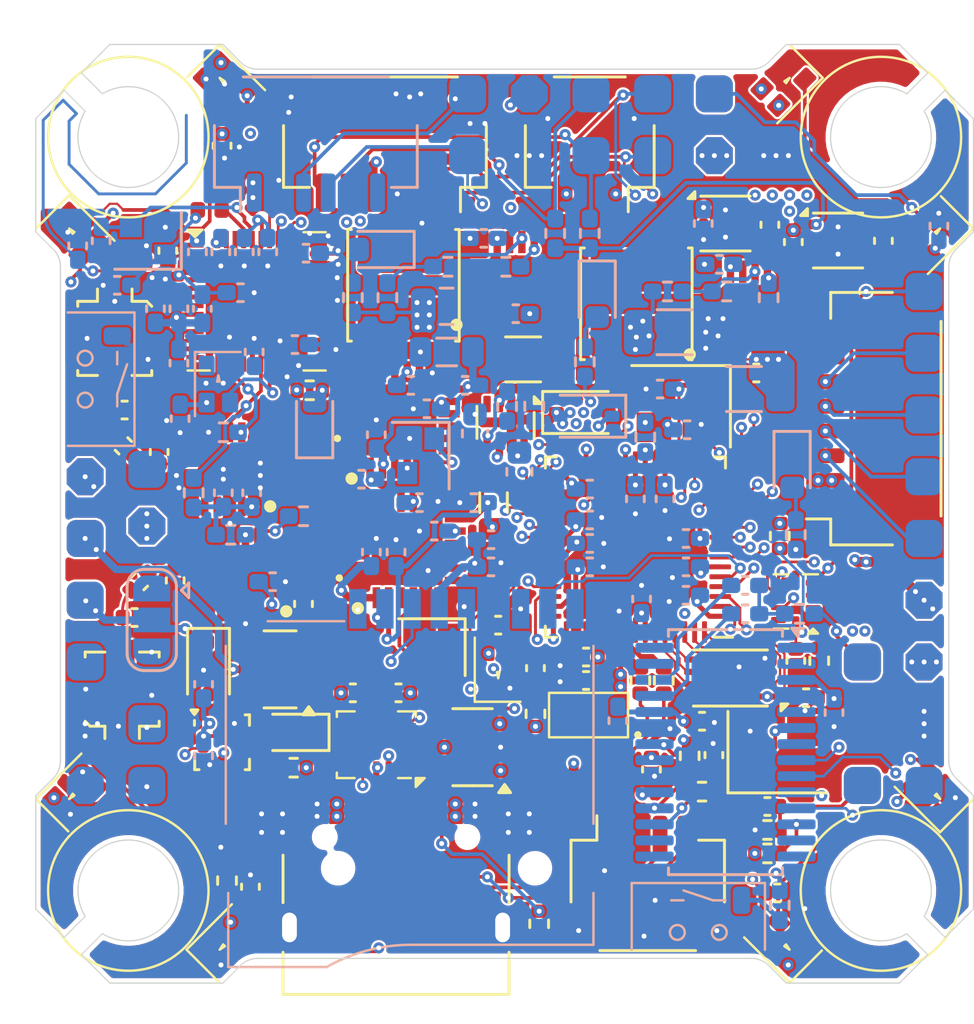
<source format=kicad_pcb>
(kicad_pcb (version 20241229) (generator "pcbnew") (generator_version "9.0")
  (layers (0 "F.Cu" signal) (4 "In1.Cu" signal) (6 "In2.Cu" signal) (8 "In3.Cu" signal) (10 "In4.Cu" signal) (12 "In5.Cu" signal) (14 "In6.Cu" signal) (2 "B.Cu" signal) (13 "F.Paste" user) (15 "B.Paste" user) (5 "F.SilkS" user "F.Silkscreen") (7 "B.SilkS" user "B.Silkscreen") (1 "F.Mask" user) (3 "B.Mask" user) (25 "Edge.Cuts" user))
  (net 0 "")
  (net 1 "GND")
  (net 2 "+1V1")
  (net 3 "+3V3")
  (net 4 "Net-(U1-VREG_AVDD)")
  (net 5 "Net-(U1-XIN)")
  (net 6 "Net-(C15-Pad2)")
  (net 7 "+4V5")
  (net 8 "+5V")
  (net 9 "+3V3_ELRS")
  (net 10 "Net-(U3-CAP1)")
  (net 11 "Net-(U3-LNA_IN)")
  (net 12 "VDD3P3")
  (net 13 "/ELRS/WIFI_ANTENNA")
  (net 14 "Net-(U3-XTAL_N)")
  (net 15 "Net-(C39-Pad2)")
  (net 16 "Net-(IC1-DCC_FB)")
  (net 17 "Net-(IC1-VR_PA)")
  (net 18 "Net-(IC2-ANT)")
  (net 19 "Net-(J3-In)")
  (net 20 "Net-(IC3-DCC_FB)")
  (net 21 "Net-(IC3-VR_PA)")
  (net 22 "Net-(J4-In)")
  (net 23 "Net-(IC4-ANT)")
  (net 24 "Net-(IC5-BOOT)")
  (net 25 "Net-(IC5-SW_1)")
  (net 26 "+5V_BUCK")
  (net 27 "VCC")
  (net 28 "Net-(IC6-BOOT)")
  (net 29 "Net-(IC6-SW_1)")
  (net 30 "+10V")
  (net 31 "/ADC/VBat_HI")
  (net 32 "/Video.In")
  (net 33 "Net-(U5-VIN)")
  (net 34 "Net-(U5-VOUT)")
  (net 35 "Net-(C77-Pad2)")
  (net 36 "Net-(U5-SAG)")
  (net 37 "Net-(U5-CLKIN)")
  (net 38 "Net-(U5-XFB)")
  (net 39 "/RP2350/LED")
  (net 40 "Net-(D1-DOUT)")
  (net 41 "Net-(D2-DOUT)")
  (net 42 "Net-(D3-DOUT)")
  (net 43 "Net-(D4-DOUT)")
  (net 44 "Net-(D5-DOUT)")
  (net 45 "Net-(D6-DOUT)")
  (net 46 "Net-(D7-DOUT)")
  (net 47 "Net-(D8-DOUT)")
  (net 48 "/Connectors/LED")
  (net 50 "/ELRS/LED_RGB")
  (net 51 "/Spk.+")
  (net 52 "/Spk.-")
  (net 53 "Net-(D14-A)")
  (net 54 "Net-(D15-A)")
  (net 55 "Net-(D16-A)")
  (net 56 "Net-(D17-A)")
  (net 57 "Net-(D18-A)")
  (net 58 "Net-(FL1-OUT)")
  (net 59 "Net-(FL1-IN)")
  (net 60 "Net-(FL2-IN)")
  (net 61 "Net-(FL2-OUT)")
  (net 63 "/ELRS/RADIO_RST")
  (net 64 "/ELRS/RADIO_BUSY")
  (net 65 "/ELRS/RADIO_DIO1")
  (net 66 "/ELRS/RADIO_MISO")
  (net 67 "/ELRS/RADIO_MOSI")
  (net 68 "Net-(IC1-DCC_SW)")
  (net 69 "Net-(IC1-XTA)")
  (net 70 "Net-(IC1-XTB)")
  (net 71 "/ELRS/RADIO_SCK")
  (net 72 "/ELRS/RADIO_NSS")
  (net 75 "/ELRS/POWER_RXEN")
  (net 77 "/ELRS/POWER_TXEN")
  (net 78 "Net-(IC3-XTB)")
  (net 80 "Net-(IC3-DCC_SW)")
  (net 81 "/ELRS/RADIO_NSS_2")
  (net 82 "/ELRS/RADIO_BUSY_2")
  (net 83 "/ELRS/RADIO_DIO1_2")
  (net 84 "Net-(IC3-XTA)")
  (net 86 "/ELRS/RADIO_RST_2")
  (net 89 "/ELRS/POWER_RXEN_2")
  (net 90 "/ELRS/POWER_TXEN_2")
  (net 92 "Net-(IC5-FB)")
  (net 94 "Net-(IC5-RT{slash}SYNC)")
  (net 96 "Net-(IC6-FB)")
  (net 97 "Net-(IC6-RT{slash}SYNC)")
  (net 99 "Net-(J1-CC2)")
  (net 100 "+5V_USB")
  (net 101 "Net-(J1-CC1)")
  (net 102 "/USB.D-")
  (net 103 "/USB.D+")
  (net 106 "/Motor.3")
  (net 107 "/Motor.1")
  (net 108 "/Motor.4")
  (net 109 "/Motor.2")
  (net 111 "/Connectors/Curr_ESC")
  (net 112 "/U1.TX")
  (net 113 "/U1.RX")
  (net 114 "/I2C0.SDA")
  (net 115 "/I2C0.SCL")
  (net 116 "/U2.TX")
  (net 117 "/U2.RX")
  (net 119 "/SWDIO")
  (net 120 "/SWCLK")
  (net 121 "/SD_DAT.0")
  (net 122 "/SD_DAT.3")
  (net 124 "/RP2350/SD_SCLK")
  (net 125 "/RP2350/SD_CMD")
  (net 126 "/SD_DAT.2")
  (net 127 "Net-(U1-VREG_LX)")
  (net 128 "Net-(U3-XTAL_P)")
  (net 129 "/PWM.1")
  (net 130 "/PWM.2")
  (net 131 "/PWM.3")
  (net 132 "/PWM.4")
  (net 133 "/U0.TX")
  (net 134 "/U0.RX")
  (net 135 "/Video.Out")
  (net 136 "/RP2350/Speaker")
  (net 137 "Net-(U1-USB_DP)")
  (net 138 "Net-(U1-USB_DM)")
  (net 139 "Net-(U1-XOUT)")
  (net 140 "Net-(U4-PR1)")
  (net 141 "Net-(U5-HSYNC)")
  (net 142 "Net-(U5-VSYNC)")
  (net 143 "Net-(U5-LOS)")
  (net 145 "Net-(U1-QSPI_SS)")
  (net 146 "/ELRS/ELRS_BUTTON")
  (net 147 "/SD_DAT.1")
  (net 148 "/ADC.VBat")
  (net 149 "Net-(U1-QSPI_SD0)")
  (net 150 "/RP2350/Gyro_Int")
  (net 151 "Net-(U1-QSPI_SCLK)")
  (net 152 "Net-(U1-QSPI_SD1)")
  (net 153 "/RP2350/Gyro_SS")
  (net 154 "Net-(U1-QSPI_SD2)")
  (net 155 "/ADC.Curr")
  (net 157 "/SPI1.SCLK")
  (net 158 "/SPI1.MISO")
  (net 159 "/SPI1.MOSI")
  (net 160 "Net-(U1-QSPI_SD3)")
  (net 161 "/RP2350/OSD_SS")
  (net 162 "/SPI0.SCLK")
  (net 165 "/SPI0.SDX")
  (net 178 "/ELRS/POWER_RXEN2")
  (net 197 "Net-(R33-Pad2)")
  (footprint "Capacitor_SMD:C_0402_1005Metric" (layer "F.Cu") (at 115.35 88.95 -90)
    (property "Reference" "C81" (hide yes))
    (property "Value" "1u" (hide yes))
  )
  (footprint "Connector_JST:JST_SH_SM06B-SRSS-TB_1x06-1MP_P1.00mm_Horizontal" (layer "F.Cu") (at 95.15 85 180)
    (property "Reference" "J6" (hide yes))
    (property "Value" "Conn_01x06_MountingPin" (hide yes))
  )
  (footprint "Resistor_SMD:R_0402_1005Metric" (layer "F.Cu") (at 112.75 105.95 -90)
    (property "Reference" "R27" (hide yes))
    (property "Value" "10k" (hide yes))
  )
  (footprint "Kolibri custom:WS2812B_1615" (layer "F.Cu") (at 82.6 88.7 -45)
    (property "Reference" "D6" (hide yes))
    (property "Value" "~" (hide yes))
  )
  (footprint "Capacitor_SMD:C_0402_1005Metric" (layer "F.Cu") (at 86.35 89.35 90)
    (property "Reference" "C32" (hide yes))
    (property "Value" "1.5p" (hide yes))
  )
  (footprint "Kolibri custom:QFN-60_EP_7x7_Pitch0.4mm" (layer "F.Cu") (at 105.3 101.35 180)
    (property "Reference" "U1" (hide yes))
    (property "Value" "RP2350A" (hide yes))
  )
  (footprint "Kolibri custom:Texas_X2QFN_RUG_10pin_1.5x2mm" (layer "F.Cu") (at 111.8 103.55 90)
    (property "Reference" "U9" (hide yes))
    (property "Value" "TLV9002S_RUG_X2QFN" (hide yes))
  )
  (footprint "Kolibri custom:Solder_Pad_octa_dual" (layer "F.Cu") (at 108.5 85.5)
    (property "Reference" "P30" (hide yes))
    (property "Value" "~" (hide yes))
  )
  (footprint "Kolibri custom:Solder_Pad_octa_dual" (layer "F.Cu") (at 85.5 100.5)
    (property "Reference" "P29" (hide yes))
    (property "Value" "~" (hide yes))
  )
  (footprint "Kolibri custom:WS2812B_1615" (layer "F.Cu") (at 117.4 88.7 -135)
    (property "Reference" "D9" (hide yes))
    (property "Value" "~" (hide yes))
  )
  (footprint "Kolibri custom:USB-C SMD+THT" (layer "F.Cu") (at 95.6 116.7475)
    (property "Reference" "J1" (hide yes))
    (property "Value" "USB_C_Receptacle_USB2.0_16P" (hide yes))
  )
  (footprint "Capacitor_SMD:C_0402_1005Metric" (layer "F.Cu") (at 108.48 109.77 90)
    (property "Reference" "C80" (hide yes))
    (property "Value" "15p" (hide yes))
  )
  (footprint "Resistor_SMD:R_0402_1005Metric" (layer "F.Cu") (at 88.75 114.85 -90)
    (property "Reference" "R5" (hide yes))
    (property "Value" "5.1k" (hide yes))
  )
  (footprint "SamacSys_Parts:QFN50P400X400X100-25N-D" (layer "F.Cu") (at 96.05 101.45 90)
    (property "Reference" "IC3" (hide yes))
    (property "Value" "SX1280IMLTRT" (hide yes))
  )
  (footprint "Kolibri custom:WS2812B_1615" (layer "F.Cu") (at 111.3 82.6 -135)
    (property "Reference" "D8" (hide yes))
    (property "Value" "~" (hide yes))
  )
  (footprint "SamacSys_Parts:2450FM07D0034T" (layer "F.Cu") (at 92.4 101.7 180)
    (property "Reference" "FL2" (hide yes))
    (property "Value" "2450FM07D0034T" (hide yes))
  )
  (footprint "SamacSys_Parts:SON50P300X300X80-13N" (layer "F.Cu") (at 99.95 90.45 90)
    (property "Reference" "IC6" (hide yes))
    (property "Value" "LMR38025SDRRR" (hide yes))
  )
  (footprint "Inductor_SMD:L_0805_2012Metric" (layer "F.Cu") (at 99.55 99.55 90)
    (property "Reference" "L6" (hide yes))
    (property "Value" "15u" (hide yes))
  )
  (footprint "Inductor_SMD:L_0402_1005Metric" (layer "F.Cu") (at 84.95 89.8)
    (property "Reference" "L3" (hide yes))
    (property "Value" "3.0n" (hide yes))
  )
  (footprint "SamacSys_Parts:QFN50P300X300X60-17N-D" (layer "F.Cu") (at 88.6 98.2 180)
    (property "Reference" "IC2" (hide yes))
    (property "Value" "RFX2401C" (hide yes))
  )
  (footprint "Resistor_SMD:R_0402_1005Metric" (layer "F.Cu") (at 105.5 106.75 -90)
    (property "Reference" "R2" (hide yes))
    (property "Value" "27" (hide yes))
  )
  (footprint "Capacitor_SMD:C_0402_1005Metric" (layer "F.Cu") (at 111.05 115.35)
    (property "Reference" "C18" (hide yes))
    (property "Value" "100n" (hide yes))
  )
  (footprint "LED_SMD:LED_0603_1608Metric" (layer "F.Cu") (at 91.4 108.85 180)
    (property "Reference" "D17" (hide yes))
    (property "Value" "green" (hide yes))
  )
  (footprint "Capacitor_SMD:C_0402_1005Metric" (layer "F.Cu") (at 103.3 105.8 180)
    (property "Reference" "C13" (hide yes))
    (property "Value" "4.7u" (hide yes))
  )
  (footprint "Kolibri custom:Solder_Pad_rect_dual" (layer "F.Cu") (at 111 85.5)
    (property "Reference" "P25" (hide yes))
    (property "Value" "~" (hide yes))
  )
  (footprint "Capacitor_SMD:C_0402_1005Metric" (layer "F.Cu") (at 110.2 94.3 180)
    (property "Reference" "C67" (hide yes))
    (property "Value" "100n" (hide yes))
  )
  (footprint "Kolibri custom:Abracon AOTA 0806" (layer "F.Cu") (at 103.4 108.15 180)
    (property "Reference" "L1" (hide yes))
    (property "Value" "3.3u" (hide yes))
  )
  (footprint "Package_LGA:ST_HLGA-10_2x2mm_P0.5mm_LayoutBorder3x2y" (layer "F.Cu") (at 88.55 109.25)
    (property "Reference" "U11" (hide yes))
    (property "Value" "LPS22HB" (hide yes))
  )
  (footprint "Kolibri custom:WS2812B_1615" (layer "F.Cu") (at 88.7 82.6 -45)
    (property "Reference" "D7" (hide yes))
    (property "Value" "~" (hide yes))
  )
  (footprint "Package_SON:WSON-6-1EP_2x2mm_P0.65mm_EP1x1.6mm_ThermalVias" (layer "F.Cu") (at 108.95 88.25)
    (property "Reference" "U7" (hide yes))
    (property "Value" "TPS746-3.3DRV" (hide yes))
  )
  (footprint "Package_LGA:Bosch_LGA-14_3x2.5mm_P0.5mm" (layer "F.Cu") (at 94.8 109.35 180)
    (property "Reference" "U2" (hide yes))
    (property "Value" "BMI270" (hide yes))
  )
  (footprint "Resistor_SMD:R_0402_1005Metric" (layer "F.Cu") (at 108 111.25)
    (property "Reference" "R22" (hide yes))
    (property "Value" "1k" (hide yes))
  )
  (footprint "Resistor_SMD:R_0402_1005Metric" (layer "F.Cu") (at 91.45 110.28 180)
    (property "Reference" "R31" (hide yes))
    (property "Value" "2.2k" (hide yes))
  )
  (footprint "Crystal:Crystal_SMD_3225-4Pin_3.2x2.5mm" (layer "F.Cu") (at 107.15 95.65 180)
    (property "Reference" "Y1" (hide yes))
    (property "Value" "Crystal_GND24" (hide yes))
  )
  (footprint "Connector_JST:JST_SH_SM03B-SRSS-TB_1x03-1MP_P1.00mm_Horizontal" (layer "F.Cu") (at 103.45 85 180)
    (property "Reference" "J8" (hide yes))
    (property "Value" "Conn_01x03_MountingPin" (hide yes))
  )
  (footprint "SamacSys_Parts:QFN50P300X300X60-17N-D" (layer "F.Cu") (at 89.25 102.45 180)
    (property "Reference" "IC4" (hide yes))
    (property "Value" "RFX2401C" (hide yes))
  )
  (footprint "Resistor_SMD:R_0402_1005Metric" (layer "F.Cu") (at 92.1 95)
    (property "Reference" "R32" (hide yes))
    (property "Value" "470" (hide yes))
  )
  (footprint "Kolibri custom:QFN-48_EP_5x5_Pitch0.35mm" (layer "F.Cu") (at 89.95 91.4)
    (property "Reference" "U3" (hide yes))
    (property "Value" "ESP32-U4WDH" (hide yes))
  )
  (footprint "Capacitor_SMD:C_0402_1005Metric" (layer "F.Cu") (at 103.3 106.75 180)
    (property "Reference" "C12" (hide yes))
    (property "Value" "4.7u" (hide yes))
  )
  (footprint "Kolibri custom:Solder_Pad_rounded" (layer "F.Cu") (at 114.5 108.5 90)
    (property "Reference" "P14" (hide yes))
    (property "Value" "~" (hide yes))
  )
  (footprint "SamacSys_Parts:2450FM07D0034T" (layer "F.Cu") (at 91.95 96.95 -135)
    (property "Reference" "FL1" (hide yes))
    (property "Value" "2450FM07D0034T" (hide yes))
  )
  (footprint "Capacitor_SMD:C_0402_1005Metric" (layer "F.Cu") (at 108 108.4)
    (property "Reference" "C85" (hide yes))
    (property "Value" "100n" (hide yes))
  )
  (footprint "Package_TO_SOT_SMD:SOT-583-8" (layer "F.Cu") (at 100.0375 96.3 -90)
    (property "Reference" "U4" (hide yes))
    (property "Value" "TPS2116DRL" (hide yes))
  )
  (footprint "Kolibri custom:Solder_Pad_rect_dual" (layer "F.Cu") (at 114.5 103.5)
    (property "Reference" "P23" (hide yes))
    (property "Value" "~" (hide yes))
  )
  (footprint "Connector_JST:JST_SH_SM08B-SRSS-TB_1x08-1MP_P1.00mm_Horizontal" (layer "F.Cu") (at 115 96.15 90)
    (property "Reference" "J5" (hide yes))
    (property "Value" "Conn_01x08_MountingPin" (hide yes))
  )
  (footprint "Capacitor_SMD:C_0402_1005Metric" (layer "F.Cu") (at 86 97.5 -90)
    (property "Reference" "C52" (hide yes))
    (property "Value" "DNF" (hide yes))
  )
  (footprint "Capacitor_SMD:C_0402_1005Metric" (layer "F.Cu") (at 95.7 107.25 180)
    (property "Reference" "C22" (hide yes))
    (property "Value" "100n" (hide yes))
  )
  (footprint "Inductor_SMD:L_Cenker_CKCS4020" (layer "F.Cu") (at 105.3375 91.5 -90)
    (property "Reference" "L7" (hide yes))
    (property "Value" "4.7u" (hide yes))
  )
  (footprint "Kolibri custom:Solder_Pad_rounded_dual" (layer "F.Cu") (at 83 103.5)
    (property "Reference" "P21" (hide yes))
    (property "Value" "~" (hide yes))
  )
  (footprint "Capacitor_SMD:C_0402_1005Metric" (layer "F.Cu") (at 111.8 105.95 90)
    (property "Reference" "C73" (hide yes))
    (property "Value" "1u" (hide yes))
  )
  (footprint "Capacitor_SMD:C_0402_1005Metric" (layer "F.Cu") (at 89.7 115.1 90)
    (property "Reference" "C19" (hide yes))
    (property "Value" "100n" (hide yes))
  )
  (footprint "Kolibri custom:WS2812B_1615" (layer "F.Cu") (at 88.7 117.4 45)
    (property "Reference" "D4" (hide yes))
    (property "Value" "~" (hide yes))
  )
  (footprint "Connector_Coaxial:U.FL_Molex_MCRF_73412-0110_Vertical" (layer "F.Cu") (at 84.2 92.9)
    (property "Reference" "J3" (hide yes))
    (property "Value" "Conn_Coaxial_Small" (hide yes))
  )
  (footprint "Kolibri custom:Solder_Pad_octa_dual" (layer "F.Cu") (at 83 98.5)
    (property "Reference" "P34" (hide yes))
    (property "Value" "~" (hide yes))
  )
  (footprint "Resistor_SMD:R_0402_1005Metric" (layer "F.Cu") (at 110.65 113.75 180)
    (property "Reference" "R23" (hide yes))
    (property "Value" "1k" (hide yes))
  )
  (footprint "Resistor_SMD:R_0402_1005Metric" (layer "F.Cu") (at 101.25 108.1 90)
    (property "Reference" "R3" (hide yes))
    (property "Value" "33" (hide yes))
  )
  (footprint "Connector_Coaxial:U.FL_Molex_MCRF_73412-0110_Vertical" (layer "F.Cu") (at 84.5 107.1 180)
    (property "Reference" "J4" (hide yes))
    (property "Value" "Conn_Coaxial_Small" (hide yes))
  )
  (footprint "Capacitor_SMD:C_0402_1005Metric" (layer "F.Cu") (at 112.2175 107.45)
    (property "Reference" "C79" (hide yes))
    (property "Value" "15p" (hide yes))
  )
  (footprint "Kolibri custom:WS2812B_1615" (layer "F.Cu") (at 111.3 117.4 135)
    (property "Reference" "D3" (hide yes))
    (property "Value" "~" (hide yes))
  )
  (footprint "Capacitor_SMD:C_0402_1005Metric" (layer "F.Cu") (at 84.6 95.8 180)
    (property "Reference" "C51" (hide yes))
    (property "Value" "DNF" (hide yes))
  )
  (footprint "Capacitor_SMD:C_0402_1005Metric" (layer "F.Cu") (at 85 104.2 180)
    (property "Reference" "C58" (hide yes))
    (property "Value" "DNF" (hide yes))
  )
  (footprint "Kolibri custom:Solder_Pad_octa_dual" (layer "F.Cu") (at 117 106)
    (property "Reference" "P28" (hide yes))
    (property "Value" "~" (hide yes))
  )
  (footprint "Connector_JST:JST_SH_SM04B-SRSS-TB_1x04-1MP_P1.00mm_Horizontal" (layer "F.Cu") (at 105.8 115)
    (property "Reference" "J2" (hide yes))
    (property "Value" "Conn_01x04_MountingPin" (hide yes))
  )
  (footprint "Kolibri custom:Solder_Pad_rounded_dual" (layer "F.Cu") (at 114.5 111)
    (property "Reference" "P18" (hide yes))
    (property "Value" "~" (hide yes))
  )
  (footprint "Kolibri custom:Solder_Pad_rounded_dual" (layer "F.Cu") (at 83 101)
    (property "Reference" "P22" (hide yes))
    (property "Value" "~" (hide yes))
  )
  (footprint "Kolibri custom:Solder_Pad_rounded_dual" (layer "F.Cu") (at 114.5 106)
    (property "Reference" "P19" (hide yes))
    (property "Value" "~" (hide yes))
  )
  (footprint "Resistor_SMD:R_0402_1005Metric" (layer "F.Cu") (at 110.65 112.8 180)
    (property "Reference" "R24" (hide yes))
    (property "Value" "75" (hide yes))
  )
  (footprint "Capacitor_SMD:C_0402_1005Metric" (layer "F.Cu") (at 105.95 110.35 -90)
    (property "Reference" "C48" (hide yes))
    (property "Value" "100n" (hide yes))
  )
  (footprint "Package_TO_SOT_SMD:SOT-23-6" (layer "F.Cu") (at 98.7 109.45 180)
    (property "Reference" "U8" (hide yes))
    (property "Value" "WE-TVS-824015043" (hide yes))
  )
  (footprint "Kolibri custom:WS2812B_1615" (layer "F.Cu") (at 99.74 106.31 90)
    (property "Reference" "D1" (hide yes))
    (property "Value" "~" (hide yes))
  )
  (footprint "Package_SON:WSON-6-1EP_2x2mm_P0.65mm_EP1x1.6mm_ThermalVias" (layer "F.Cu") (at 113.5125 88.9375)
    (property "Reference" "U6" (hide yes))
    (property "Value" "LP5912-3.3DRV" (hide yes))
  )
  (footprint "Kolibri custom:Solder_Pad_rounded_dual" (layer "F.Cu") (at 108.5 83)
    (property "Reference" "P20" (hide yes))
    (property "Value" "~" (hide yes))
  )
  (footprint "Resistor_SMD:R_0402_1005Metric" (layer "F.Cu") (at 107.5 109.8 90)
    (property "Reference" "R21" (hide yes))
    (property "Value" "1k" (hide yes))
  )
  (footprint "Capacitor_SMD:C_0402_1005Metric" (layer "F.Cu") (at 99.74 104.51)
    (property "Reference" "C16" (hide yes))
    (property "Value" "100n" (hide yes))
  )
  (footprint "SamacSys_Parts:SON50P300X300X80-13N" (layer "F.Cu") (at 109.4 91.65 90)
    (property "Reference" "IC5" (hide yes))
    (property "Value" "LMR38025SDRRR" (hide yes))
  )
  (footprint "Diode_SMD:D_SOD-323" (layer "F.Cu") (at 103.15 95.9)
    (property "Reference" "D13" (hide yes))
    (property "Value" "1N4148WS" (hide yes))
  )
  (footprint "Inductor_SMD:L_0402_1005Metric" (layer "F.Cu") (at 88.05 87.7)
    (property "Reference" "L4" (hide yes))
    (property "Value" "24n" (hide yes))
  )
  (footprint "Capacitor_SMD:C_0402_1005Metric" (layer "F.Cu") (at 84.55 97.25 -45)
    (property "Reference" "C46" (hide yes))
    (property "Value" "47p" (hide yes))
  )
  (footprint "Capacitor_SMD:C_0402_1005Metric" (layer "F.Cu") (at 110.75 88.3 -90)
    (property "Reference" "C83" (hide yes))
    (property "Value" "1u" (hide yes))
  )
  (footprint "Crystal:Crystal_SMD_3225-4Pin_3.2x2.5mm" (layer "F.Cu") (at 111.05 109.65)
    (property "Reference" "Y4" (hide yes))
    (property "Value" "Crystal_GND24" (hide yes))
  )
  (footprint "Capacitor_SMD:C_0402_1005Metric" (layer "F.Cu") (at 101.25 106.25 90)
    (property "Reference" "C11" (hide yes))
    (property "Value" "4.7u" (hide yes))
  )
  (footprint "Capacitor_SMD:C_1206_3216Metric" (layer "F.Cu") (at 100.75 93.75 180)
    (property "Reference" "C69" (hide yes))
    (property "Value" "2.2u" (hide yes))
  )
  (footprint "Crystal:Crystal_SMD_2016-4Pin_2.0x1.6mm" (layer "F.Cu") (at 97.05 105.4 180)
    (property "Reference" "Y3" (hide yes))
    (property "Value" "Crystal_GND24" (hide yes))
  )
  (footprint "Capacitor_SMD:C_0402_1005Metric" (layer "F.Cu") (at 85.2 102.75 45)
    (property "Reference" "C57" (hide yes))
    (property "Value" "47p" (hide yes))
  )
  (footprint "Inductor_SMD:L_Cenker_CKCS4020" (layer "F.Cu") (at 95.9 90.75 -90)
    (property "Reference" "L8" (hide yes))
    (property "Value" "4.7u" (hide yes))
  )
  (footprint "Kolibri custom:WS2812B_1615" (layer "F.Cu") (at 117.4 111.3 135)
    (property "Reference" "D2" (hide yes))
    (property "Value" "~" (hide yes))
  )
  (footprint "Kolibri custom:Solder_Pad_rect_dual" (layer "F.Cu") (at 117 108.5)
    (property "Reference" "P24" (hide yes))
    (property "Value" "~" (hide yes))
  )
  (footprint "Capacitor_SMD:C_0402_1005Metric" (layer "F.Cu") (at 110.65 111.85)
    (property "Reference" "C76" (hide yes))
    (property "Value" "100n" (hide yes))
  )
  (footprint "Resistor_SMD:R_0402_1005Metric" (layer "F.Cu") (at 106.45 106.75 -90)
    (property "Reference" "R1" (hide yes))
    (property "Value" "27" (hide yes))
  )
  (footprint "Kolibri custom:WS2812B_1615" (layer "F.Cu") (at 82.6 111.3 45)
    (property "Reference" "D5" (hide yes))
    (property "Value" "~" (hide yes))
  )
  (footprint "Diode_SMD:D_SOD-323" (layer "F.Cu") (at 88 106.25 -90)
    (property "Reference" "D12" (hide yes))
    (property "Value" "1N4148WS" (hide yes))
  )
  (footprint "Package_TO_SOT_SMD:SOT-23" (layer "F.Cu") (at 90.9 106.3 180)
    (property "Reference" "Q1" (hide yes))
    (property "Value" "BSS138" (hide yes))
  )
  (footprint "Capacitor_SMD:C_0402_1005Metric" (layer "F.Cu") (at 86.65 102.7 90)
    (property "Reference" "C59" (hide yes))
    (property "Value" "DNF" (hide yes))
  )
  (footprint "Resistor_SMD:R_0402_1005Metric" (layer "F.Cu") (at 101.4 116.6 -90)
    (property "Reference" "R6" (hide yes))
    (property "Value" "5.1k" (hide yes))
  )
  (footprint "Capacitor_SMD:C_0402_1005Metric" (layer "F.Cu") (at 88.55 85.1 -90)
    (property "Reference" "C20" (hide yes))
    (property "Value" "100n" (hide yes))
  )
  (footprint "Resistor_SMD:R_0402_1005Metric" (layer "F.Cu") (at 111.15 100.9 -90)
    (property "Reference" "R26" (hide yes))
    (property "Value" "100k" (hide yes))
  )
  (footprint "Kolibri custom:Solder_Pad_octa_dual" (layer "F.Cu") (at 117 103.5)
    (property "Reference" "P33" (hide yes))
    (property "Value" "~" (hide yes))
  )
  (footprint "SamacSys_Parts:QFN50P400X400X100-25N-D" (layer "F.Cu") (at 95.8 96.2 90)
    (property "Reference" "IC1" (hide yes))
    (property "Value" "SX1280IMLTRT" (hide yes))
  )
  (footprint "Capacitor_SMD:C_0402_1005Metric" (layer "F.Cu") (at 93.85 107.25)
    (property "Reference" "C21" (hide yes))
    (property "Value" "100n" (hide yes))
  )
  (footprint "Capacitor_SMD:C_0402_1005Metric" (layer "F.Cu") (at 91.85 103.65 90)
    (property "Reference" "C54" (hide yes))
    (property "Value" "220p" (hide yes))
  )
  (footprint "Capacitor_SMD:C_0402_1005Metric" (layer "F.Cu") (at 111.7 89 -90)
    (property "Reference" "C82" (hide yes))
    (property "Value" "1u" (hide yes))
  )
  (footprint "Package_SON:Winbond_USON-8-1EP_3x2mm_P0.5mm_EP0.2x1.6mm" (layer "F.Cu") (at 109.15 106.65 180)
    (property "Reference" "U10" (hide yes))
    (property "Value" "W25Q16JVUXIQ" (hide yes))
  )
  (footprint "Capacitor_SMD:C_0402_1005Metric_Pad0.74x0.62mm_HandSolder" (layer "B.Cu") (at 91.5 93.15 180)
    (property "Reference" "C30" (hide yes))
    (property "Value" "1u" (hide yes))
  )
  (footprint "Resistor_SMD:R_0402_1005Metric_Pad0.72x0.64mm_HandSolder" (layer "B.Cu") (at 97.7 90)
    (property "Reference" "R20" (hide yes))
    (property "Value" "10k" (hide yes))
  )
  (footprint "Capacitor_SMD:C_0402_1005Metric_Pad0.74x0.62mm_HandSolder" (layer "B.Cu") (at 99.45 102.15)
    (property "Reference" "C74" (hide yes))
    (property "Value" "100n" (hide yes))
  )
  (footprint "Resistor_SMD:R_0402_1005Metric_Pad0.72x0.64mm_HandSolder" (layer "B.Cu") (at 111.95 104.05)
    (property "Reference" "R25" (hide yes))
    (property "Value" "75" (hide yes))
  )
  (footprint "Kolibri custom:Button C530669 wo holes" (layer "B.Cu") (at 83 94.55 90)
    (property "Reference" "SW2" (hide yes))
    (property "Value" "~" (hide yes))
  )
  (footprint "Capacitor_SMD:C_0402_1005Metric_Pad0.74x0.62mm_HandSolder" (layer "B.Cu") (at 99.45 101.05)
    (property "Reference" "C75" (hide yes))
    (property "Value" "1u" (hide yes))
  )
  (footprint "Capacitor_SMD:C_0402_1005Metric_Pad0.74x0.62mm_HandSolder" (layer "B.Cu") (at 103.45 99)
    (property "Reference" "C6" (hide yes))
    (property "Value" "100n" (hide yes))
  )
  (footprint "Kolibri custom:Solder_Pad_rounded" (layer "B.Cu") (at 98.5 85.5 180)
    (property "Reference" "P11" (hide yes))
    (property "Value" "~" (hide yes))
  )
  (footprint "Resistor_SMD:R_0402_1005Metric_Pad0.72x0.64mm_HandSolder" (layer "B.Cu") (at 110.7 91.25 -90)
    (property "Reference" "R17" (hide yes))
    (property "Value" "22.6k" (hide yes))
  )
  (footprint "Resistor_SMD:R_0402_1005Metric_Pad0.72x0.64mm_HandSolder" (layer "B.Cu") (at 100.05 90 180)
    (property "Reference" "R18" (hide yes))
    (property "Value" "21.5k" (hide yes))
  )
  (footprint "Capacitor_SMD:C_0402_1005Metric_Pad0.74x0.62mm_HandSolder" (layer "B.Cu") (at 96.2 94.8)
    (property "Reference" "C44" (hide yes))
    (property "Value" "100n" (hide yes))
  )
  (footprint "Kolibri custom:Solder_Pad_rounded" (layer "B.Cu") (at 103.5 85.5 180)
    (property "Reference" "P9" (hide yes))
    (property "Value" "~" (hide yes))
  )
  (footprint "Capacitor_SMD:C_0402_1005Metric_Pad0.74x0.62mm_HandSolder" (layer "B.Cu") (at 107.35 101 180)
    (property "Reference" "C4" (hide yes))
    (property "Value" "100n" (hide yes))
  )
  (footprint "LED_SMD:LED_0603_1608Metric" (layer "B.Cu") (at 94.85 89.3 180)
    (property "Reference" "D15" (hide yes))
    (property "Value" "violet" (hide yes))
  )
  (footprint "Capacitor_SMD:C_0402_1005Metric_Pad0.74x0.62mm_HandSolder" (layer "B.Cu") (at 89.85 93.45 90)
    (property "Reference" "C26" (hide yes))
    (property "Value" "100n" (hide yes))
  )
  (footprint "Capacitor_SMD:C_0402_1005Metric_Pad0.74x0.62mm_HandSolder" (layer "B.Cu") (at 103.45 100.25)
    (property "Reference" "C10" (hide yes))
    (property "Value" "100n" (hide yes))
  )
  (footprint "Capacitor_SMD:C_0402_1005Metric_Pad0.74x0.62mm_HandSolder" (layer "B.Cu") (at 107.4 96.6 180)
    (property "Reference" "C15" (hide yes))
    (property "Value" "15p" (hide yes))
  )
  (footprint "Capacitor_SMD:C_0402_1005Metric_Pad0.74x0.62mm_HandSolder" (layer "B.Cu") (at 89.45 89.4 -90)
    (property "Reference" "C28" (hide yes))
    (property "Value" "100n" (hide yes))
  )
  (footprint "Resistor_SMD:R_0402_1005Metric_Pad0.72x0.64mm_HandSolder" (layer "B.Cu") (at 95.25 91.25 90)
    (property "Reference" "R19" (hide yes))
    (property "Value" "90.9k" (hide yes))
  )
  (footprint "Resistor_SMD:R_0402_1005Metric_Pad0.72x0.64mm_HandSolder" (layer "B.Cu") (at 105.7 96.9 -90)
    (property "Reference" "R4" (hide yes))
    (property "Value" "1k" (hide yes))
  )
  (footprint "Capacitor_SMD:C_0402_1005Metric_Pad0.74x0.62mm_HandSolder" (layer "B.Cu") (at 99.15 88.85 180)
    (property "Reference" "C71" (hide yes))
    (property "Value" "100n" (hide yes))
  )
  (footprint "Capacitor_SMD:C_0603_1608Metric" (layer "B.Cu") (at 100.6 98.3 90)
    (property "Reference" "C64" (hide yes))
    (property "Value" "1u" (hide yes))
  )
  (footprint "Capacitor_SMD:C_0603_1608Metric" (layer "B.Cu") (at 98.8 96.75 90)
    (property "Reference" "C63" (hide yes))
    (property "Value" "1u" (hide yes))
  )
  (footprint "Crystal:Crystal_SMD_2016-4Pin_2.0x1.6mm" (layer "B.Cu") (at 96.6 97.65 -90)
    (property "Reference" "Y5" (hide yes))
    (property "Value" "Crystal_GND24" (hide yes))
  )
  (footprint "Capacitor_SMD:C_0402_1005Metric_Pad0.74x0.62mm_HandSolder" (layer "B.Cu") (at 88.5 89.4 90)
    (property "Reference" "C31" (hide yes))
    (property "Value" "10n" (hide yes))
  )
  (footprint "Capacitor_SMD:C_0402_1005Metric_Pad0.74x0.62mm_HandSolder" (layer "B.Cu") (at 84.3 90.75)
    (property "Reference" "C39" (hide yes))
    (property "Value" "15p" (hide yes))
  )
  (footprint "Kolibri custom:Solder_Pad_rounded" (layer "B.Cu") (at 103.5 83 180)
    (property "Reference" "P8" (hide yes))
    (property "Value" "~" (hide yes))
  )
  (footprint "Capacitor_SMD:C_1206_3216Metric" (layer "B.Cu") (at 106.8875 92.65)
    (property "Reference" "C66" (hide yes))
    (property "Value" "47u" (hide yes))
  )
  (footprint "Capacitor_SMD:C_0402_1005Metric_Pad0.74x0.62mm_HandSolder" (layer "B.Cu") (at 97.15 100.7 180)
    (property "Reference" "C60" (hide yes))
    (property "Value" "100n" (hide yes))
  )
  (footprint "Capacitor_SMD:C_0402_1005Metric_Pad0.74x0.62mm_HandSolder" (layer "B.Cu") (at 109.75 104.05 180)
    (property "Reference" "C78" (hide yes))
    (property "Value" "10u" (hide yes))
  )
  (footprint "Kolibri custom:Solder_Pad_rounded" (layer "B.Cu") (at 85.5 111 180)
    (property "Reference" "P17" (hide yes))
    (property "Value" "~" (hide yes))
  )
  (footprint "Resistor_SMD:R_0402_1005Metric_Pad0.72x0.64mm_HandSolder" (layer "B.Cu") (at 91.85 100.1)
    (property "Reference" "R12" (hide yes))
    (property "Value" "100k" (hide yes))
  )
  (footprint "Kolibri custom:Solder_Pad_rounded" (layer "B.Cu") (at 85.5 108.5 180)
    (property "Reference" "P16" (hide yes))
    (property "Value" "~" (hide yes))
  )
  (footprint "Resistor_SMD:R_0402_1005Metric_Pad0.72x0.64mm_HandSolder" (layer "B.Cu") (at 111.8 100.85 90)
    (property "Reference" "R28" (hide yes))
    (property "Value" "8.2k" (hide yes))
  )
  (footprint "Kolibri custom:Button C530669 wo holes" (layer "B.Cu") (at 107.85 116.95 180)
    (property "Reference" "SW1" (hide yes))
    (property "Value" "~" (hide yes))
  )
  (footprint "Kolibri custom:Solder_Pad_rounded" (layer "B.Cu") (at 117 93.5 180)
    (property "Reference" "P4" (hide yes))
    (property "Value" "~" (hide yes))
  )
  (footprint "Capacitor_SMD:C_0402_1005Metric_Pad0.74x0.62mm_HandSolder" (layer "B.Cu") (at 106.5 99.4 -90)
    (property "Reference" "C5" (hide yes))
    (property "Value" "100n" (hide yes))
  )
  (footprint "Capacitor_SMD:C_0402_1005Metric_Pad0.74x0.62mm_HandSolder" (layer "B.Cu") (at 90.6 102.75)
    (property "Reference" "C53" (hide yes))
    (property "Value" "1u" (hide yes))
  )
  (footprint "Capacitor_SMD:C_0402_1005Metric_Pad0.74x0.62mm_HandSolder" (layer "B.Cu") (at 90.4 89.4 -90)
    (property "Reference" "C29" (hide yes))
    (property "Value" "1u" (hide yes))
  )
  (footprint "Resistor_SMD:R_0402_1005Metric_Pad0.72x0.64mm_HandSolder" (layer "B.Cu") (at 102.05 88.65 90)
    (property "Reference" "R7" (hide yes))
    (property "Value" "6.8k" (hide yes))
  )
  (footprint "Capacitor_SMD:C_1206_3216Metric" (layer "B.Cu") (at 109.7 94.95 180)
    (property "Reference" "C68" (hide yes))
    (property "Value" "2.2u" (hide yes))
  )
  (footprint "Kolibri custom:Solder_Pad_rounded" (layer "B.Cu") (at 83 106 90)
    (property "Reference" "P13" (hide yes))
    (property "Value" "~" (hide yes))
  )
  (footprint "Capacitor_SMD:C_0402_1005Metric_Pad0.74x0.62mm_HandSolder" (layer "B.Cu") (at 94.2 98.6 180)
    (property "Reference" "C43" (hide yes))
    (property "Value" "10n" (hide yes))
  )
  (footprint "Connector_JST:JST_SH_SM06B-SRSS-TB_1x06-1MP_P1.00mm_Horizontal" (layer "B.Cu") (at 92.35 85)
    (property "Reference" "J7" (hide yes))
    (property "Value" "Conn_01x06_MountingPin" (hide yes))
  )
  (footprint "Capacitor_SMD:C_0402_1005Metric_Pad0.74x0.62mm_HandSolder" (layer "B.Cu") (at 94.8 96.8 -90)
    (property "Reference" "C42" (hide yes))
    (property "Value" "10n" (hide yes))
  )
  (footprint "Capacitor_SMD:C_0402_1005Metric_Pad0.74x0.62mm_HandSolder" (layer "B.Cu") (at 86.8 93.9 -90)
    (property "Reference" "C36" (hide yes))
    (property "Value" "10u" (hide yes))
  )
  (footprint "Crystal:Crystal_SMD_2016-4Pin_2.0x1.6mm" (layer "B.Cu") (at 85.55 88.95 180)
    (property "Reference" "Y2" (hide yes))
    (property "Value" "Crystal_GND24" (hide yes))
  )
  (footprint "Kolibri custom:Solder_Pad_rounded" (layer "B.Cu") (at 85.5 98.2 90)
    (property "Reference" "P12" (hide yes))
    (property "Value" "~" (hide yes))
  )
  (footprint "Kolibri custom:Solder_Pad_octa" (layer "B.Cu") (at 83 111 180)
    (property "Reference" "P31" (hide yes))
    (property "Value" "~" (hide yes))
  )
  (footprint "Kolibri custom:Solder_Pad_octa" (layer "B.Cu") (at 101 83 180)
    (property "Reference" "P32" (hide yes))
    (property "Value" "~" (hide yes))
  )
  (footprint "Capacitor_SMD:C_0402_1005Metric_Pad0.74x0.62mm_HandSolder" (layer "B.Cu") (at 87.55 89.4 -90)
    (property "Reference" "C25" (hide yes))
    (property "Value" "100n" (hide yes))
  )
  (footprint "Kolibri custom:Solder_Pad_rounded" (layer "B.Cu") (at 117 98.5 180)
    (property "Reference" "P2" (hide yes))
    (property "Value" "~" (hide yes))
  )
  (footprint "Capacitor_SMD:C_0402_1005Metric_Pad0.74x0.62mm_HandSolder" (layer "B.Cu") (at 86.8 91.7 90)
    (property "Reference" "C34" (hide yes))
    (property "Value" "100n" (hide yes))
  )
  (footprint "Package_SO:HTSSOP-28-1EP_4.4x9.7mm_P0.65mm_EP2.75x6.2mm" (layer "B.Cu") (at 108.95 109.65 180)
    (property "Reference" "U5" (hide yes))
    (property "Value" "AT7456E" (hide yes))
  )
  (footprint "Capacitor_SMD:C_0402_1005Metric_Pad0.74x0.62mm_HandSolder" (layer "B.Cu") (at 100.45 91.9 180)
    (property "Reference" "C70" (hide yes))
    (property "Value" "100n" (hide yes))
  )
  (footprint "Capacitor_SMD:C_0402_1005Metric_Pad0.74x0.62mm_HandSolder" (layer "B.Cu") (at 105.55 103.45 90)
    (property "Reference" "C9" (hide yes))
    (property "Value" "100n" (hide yes))
  )
  (footprint "Capacitor_SMD:C_0402_1005Metric_Pad0.74x0.62mm_HandSolder" (layer "B.Cu") (at 94.6 101.55 90)
    (property "Reference" "C55" (hide yes))
    (property "Value" "10n" (hide yes))
  )
  (footprint "Resistor_SMD:R_0402_1005Metric_Pad0.72x0.64mm_HandSolder" (layer "B.Cu") (at 93.85 91.25 90)
    (property "Reference" "R29" (hide yes))
    (property "Value" "3.3k" (hide yes))
  )
  (footprint "Capacitor_SMD:C_0402_1005Metric_Pad0.74x0.62mm_HandSolder" (layer "B.Cu") (at 108.7 89.9 180)
    (property "Reference" "C65" (hide yes))
    (property "Value" "100n" (hide yes))
  )
  (footprint "Capacitor_SMD:C_0402_1005Metric_Pad0.74x0.62mm_HandSolder" (layer "B.Cu") (at 113.35 108.05 -90)
    (property "Reference" "C86" (hide yes))
    (property "Value" "100n" (hide yes))
  )
  (footprint "Capacitor_SMD:C_0402_1005Metric_Pad0.74x0.62mm_HandSolder" (layer "B.Cu") (at 104.59 108.38 -90)
    (property "Reference" "C56" (hide yes))
    (property "Value" "100n" (hide yes))
  )
  (footprint "Capacitor_SMD:C_0402_1005Metric_Pad0.74x0.62mm_HandSolder" (layer "B.Cu") (at 86.85 96.15 -90)
    (property "Reference" "C40" (hide yes))
    (property "Value" "100n" (hide yes))
  )
  (footprint "Resistor_SMD:R_0402_1005Metric_Pad0.72x0.64mm_HandSolder" (layer "B.Cu") (at 111.15 115.85 -90)
    (property "Reference" "R33" (hide yes))
    (property "Value" "1k" (hide yes))
  )
  (footprint "Kolibri custom:Solder_Pad_rounded" (layer "B.Cu") (at 106 83 180)
    (property "Reference" "P6" (hide yes))
    (property "Value" "~" (hide yes))
  )
  (footprint "LED_SMD:LED_0603_1608Metric" (layer "B.Cu") (at 103.75 91.25 -90)
    (property "Reference" "D16" (hide yes))
    (property "Value" "blue" (hide yes))
  )
  (footprint "Resistor_SMD:R_0402_1005Metric_Pad0.72x0.64mm_HandSolder" (layer "B.Cu") (at 100.1 95.65 -90)
    (property "Reference" "R13" (hide yes))
    (property "Value" "100k" (hide yes))
  )
  (footprint "LED_SMD:LED_0603_1608Metric" (layer "B.Cu") (at 111.65 98.15 -90)
    (property "Reference" "D14" (hide yes))
    (property "Value" "red" (hide yes))
  )
  (footprint "Kolibri custom:WS2812B_1615" (layer "B.Cu") (at 88.4 94.75 -90)
    (property "Reference" "D11" (hide yes))
    (property "Value" "~" (hide yes))
  )
  (footprint "Capacitor_SMD:C_0402_1005Metric_Pad0.74x0.62mm_HandSolder" (layer "B.Cu") (at 88.6 99.15 90)
    (property "Reference" "C50" (hide yes))
    (property "Value" "1u" (hide yes))
  )
  (footprint "Capacitor_SMD:C_0402_1005Metric_Pad0.74x0.62mm_HandSolder" (layer "B.Cu") (at 82.7 89.15 90)
    (property "Reference" "C37" (hide yes))
    (property "Value" "1.5p" (hide yes))
  )
  (footprint "Jumper:SolderJumper-3_P1.3mm_Open_RoundedPad1.0x1.5mm" (layer "B.Cu") (at 85.7 104.3 -90)
    (property "Reference" "JP1" (hide yes))
    (property "Value" "SolderJumper_3_Open" (hide yes))
  )
  (footprint "Kolibri custom:Micro SD Card (TF)" (layer "B.Cu") (at 96.3 114.35 180)
    (property "Reference" "J9" (hide yes))
    (property "Value" "Micro_SD_Card_Det1" (hide yes))
  )
  (footprint "Kolibri custom:Solder_Pad_rounded" (layer "B.Cu") (at 98.5 83 180)
    (property "Reference" "P10" (hide yes))
    (property "Value" "~" (hide yes))
  )
  (footprint "Capacitor_SMD:C_0402_1005Metric_Pad0.74x0.62mm_HandSolder" (layer "B.Cu") (at 87.8 106.9 90)
    (property "Reference" "C23" (hide yes))
    (property "Value" "100n" (hide yes))
  )
  (footprint "Capacitor_SMD:C_0402_1005Metric_Pad0.74x0.62mm_HandSolder" (layer "B.Cu") (at 103.45 102.15)
    (property "Reference" "C7" (hide yes))
    (property "Value" "100n" (hide yes))
  )
  (footprint "Capacitor_SMD:C_0402_1005Metric_Pad0.74x0.62mm_HandSolder" (layer "B.Cu") (at 89.3 91.05)
    (property "Reference" "C33" (hide yes))
    (property "Value" "100n" (hide yes))
  )
  (footprint "Resistor_SMD:R_0402_1005Metric_Pad0.72x0.64mm_HandSolder" (layer "B.Cu") (at 88.6 96.7 180)
    (property "Reference" "R10" (hide yes))
    (property "Value" "100k" (hide yes))
  )
  (footprint "Resistor_SMD:R_0402_1005Metric_Pad0.72x0.64mm_HandSolder" (layer "B.Cu") (at 103.45 88.65 90)
    (property "Reference" "R8" (hide yes))
    (property "Value" "6.8k" (hide yes))
  )
  (footprint "Kolibri custom:Solder_Pad_rect" (layer "B.Cu") (at 101 85.5 180)
    (property "Reference" "P26" (hide yes))
    (property "Value" "~" (hide yes))
  )
  (footprint "Kolibri custom:Solder_Pad_rounded" (layer "B.Cu") (at 106 85.5 180)
    (property "Reference" "P7" (hide yes))
    (property "Value" "~" (hide yes))
  )
  (footprint "Capacitor_SMD:C_0402_1005Metric_Pad0.74x0.62mm_HandSolder" (layer "B.Cu") (at 106.3 94.95)
    (property "Reference" "C14" (hide yes))
    (property "Value" "15p" (hide yes))
  )
  (footprint "Capacitor_SMD:C_0402_1005Metric_Pad0.74x0.62mm_HandSolder" (layer "B.Cu") (at 107.35 102.15 180)
    (property "Reference" "C1" (hide yes))
    (property "Value" "100n" (hide yes))
  )
  (footprint "Resistor_SMD:R_0402_1005Metric_Pad0.72x0.64mm_HandSolder" (layer "B.Cu") (at 87.4 99.15 90)
    (property "Reference" "R9" (hide yes))
    (property "Value" "100k" (hide yes))
  )
  (footprint "Resistor_SMD:R_0402_1005Metric_Pad0.72x0.64mm_HandSolder" (layer "B.Cu") (at 109 91)
    (property "Reference" "R16" (hide yes))
    (property "Value" "10k" (hide yes))
  )
  (footprint "Resistor_SMD:R_0402_1005Metric_Pad0.72x0.64mm_HandSolder" (layer "B.Cu") (at 103.25 93.85 90)
    (property "Reference" "R30" (hide yes))
    (property "Value" "1k" (hide yes))
  )
  (footprint "Capacitor_SMD:C_0402_1005Metric_Pad0.74x0.62mm_HandSolder" (layer "B.Cu") (at 98.4 94.8)
    (property "Reference" "C41" (hide yes))
    (property "Value" "470n" (hide yes))
  )
  (footprint "Capacitor_SMD:C_0402_1005Metric_Pad0.74x0.62mm_HandSolder" (layer "B.Cu") (at 108.05 88.25 -90)
    (property "Reference" "C84" (hide yes))
    (property "Value" "1u" (hide yes))
  )
  (footprint "Capacitor_SMD:C_0402_1005Metric_Pad0.74x0.62mm_HandSolder" (layer "B.Cu") (at 96.55 99.55)
    (property "Reference" "C62" (hide yes))
    (property "Value" "100n" (hide yes))
  )
  (footprint "Kolibri custom:Solder_Pad_rounded" (layer "B.Cu") (at 117 96 180)
    (property "Reference" "P3" (hide yes))
    (property "Value" "~" (hide yes))
  )
  (footprint "Capacitor_SMD:C_0805_2012Metric" (layer "B.Cu") (at 97.65 91.6)
    (property "Reference" "C72" (hide yes))
    (property "Value" "22u" (hide yes))
  )
  (footprint "Capacitor_SMD:C_0402_1005Metric_Pad0.74x0.62mm_HandSolder" (layer "B.Cu") (at 91.95 89.45 180)
    (property "Reference" "C27" (hide yes))
    (property "Value" "100n" (hide yes))
  )
  (footprint "Resistor_SMD:R_0402_1005Metric_Pad0.72x0.64mm_HandSolder" (layer "B.Cu") (at 106.6 91)
    (property "Reference" "R15" (hide yes))
    (property "Value" "40.2k" (hide yes))
  )
  (footprint "Capacitor_SMD:C_0402_1005Metric_Pad0.74x0.62mm_HandSolder" (layer "B.Cu") (at 107.35 103.3 180)
    (property "Reference" "C8" (hide yes))
    (property "Value" "100n" (hide yes))
  )
  (footprint "Inductor_SMD:L_0402_1005Metric_Pad0.77x0.64mm_HandSolder" (layer "B.Cu") (at 87.75 91.7 90)
    (property "Reference" "L2" (hide yes))
    (property "Value" "2.0n" (hide yes))
  )
  (footprint "Inductor_SMD:L_0805_2012Metric" (layer "B.Cu") (at 97.65 93.45 180)
    (property "Reference" "L5" (hide yes))
    (property "Value" "15u" (hide yes))
  )
  (footprint "Kolibri custom:Solder_Pad_rounded" (layer "B.Cu") (at 117 101 180)
    (property "Reference" "P1" (hide yes))
    (property "Value" "~" (hide yes))
  )
  (footprint "Capacitor_SMD:C_0402_1005Metric_Pad0.74x0.62mm_HandSolder" (layer "B.Cu") (at 105.3 99.4 -90)
    (property "Reference" "C2" (hide yes))
    (property "Value" "4.7u" (hide yes))
  )
  (footprint "Capacitor_SMD:C_0402_1005Metric_Pad0.74x0.62mm_HandSolder" (layer "B.Cu") (at 103.45 101.2)
    (property "Reference" "C3" (hide yes))
    (property "Value" "100n" (hide yes))
  )
  (footprint "Resistor_SMD:R_0402_1005Metric_Pad0.72x0.64mm_HandSolder" (layer "B.Cu") (at 88.9 100.85)
    (property "Reference" "R11" (hide yes))
    (property "Value" "100k" (hide yes))
  )
  (footprint "Capacitor_SMD:C_0402_1005Metric_Pad0.74x0.62mm_HandSolder" (layer "B.Cu") (at 85.85 91.7 90)
    (property "Reference" "C35" (hide yes))
    (property "Value" "1u" (hide yes))
  )
  (footprint "Capacitor_SMD:C_0402_1005Metric_Pad0.74x0.62mm_HandSolder" (layer "B.Cu") (at 83.65 88.95 90)
    (property "Reference" "C38" (hide yes))
    (property "Value" "15p" (hide yes))
  )
  (footprint "Kolibri custom:Solder_Pad_rounded" (layer "B.Cu") (at 117 111 -90)
    (property "Reference" "P15" (hide yes))
    (property "Value" "~" (hide yes))
  )
  (footprint "Diode_SMD:D_SOD-323" (layer "B.Cu") (at 103.3 96.05 180)
    (property "Reference" "D10" (hide yes))
    (property "Value" "1N4148WS" (hide yes))
  )
  (footprint "LED_SMD:LED_0603_1608Metric" (layer "B.Cu") (at 92.3 96.25 90)
    (property "Reference" "D18" (hide yes))
    (property "Value" "yellow" (hide yes))
  )
  (footprint "Kolibri custom:Solder_Pad_rect" (layer "B.Cu") (at 83 108.5 180)
    (property "Reference" "P27" (hide yes))
    (property "Value" "~" (hide yes))
  )
  (footprint "Capacitor_SMD:C_0402_1005Metric_Pad0.74x0.62mm_HandSolder" (layer "B.Cu") (at 109.75 102.9)
    (property "Reference" "C77" (hide yes))
    (property "Value" "10u" (hide yes))
  )
  (footprint "Capacitor_SMD:C_0402_1005Metric_Pad0.74x0.62mm_HandSolder" (layer "B.Cu") (at 87.8 109.8 -90)
    (property "Reference" "C24" (hide yes))
    (property "Value" "100n" (hide yes))
  )
  (footprint "Capacitor_SMD:C_0402_1005Metric_Pad0.74x0.62mm_HandSolder" (layer "B.Cu") (at 89.75 99.15 90)
    (property "Reference" "C49" (hide yes))
    (property "Value" "220p" (hide yes))
  )
  (footprint "Resistor_SMD:R_0402_1005Metric_Pad0.72x0.64mm_HandSolder" (layer "B.Cu") (at 101.1975 95.65 90)
    (property "Reference" "R14" (hide yes))
    (property "Value" "39k" (hide yes))
  )
  (footprint "Capacitor_SMD:C_0402_1005Metric_Pad0.74x0.62mm_HandSolder" (layer "B.Cu") (at 117.6 88.35 90)
    (property "Reference" "C17" (hide yes))
    (property "Value" "100n" (hide yes))
  )
  (footprint "Capacitor_SMD:C_0402_1005Metric_Pad0.74x0.62mm_HandSolder" (layer "B.Cu") (at 98.75 99.55)
    (property "Reference" "C61" (hide yes))
    (property "Value" "470n" (hide yes))
  )
  (footprint "Capacitor_SMD:C_0402_1005Metric_Pad0.74x0.62mm_HandSolder" (layer "B.Cu") (at 95.6 101.55 -90)
    (property "Reference" "C47" (hide yes))
    (property "Value" "10n" (hide yes))
  )
  (footprint "Capacitor_SMD:C_0402_1005Metric_Pad0.74x0.62mm_HandSolder" (layer "B.Cu") (at 96.85 95.75 180)
    (property "Reference" "C45" (hide yes))
    (property "Value" "100n" (hide yes))
  )
  (footprint "Kolibri custom:Solder_Pad_rounded" (layer "B.Cu") (at 117 91 180)
    (property "Reference" "P5" (hide yes))
    (property "Value" "~" (hide yes))
  )
  (gr_circle (center 115.25 115.25) (end 115.25 118.5) (stroke (width 0.1)) (fill no) (layer "F.SilkS"))
  (gr_circle (center 84.75 84.75) (end 84.75 81.5) (stroke (width 0.1)) (fill no) (layer "F.SilkS"))
  (gr_circle (center 115.25 84.75) (end 118.5 84.75) (stroke (width 0.1)) (fill no) (layer "F.SilkS"))
  (gr_circle (center 84.75 115.25) (end 81.5 115.25) (stroke (width 0.1)) (fill no) (layer "F.SilkS"))
  (gr_arc (start 90 82) (mid 89.617317 81.92388) (end 89.292893 81.707107) (stroke (width 0.05)) (layer "Edge.Cuts"))
  (gr_line (start 83 116.3) (end 82.15 117.15) (stroke (width 0.05)) (layer "Edge.Cuts"))
  (gr_arc (start 118 90) (mid 118.07612 89.617317) (end 118.292893 89.292893) (stroke (width 0.05)) (layer "Edge.Cuts"))
  (gr_arc (start 110 118) (mid 110.382683 118.07612) (end 110.707107 118.292893) (stroke (width 0.05)) (layer "Edge.Cuts"))
  (gr_line (start 116 119) (end 117.15 117.85) (stroke (width 0.05)) (layer "Edge.Cuts"))
  (gr_line (start 83.7 83) (end 82.85 82.15) (stroke (width 0.05)) (layer "Edge.Cuts"))
  (gr_line (start 88.585786 119) (end 84 119) (stroke (width 0.05)) (layer "Edge.Cuts"))
  (gr_line (start 89.292893 81.707107) (end 88.585786 81) (stroke (width 0.05)) (layer "Edge.Cuts"))
  (gr_line (start 118.292893 110.707107) (end 119 111.414214) (stroke (width 0.05)) (layer "Edge.Cuts"))
  (gr_line (start 81 116) (end 82.15 117.15) (stroke (width 0.05)) (layer "Edge.Cuts"))
  (gr_line (start 89.292893 118.292893) (end 88.585786 119) (stroke (width 0.05)) (layer "Edge.Cuts"))
  (gr_line (start 116.3 117) (end 117.15 117.85) (stroke (width 0.05)) (layer "Edge.Cuts"))
  (gr_arc (start 116.3 117) (mid 113.806913 113.806913) (end 117 116.3) (stroke (width 0.05)) (layer "Edge.Cuts"))
  (gr_line (start 81 111.414214) (end 81 116) (stroke (width 0.05)) (layer "Edge.Cuts"))
  (gr_line (start 117 116.3) (end 117.85 117.15) (stroke (width 0.05)) (layer "Edge.Cuts"))
  (gr_line (start 84 81) (end 82.85 82.15) (stroke (width 0.05)) (layer "Edge.Cuts"))
  (gr_line (start 90 82) (end 110 82) (stroke (width 0.05)) (layer "Edge.Cuts"))
  (gr_line (start 83 83.7) (end 82.15 82.85) (stroke (width 0.05)) (layer "Edge.Cuts"))
  (gr_line (start 119 88.585786) (end 119 84) (stroke (width 0.05)) (layer "Edge.Cuts"))
  (gr_arc (start 81.707107 89.292893) (mid 81.92388 89.617316) (end 82 90) (stroke (width 0.05)) (layer "Edge.Cuts"))
  (gr_line (start 118.292893 89.292893) (end 119 88.585786) (stroke (width 0.05)) (layer "Edge.Cuts"))
  (gr_line (start 116.3 83) (end 117.15 82.15) (stroke (width 0.05)) (layer "Edge.Cuts"))
  (gr_line (start 116 81) (end 117.15 82.15) (stroke (width 0.05)) (layer "Edge.Cuts"))
  (gr_line (start 119 111.414214) (end 119 116) (stroke (width 0.05)) (layer "Edge.Cuts"))
  (gr_line (start 81 88.585786) (end 81 84) (stroke (width 0.05)) (layer "Edge.Cuts"))
  (gr_line (start 81.707107 110.707107) (end 81 111.414214) (stroke (width 0.05)) (layer "Edge.Cuts"))
  (gr_line (start 81 84) (end 82.15 82.85) (stroke (width 0.05)) (layer "Edge.Cuts"))
  (gr_line (start 110.707107 81.707107) (end 111.414214 81) (stroke (width 0.05)) (layer "Edge.Cuts"))
  (gr_line (start 119 116) (end 117.85 117.15) (stroke (width 0.05)) (layer "Edge.Cuts"))
  (gr_arc (start 110.707107 81.707107) (mid 110.382684 81.92388) (end 110 82) (stroke (width 0.05)) (layer "Edge.Cuts"))
  (gr_line (start 119 84) (end 117.85 82.85) (stroke (width 0.05)) (layer "Edge.Cuts"))
  (gr_line (start 88.585786 81) (end 84 81) (stroke (width 0.05)) (layer "Edge.Cuts"))
  (gr_line (start 111.414214 119) (end 116 119) (stroke (width 0.05)) (layer "Edge.Cuts"))
  (gr_arc (start 82 110) (mid 81.92388 110.382683) (end 81.707107 110.707107) (stroke (width 0.05)) (layer "Edge.Cuts"))
  (gr_arc (start 83 116.3) (mid 86.193087 113.806913) (end 83.7 117) (stroke (width 0.05)) (layer "Edge.Cuts"))
  (gr_line (start 117 83.7) (end 117.85 82.85) (stroke (width 0.05)) (layer "Edge.Cuts"))
  (gr_line (start 83.7 117) (end 82.85 117.85) (stroke (width 0.05)) (layer "Edge.Cuts"))
  (gr_arc (start 117 83.7) (mid 113.806913 86.193087) (end 116.3 83) (stroke (width 0.05)) (layer "Edge.Cuts"))
  (gr_line (start 118 90) (end 118 110) (stroke (width 0.05)) (layer "Edge.Cuts"))
  (gr_arc (start 83.7 83) (mid 86.193087 86.193087) (end 83 83.7) (stroke (width 0.05)) (layer "Edge.Cuts"))
  (gr_line (start 82 110) (end 82 90) (stroke (width 0.05)) (layer "Edge.Cuts"))
  (gr_line (start 110.707107 118.292893) (end 111.414214 119) (stroke (width 0.05)) (layer "Edge.Cuts"))
  (gr_line (start 84 119) (end 82.85 117.85) (stroke (width 0.05)) (layer "Edge.Cuts"))
  (gr_line (start 110 118) (end 90 118) (stroke (width 0.05)) (layer "Edge.Cuts"))
  (gr_line (start 111.414214 81) (end 116 81) (stroke (width 0.05)) (layer "Edge.Cuts"))
  (gr_arc (start 89.292893 118.292893) (mid 89.617316 118.07612) (end 90 118) (stroke (width 0.05)) (layer "Edge.Cuts"))
  (gr_arc (start 118.292893 110.707107) (mid 118.07612 110.382684) (end 118 110) (stroke (width 0.05)) (layer "Edge.Cuts"))
  (gr_line (start 81.707107 89.292893) (end 81 88.585786) (stroke (width 0.05)) (layer "Edge.Cuts"))
  (segment (start 95.65 97.45) (end 96.15 96.95) (width 0.15) (layer "F.Cu") (net 1))
  (segment (start 90.75 102.7) (end 91.0675 102.7) (width 0.2) (layer "F.Cu") (net 1))
  (segment (start 109.15 106.65) (end 109.15 106.55) (width 0.2) (layer "F.Cu") (net 1))
  (segment (start 86.35 88.87) (end 85.764998 88.87) (width 0.2) (layer "F.Cu") (net 1))
  (segment (start 111.3 107.45) (end 109.95 108.8) (width 0.15) (layer "F.Cu") (net 1))
  (segment (start 110.575 105.9) (end 110.575 105.875) (width 0.2) (layer "F.Cu") (net 1))
  (segment (start 96.55 97.35) (end 96.15 96.95) (width 0.15) (layer "F.Cu") (net 1))
  (segment (start 112.5175 89.48) (end 112.625 89.5875) (width 0.4) (layer "F.Cu") (net 1))
  (segment (start 96.8 103.4) (end 96.8 104.4) (width 0.15) (layer "F.Cu") (net 1))
  (segment (start 88.55 108.4875) (end 89.05 108.4875) (width 0.2) (layer "F.Cu") (net 1))
  (segment (start 97.068939 94.297663) (end 97.068939 94.981061) (width 0.15) (layer "F.Cu") (net 1))
  (segment (start 109.8375 88.25) (end 108.95 88.25) (width 0.4) (layer "F.Cu") (net 1))
  (segment (start 96.65 104.85) (end 97.75 105.95) (width 0.15) (layer "F.Cu") (net 1))
  (segment (start 94.33 107.25) (end 94.33 108.3075) (width 0.2) (layer "F.Cu") (net 1))
  (segment (start 86.35 88.5) (end 86.25 88.4) (width 0.2) (layer "F.Cu") (net 1))
  (segment (start 110.14 112.8) (end 110.15 112.8) (width 0.15) (layer "F.Cu") (net 1))
  (segment (start 114.8575 88.9375) (end 114.4 88.9375) (width 0.4) (layer "F.Cu") (net 1))
  (segment (start 105.652 103.552) (end 106.669064 103.552) (width 0.15) (layer "F.Cu") (net 1))
  (segment (start 115.35 89.43) (end 114.8575 88.9375) (width 0.4) (layer "F.Cu") (net 1))
  (segment (start 110.75 88.78) (end 110.22 88.25) (width 0.4) (layer "F.Cu") (net 1))
  (segment (start 94.05 95.45) (end 94.8 96.2) (width 0.15) (layer "F.Cu") (net 1))
  (segment (start 97.068939 94.981061) (end 96.3 95.75) (width 0.15) (layer "F.Cu") (net 1))
  (segment (start 110.22 88.25) (end 109.8375 88.25) (width 0.4) (layer "F.Cu") (net 1))
  (segment (start 89 100.95) (end 89 100.518558) (width 0.2) (layer "F.Cu") (net 1))
  (segment (start 96.8 103.4) (end 96.8 102.4) (width 0.15) (layer "F.Cu") (net 1))
  (segment (start 97.35 99.55) (end 97.3 99.5) (width 0.3) (layer "F.Cu") (net 1))
  (segment (start 88.85 99.7) (end 88.85 100.368558) (width 0.2) (layer "F.Cu") (net 1))
  (segment (start 98.1825 99.55) (end 97.35 99.55) (width 0.3) (layer "F.Cu") (net 1))
  (segment (start 94.8 107.67) (end 95.22 107.25) (width 0.2) (layer "F.Cu") (net 1))
  (segment (start 108.48 108.4) (end 108.48 108.22) (width 0.2) (layer "F.Cu") (net 1))
  (segment (start 88.5 100.95) (end 88.5 100.754846) (width 0.2) (layer "F.Cu") (net 1))
  (segment (start 96.35 104.85) (end 96.65 104.85) (width 0.15) (layer "F.Cu") (net 1))
  (segment (start 93.85 97.45) (end 95.65 97.45) (width 0.15) (layer "F.Cu") (net 1))
  (segment (start 111.7 89.48) (end 112.5175 89.48) (width 0.4) (layer "F.Cu") (net 1))
  (segment (start 114.4 88.9375) (end 113.5125 88.9375) (width 0.4) (layer "F.Cu") (net 1))
  (segment (start 96.8 102.4) (end 96.9 102.3) (width 0.15) (layer "F.Cu") (net 1))
  (segment (start 109.4 94.3) (end 109.72 94.3) (width 0.3) (layer "F.Cu") (net 1))
  (segment (start 112.166206 115.986206) (end 112.166206 117.594454) (width 0.2) (layer "F.Cu") (net 1))
  (segment (start 108.95 108.8) (end 109.95 108.8) (width 0.15) (layer "F.Cu") (net 1))
  (segment (start 112.165 115.985) (end 112.166206 115.986206) (width 0.2) (layer "F.Cu") (net 1))
  (segment (start 94.8 96.575) (end 94.8 96.2) (width 0.15) (layer "F.Cu") (net 1))
  (segment (start 90.78 103.17) (end 90.75 103.2) (width 0.2) (layer "F.Cu") (net 1))
  (segment (start 91.85 103.17) (end 90.78 103.17) (width 0.2) (layer "F.Cu") (net 1))
  (segment (start 110.575 105.875) (end 110.55 105.85) (width 0.2) (layer "F.Cu") (net 1))
  (segment (start 88.5 100.754846) (end 88.868144 100.386702) (width 0.2) (layer "F.Cu") (net 1))
  (segment (start 105.3 103.2) (end 105.652 103.552) (width 0.15) (layer "F.Cu") (net 1))
  (segment (start 94.425 96.95) (end 94.8 96.575) (width 0.15) (layer "F.Cu") (net 1))
  (segment (start 96.8 104.4) (end 96.35 104.85) (width 0.15) (layer "F.Cu") (net 1))
  (segment (start 109.15 107.55) (end 109.15 106.65) (width 0.2) (layer "F.Cu") (net 1))
  (segment (start 105.3 101.35) (end 105.3 103.2) (width 0.15) (layer "F.Cu") (net 1))
  (segment (start 94.55 95.95) (end 94.8 96.2) (width 0.15) (layer "F.Cu") (net 1))
  (segment (start 88.85 100.368558) (end 88.868144 100.386702) (width 0.2) (layer "F.Cu") (net 1))
  (segment (start 85.764998 88.87) (end 85.484998 89.15) (width 0.2) (layer "F.Cu") (net 1))
  (segment (start 108.65 93.55) (end 109.4 94.3) (width 0.3) (layer "F.Cu") (net 1))
  (segment (start 111.53 115.35) (end 112.165 115.985) (width 0.2) (layer "F.Cu") (net 1))
  (segment (start 94.8 108.3375) (end 94.8 107.67) (width 0.2) (layer "F.Cu") (net 1))
  (segment (start 108.48 108.22) (end 109.15 107.55) (width 0.2) (layer "F.Cu") (net 1))
  (segment (start 93.85 95.95) (end 94.55 95.95) (width 0.15) (layer "F.Cu") (net 1))
  (segment (start 96.55 98.15) (end 96.55 97.35) (width 0.15) (layer "F.Cu") (net 1))
  (segment (start 94.33 108.3075) (end 94.3 108.3375) (width 0.2) (layer "F.Cu") (net 1))
  (segment (start 89 100.518558) (end 88.868144 100.386702) (width 0.2) (layer "F.Cu") (net 1))
  (segment (start 93.85 96.95) (end 94.425 96.95) (width 0.15) (layer "F.Cu") (net 1))
  (segment (start 86.35 88.87) (end 86.35 88.5) (width 0.2) (layer "F.Cu") (net 1))
  (segment (start 109.15 106.55) (end 109.5 106.2) (width 0.2) (layer "F.Cu") (net 1))
  (segment (start 108.65 93.1) (end 108.65 93.55) (width 0.3) (layer "F.Cu") (net 1))
  (segment (start 91.0675 102.7) (end 91.1175 102.75) (width 0.2) (layer "F.Cu") (net 1))
  (segment (start 111.7375 107.45) (end 111.3 107.45) (width 0.15) (layer "F.Cu") (net 1))
  (segment (start 108.45 109.3) (end 108.95 108.8) (width 0.15) (layer "F.Cu") (net 1))
  (segment (start 93.85 95.45) (end 94.05 95.45) (width 0.15) (layer "F.Cu") (net 1))
  (via (at 94.8 96.2) (size 0.45) (drill 0.2) (layers "F.Cu" "B.Cu") (net 1))
  (via (at 106.5 99.87) (size 0.45) (drill 0.2) (layers "F.Cu" "B.Cu") (net 1))
  (via (at 110.5 85.5) (size 0.45) (drill 0.2) (layers "F.Cu" "B.Cu") (net 1))
  (via (at 90.1 97.95) (size 0.45) (drill 0.2) (layers "F.Cu" "B.Cu") (net 1))
  (via (at 83 108.5) (size 0.45) (drill 0.2) (layers "F.Cu" "B.Cu") (net 1))
  (via (at 96.15 96.95) (size 0.45) (drill 0.2) (layers "F.Cu" "B.Cu") (net 1))
  (via (at 108.0625 88.9) (size 0.45) (drill 0.2) (layers "F.Cu" "B.Cu") (net 1))
  (via (at 103 116.875) (size 0.45) (drill 0.2) (layers "F.Cu" "B.Cu") (net 1))
  (via (at 113.35 108.6175) (size 0.45) (drill 0.2) (layers "F.Cu" "B.Cu") (net 1))
  (via (at 91.1175 102.75) (size 0.45) (drill 0.2) (layers "F.Cu" "B.Cu") (net 1))
  (via (at 82.405546 112.166206) (size 0.45) (drill 0.2) (layers "F.Cu" "B.Cu") (net 1))
  (via (at 106.1 115.65) (size 0.45) (drill 0.2) (layers "F.Cu" "B.Cu") (net 1))
  (via (at 92.4 111.75) (size 0.45) (drill 0.2) (layers "F.Cu" "B.Cu") (net 1))
  (via (at 90.85 86.5) (size 0.45) (drill 0.2) (layers "F.Cu" "B.Cu") (net 1))
  (via (at 92.4 112.25) (size 0.45) (drill 0.2) (layers "F.Cu" "B.Cu") (net 1))
  (via (at 94.8 101) (size 0.45) (drill 0.2) (layers "F.Cu" "B.Cu") (net 1))
  (via (at 96.65 88.235) (size 0.45) (drill 0.2) (layers "F.Cu" "B.Cu") (net 1))
  (via (at 117 108.5) (size 0.45) (drill 0.2) (layers "F.Cu" "B.Cu") (net 1))
  (via (at 99.2 84.2) (size 0.45) (drill 0.2) (layers "F.Cu" "B.Cu") (net 1))
  (via (at 100.15 112.9) (size 0.45) (drill 0.2) (layers "F.Cu" "B.Cu") (net 1))
  (via (at 89.7 114.62) (size 0.45) (drill 0.2) (layers "F.Cu" "B.Cu") (net 1))
  (via (at 108.85 92.1) (size 0.45) (drill 0.2) (layers "F.Cu" "B.Cu") (net 1))
  (via (at 105.25 84) (size 0.45) (drill 0.2) (layers "F.Cu" "B.Cu") (net 1))
  (via (at 109.5 106.2) (size 0.45) (drill 0.2) (layers "F.Cu" "B.Cu") (net 1))
  (via (at 88.5 89.9675) (size 0.45) (drill 0.2) (layers "F.Cu" "B.Cu") (net 1))
  (via (at 106.075 110.625) (size 0.45) (drill 0.2) (layers "F.Cu" "B.Cu") (net 1))
  (via (at 85.7 107.35) (size 0.45) (drill 0.2) (layers "F.Cu" "B.Cu") (net 1))
  (via (at 105.7325 94.95) (size 0.45) (drill 0.2) (layers "F.Cu" "B.Cu") (net 1))
  (via (at 101.5 85.5) (size 0.45) (drill 0.2) (layers "F.Cu" "B.Cu") (net 1))
  (via (at 105.3 100) (size 0.45) (drill 0.2) (layers "F.Cu" "B.Cu") (net 1))
  (via (at 109.95 108.8) (size 0.45) (drill 0.2) (layers "F.Cu" "B.Cu") (net 1))
  (via (at 112.165 115.985) (size 0.45) (drill 0.2) (layers "F.Cu" "B.Cu") (net 1))
  (via (at 88.6 98.6) (size 0.45) (drill 0.2) (layers "F.Cu" "B.Cu") (net 1))
  (via (at 91.35 83.125) (size 0.45) (drill 0.2) (layers "F.Cu" "B.Cu") (net 1))
  (via (at 88.6 98.2) (size 0.45) (drill 0.2) (layers "F.Cu" "B.Cu") (net 1))
  (via (at 100.15 112.15) (size 0.45) (drill 0.2) (layers "F.Cu" "B.Cu") (net 1))
  (via (at 104 102.15) (size 0.45) (drill 0.2) (layers "F.Cu" "B.Cu") (net 1))
  (via (at 117 108) (size 0.45) (drill 0.2) (layers "F.Cu" "B.Cu") (net 1))
  (via (at 84.2 91.4) (size 0.45) (drill 0.2) (layers "F.Cu" "B.Cu") (net 1))
  (via (at 108.15 93.3) (size 0.45) (drill 0.2) (layers "F.Cu" "B.Cu") (net 1))
  (via (at 88.0025 96.7) (size 0.45) (drill 0.2) (layers "F.Cu" "B.Cu") (net 1))
  (via (at 89.5 104.45) (size 0.45) (drill 0.2) (layers "F.Cu" "B.Cu") (net 1))
  (via (at 89.85 92.9) (size 0.45) (drill 0.2) (layers "F.Cu" "B.Cu") (net 1))
  (via (at 85.484998 89.15) (size 0.45) (drill 0.2) (layers "F.Cu" "B.Cu") (net 1))
  (via (at 101.75 84) (size 0.45) (drill 0.2) (layers "F.Cu" "B.Cu") (net 1))
  (via (at 96.3 95.75) (size 0.45) (drill 0.2) (layers "F.Cu" "B.Cu") (net 1))
  (via (at 104.05 114.45) (size 0.45) (drill 0.2) (layers "F.Cu" "B.Cu") (net 1))
  (via (at 98.8 111.75) (size 0.45) (drill 0.2) (layers "F.Cu" "B.Cu") (net 1))
  (via (at 90.1 98.95) (size 0.45) (drill 0.2) (layers "F.Cu" "B.Cu") (net 1))
  (via (at 104.639412 103.939412) (size 0.45) (drill 0.2) (layers "F.Cu" "B.Cu") (net 1))
  (via (at 118.266206 111.494454) (size 0.45) (drill 0.2) (layers "F.Cu" "B.Cu") (net 1))
  (via (at 88.5 113.5) (size 0.45) (drill 0.2) (layers "F.Cu" "B.Cu") (net 1))
  (via (at 110.55 105.85) (size 0.45) (drill 0.2) (layers "F.Cu" "B.Cu") (net 1))
  (via (at 101 112.15) (size 0.45) (drill 0.2) (layers "F.Cu" "B.Cu") (net 1))
  (via (at 84.35 108.6) (size 0.45) (drill 0.2) (layers "F.Cu" "B.Cu") (net 1))
  (via (at 101 85.5) (size 0.45) (drill 0.2) (layers "F.Cu" "B.Cu") (net 1))
  (via (at 95.6 101.05) (size 0.45) (drill 0.2) (layers "F.Cu" "B.Cu") (net 1))
  (via (at 90.15 112.15) (size 0.45) (drill 0.2) (layers "F.Cu" "B.Cu") (net 1))
  (via (at 97.068939 94.297663) (size 0.45) (drill 0.2) (layers "F.Cu" "B.Cu") (net 1))
  (via (at 117.594454 87.833794) (size 0.45) (drill 0.2) (layers "F.Cu" "B.Cu") (net 1))
  (via (at 88.85 92.85) (size 0.45) (drill 0.2) (layers "F.Cu" "B.Cu") (net 1))
  (via (at 91.25 83.75) (size 0.45) (drill 0.2) (layers "F.Cu" "B.Cu") (net 1))
  (via (at 91 112.15) (size 0.45) (drill 0.2) (layers "F.Cu" "B.Cu") (net 1))
  (via (at 102.25 106.15) (size 0.45) (drill 0.2) (layers "F.Cu" "B.Cu") (net 1))
  (via (at 87.9 82.4) (size 0.45) (drill 0.2) (layers "F.Cu" "B.Cu") (net 1))
  (via (at 88.65 82.6) (size 0.45) (drill 0.2) (layers "F.Cu" "B.Cu") (net 1))
  (via (at 111.5 85.5) (size 0.45) (drill 0.2) (layers "F.Cu" "B.Cu") (net 1))
  (via (at 105.55 102.9) (size 0.45) (drill 0.2) (layers "F.Cu" "B.Cu") (net 1))
  (via (at 96.9 102.3) (size 0.45) (drill 0.2) (layers "F.Cu" "B.Cu") (net 1))
  (via (at 86.7 98.45) (size 0.45) (drill 0.2) (layers "F.Cu" "B.Cu") (net 1))
  (via (at 85.55 93.75) (size 0.45) (drill 0.2) (layers "F.Cu" "B.Cu") (net 1))
  (via (at 86.85 96.7175) (size 0.45) (drill 0.2) (layers "F.Cu" "B.Cu") (net 1))
  (via (at 106.7 108.7) (size 0.45) (drill 0.2) (layers "F.Cu" "B.Cu") (net 1))
  (via (at 117 109) (size 0.45) (drill 0.2) (layers "F.Cu" "B.Cu") (net 1))
  (via (at 98.8 112.25) (size 0.45) (drill 0.2) (layers "F.Cu" "B.Cu") (net 1))
  (via (at 107.9675 96.382379) (size 0.45) (drill 0.2) (layers "F.Cu" "B.Cu") (net 1))
  (via (at 104.0175 101.2) (size 0.45) (drill 0.2) (layers "F.Cu" "B.Cu") (net 1))
  (via (at 108.25 92.1) (size 0.45) (drill 0.2) (layers "F.Cu" "B.Cu") (net 1))
  (via (at 99.8375 109.45) (size 0.45) (drill 0.2) (layers "F.Cu" "B.Cu") (net 1))
  (via (at 83.5 108.5) (size 0.45) (drill 0.2) (layers "F.Cu" "B.Cu") (net 1))
  (via (at 89.05 108.4875) (size 0.45) (drill 0.2) (layers "F.Cu" "B.Cu") (net 1))
  (via (at 101 112.9) (size 0.45) (drill 0.2) (layers "F.Cu" "B.Cu") (net 1))
  (via (at 88.05 110.158648) (size 0.45) (drill 0.2) (layers "F.Cu" "B.Cu") (net 1))
  (via (at 89.45 89.9675) (size 0.45) (drill 0.2) (layers "F.Cu" "B.Cu") (net 1))
  (via (at 98.6 84.2) (size 0.45) (drill 0.2) (layers "F.Cu" "B.Cu") (net 1))
  (via (at 108.45 109.3) (size 0.45) (drill 0.2) (layers "F.Cu" "B.Cu") (net 1))
  (via (at 100.215 107.06) (size 0.45) (drill 0.2) (layers "F.Cu" "B.Cu") (net 1))
  (via (at 106.669064 103.552) (size 0.45) (drill 0.2) (layers "F.Cu" "B.Cu") (net 1))
  (via (at 88.868144 100.386702) (size 0.45) (drill 0.2) (layers "F.Cu" "B.Cu") (net 1))
  (via (at 102.25 106.8) (size 0.45) (drill 0.2) (layers "F.Cu" "B.Cu") (net 1))
  (via (at 89.85 91.05) (size 0.45) (drill 0.2) (layers "F.Cu" "B.Cu") (net 1))
  (via (at 96.6 83) (size 0.45) (drill 0.2) (layers "F.Cu" "B.Cu") (net 1))
  (via (at 108.65 92.8) (size 0.45) (drill 0.2) (layers "F.Cu" "B.Cu") (net 1))
  (via (at 91 112.9) (size 0.45) (drill 0.2) (layers "F.Cu" "B.Cu") (net 1))
  (via (at 97.3 99.5) (size 0.45) (drill 0.2) (layers "F.Cu" "B.Cu") (net 1))
  (via (at 90.15 112.9) (size 0.45) (drill 0.2) (layers "F.Cu" "B.Cu") (net 1))
  (via (at 106.8 102.584) (size 0.45) (drill 0.2) (layers "F.Cu" "B.Cu") (net 1))
  (via (at 90.1 98.45) (size 0.45) (drill 0.2) (layers "F.Cu" "B.Cu") (net 1))
  (via (at 98.1825 99.55) (size 0.45) (drill 0.2) (layers "F.Cu" "B.Cu") (net 1))
  (via (at 83.025 107.1) (size 0.45) (drill 0.2) (layers "F.Cu" "B.Cu") (net 1))
  (via (at 88.65 85.6) (size 0.45) (drill 0.2) (layers "F.Cu" "B.Cu") (net 1))
  (via (at 110.15 112.8) (size 0.45) (drill 0.2) (layers "F.Cu" "B.Cu") (net 1))
  (via (at 108.15 92.65) (size 0.45) (drill 0.2) (layers "F.Cu" "B.Cu") (net 1))
  (via (at 96.55 100.7) (size 0.45) (drill 0.2) (layers "F.Cu" "B.Cu") (net 1))
  (via (at 95.6 83) (size 0.45) (drill 0.2) (layers "F.Cu" "B.Cu") (net 1))
  (via (at 83.7325 90.75) (size 0.45) (drill 0.2) (layers "F.Cu" "B.Cu") (net 1))
  (via (at 90.9 93) (size 0.45) (drill 0.2) (layers "F.Cu" "B.Cu") (net 1))
  (via (at 95.65 87.05) (size 0.45) (drill 0.2) (layers "F.Cu" "B.Cu") (net 1))
  (via (at 108.6 116.875) (size 0.45) (drill 0.2) (layers "F.Cu" "B.Cu") (net 1))
  (via (at 88.505546 118.266206) (size 0.45) (drill 0.2) (layers "F.Cu" "B.Cu") (net 1))
  (via (at 111 85.5) (size 0.45) (drill 0.2) (layers "F.Cu" "B.Cu") (net 1))
  (via (at 90.4 89.9675) (size 0.45) (drill 0.2) (layers "F.Cu" "B.Cu") (net 1))
  (via (at 105.65 117.1) (size 0.45) (drill 0.2) (layers "F.Cu" "B.Cu") (net 1))
  (via (at 96.15 83.125) (size 0.45) (drill 0.2) (layers "F.Cu" "B.Cu") (net 1))
  (via (at 82.3 88.6) (size 0.45) (drill 0.2) (layers "F.Cu" "B.Cu") (net 1))
  (via (at 86.8 98.95) (size 0.45) (drill 0.2) (layers "F.Cu" "B.Cu") (net 1))
  (via (at 86.25 88.4) (size 0.45) (drill 0.2) (layers "F.Cu" "B.Cu") (net 1))
  (via (at 103.933743 100.150615) (size 0.45) (drill 0.2) (layers "F.Cu" "B.Cu") (net 1))
  (via (at 106.681876 101.013589) (size 0.45) (drill 0.2) (layers "F.Cu" "B.Cu") (net 1))
  (via (at 100.5 85.5) (size 0.45) (drill 0.2) (layers "F.Cu" "B.Cu") (net 1))
  (via (at 99.851004 101.983505) (size 0.45) (drill 0.2) (layers "F.Cu" "B.Cu") (net 1))
  (via (at 108.5 108.45) (size 0.45) (drill 0.2) (layers "F.Cu" "B.Cu") (net 1))
  (via (at 83 109) (size 0.45) (drill 0.2) (layers "F.Cu" "B.Cu") (net 1))
  (via (at 87.8 106.3325) (size 0.45) (drill 0.2) (layers "F.Cu" "B.Cu") (net 1))
  (via (at 83.08 92.9) (size 0.45) (drill 0.2) (layers "F.Cu" "B.Cu") (net 1))
  (segment (start 112.85 108.1175) (end 113.35 108.6175) (width 0.2) (layer "B.Cu") (net 1))
  (segment (start 97.8325 94.8) (end 96.7675 94.8) (width 0.3) (layer "B.Cu") (net 1))
  (segment (start 97.15 98.116) (end 96.15 97.116) (width 0.2) (layer "B.Cu") (net 1))
  (segment (start 112.599999 107.375) (end 112.85 107.625001) (width 0.2) (layer "B.Cu") (net 1))
  (segment (start 88.875 94) (end 88.875 92.875) (width 0.2) (layer "B.Cu") (net 1))
  (segment (start 95.6375 89.2475) (end 96.65 88.235) (width 0.15) (layer "B.Cu") (net 1))
  (segment (start 97.05 94.316602) (end 97.068939 94.297663) (width 0.3) (layer "B.Cu") (net 1))
  (segment (start 99.55 102.284509) (end 99.851004 101.983505) (width 0.3) (layer "B.Cu") (net 1))
  (segment (start 100.0175 101.05) (end 100.0175 101.817009) (width 0.3) (layer "B.Cu") (net 1))
  (segment (start 83.7325 90.6175) (end 84.85 89.5) (width 0.15) (layer "B.Cu") (net 1))
  (segment (start 96.15 97.116) (end 96.15 96.95) (width 0.2) (layer "B.Cu") (net 1))
  (segment (start 112.85 107.625001) (end 112.85 108.1175) (width 0.2) (layer "B.Cu") (net 1))
  (segment (start 83.65 89.5175) (end 84.8325 89.5175) (width 0.15) (layer "B.Cu") (net 1))
  (segment (start 95.6375 89.3) (end 95.6375 89.2475) (width 0.15) (layer "B.Cu") (net 1))
  (segment (start 88.875 92.875) (end 88.85 92.85) (width 0.2) (layer "B.Cu") (net 1))
  (segment (start 100.0175 101.817009) (end 99.851004 101.983505) (width 0.3) (layer "B.Cu") (net 1))
  (segment (start 99.55 103.85) (end 99.55 102.284509) (width 0.3) (layer "B.Cu") (net 1))
  (segment (start 111.825 107.375) (end 112.599999 107.375) (width 0.2) (layer "B.Cu") (net 1))
  (segment (start 87.903852 110.158648) (end 88.05 110.158648) (width 0.2) (layer "B.Cu") (net 1))
  (segment (start 84.8325 89.5175) (end 84.85 89.5) (width 0.15) (layer "B.Cu") (net 1))
  (segment (start 97.15 98.35) (end 97.15 98.116) (width 0.2) (layer "B.Cu") (net 1))
  (segment (start 87.8 110.2625) (end 87.903852 110.158648) (width 0.2) (layer "B.Cu") (net 1))
  (segment (start 104.8625 108.675) (end 106.075 108.675) (width 0.2) (layer "B.Cu") (net 1))
  (segment (start 106.075 108.675) (end 106.675 108.675) (width 0.2) (layer "B.Cu") (net 1))
  (segment (start 83.7325 90.75) (end 83.7325 90.6175) (width 0.15) (layer "B.Cu") (net 1))
  (segment (start 106.675 108.675) (end 106.7 108.7) (width 0.2) (layer "B.Cu") (net 1))
  (segment (start 104.59 108.9475) (end 104.8625 108.675) (width 0.2) (layer "B.Cu") (net 1))
  (segment (start 96.7675 94.8) (end 97.05 94.8) (width 0.3) (layer "B.Cu") (net 1))
  (segment (start 87.8 110.3675) (end 87.8 110.2625) (width 0.2) (layer "B.Cu") (net 1))
  (segment (start 97.05 94.8) (end 97.05 94.316602) (width 0.3) (layer "B.Cu") (net 1))
  (segment (start 108.7375 102.15) (end 108.2 102.15) (width 0.2) (layer "F.Cu") (net 2))
  (segment (start 104.1 105.261) (end 104.7 105.861) (width 0.2) (layer "F.Cu") (net 2))
  (segment (start 105.3 97.9125) (end 105.3 98.8325) (width 0.2) (layer "F.Cu") (net 2))
  (segment (start 102.321177 101.75) (end 102.925611 101.145566) (width 0.2) (layer "F.Cu") (net 2))
  (segment (start 108.2 102.15) (end 107.95 102.4) (width 0.2) (layer "F.Cu") (net 2))
  (segment (start 104.7 105.861) (end 104.7 106.5) (width 0.2) (layer "F.Cu") (net 2))
  (segment (start 104.1 104.7875) (end 104.1 105.261) (width 0.2) (layer "F.Cu") (net 2))
  (segment (start 101.8625 101.75) (end 102.321177 101.75) (width 0.2) (layer "F.Cu") (net 2))
  (via (at 102.925611 101.145566) (size 0.45) (drill 0.2) (layers "F.Cu" "B.Cu") (net 2))
  (via (at 107.95 102.4) (size 0.45) (drill 0.2) (layers "F.Cu" "B.Cu") (net 2))
  (via (at 104.7 106.5) (size 0.45) (drill 0.2) (layers "F.Cu" "B.Cu") (net 2))
  (via (at 104.7 107) (size 0.45) (drill 0.2) (layers "F.Cu" "B.Cu") (net 2))
  (via (at 105.3 98.8325) (size 0.45) (drill 0.2) (layers "F.Cu" "B.Cu") (net 2))
  (segment (start 107.52 108.4) (end 107.52 107.605) (width 0.2) (layer "F.Cu") (net 3))
  (segment (start 102.3 101.35) (end 101.8625 101.35) (width 0.2) (layer "F.Cu") (net 3))
  (segment (start 105.3 104.2675) (end 105.55 104.0175) (width 0.2) (layer "F.Cu") (net 3))
  (segment (start 110.9 101.95) (end 112.55 101.95) (width 0.11) (layer "F.Cu") (net 3))
  (segment (start 107.52 107.605) (end 107.725 107.4) (width 0.2) (layer "F.Cu") (net 3))
  (segment (start 101.975 104.2625) (end 101.975 105.075002) (width 0.2) (layer "F.Cu") (net 3))
  (segment (start 102.8825 100.52) (end 102.8825 100.550178) (width 0.2) (layer "F.Cu") (net 3))
  (segment (start 89.3125 109.5) (end 89 109.5) (width 0.15) (layer "F.Cu") (net 3))
  (segment (start 108.7375 104.15) (end 108.3 104.15) (width 0.2) (layer "F.Cu") (net 3))
  (segment (start 102.491 101.159) (end 102.3 101.35) (width 0.2) (layer "F.Cu") (net 3))
  (segment (start 102.8825 103.1675) (end 102.8825 102.344728) (width 0.2) (layer "F.Cu") (net 3))
  (segment (start 105.3 104.7875) (end 105.3 104.2675) (width 0.2) (layer "F.Cu") (net 3))
  (segment (start 93.5375 108.6) (end 93.5375 107.4175) (width 0.2) (layer "F.Cu") (net 3))
  (segment (start 102.8825 102.344728) (end 102.965359 102.261869) (width 0.2) (layer "F.Cu") (net 3))
  (segment (start 108.56 112.17) (end 110.14 113.75) (width 0.15) (layer "F.Cu") (net 3))
  (segment (start 108.7375 100.15) (end 108.3 100.15) (width 0.2) (layer "F.Cu") (net 3))
  (segment (start 102.3 103.75) (end 102.8825 103.1675) (width 0.2) (layer "F.Cu") (net 3))
  (segment (start 108.56 111.25) (end 108.56 112.17) (width 0.15) (layer "F.Cu") (net 3))
  (segment (start 96.001984 107.25) (end 96.18 107.25) (width 0.2) (layer "F.Cu") (net 3))
  (segment (start 106.5 97.9125) (end 106.5 98.8325) (width 0.2) (layer "F.Cu") (net 3))
  (segment (start 102.5 98.541315) (end 102.71471 98.756025) (width 0.2) (layer "F.Cu") (net 3))
  (segment (start 110.8 102.05) (end 110.9 101.95) (width 0.11) (layer "F.Cu") (net 3))
  (segment (start 105.7 104.7875) (end 105.7 104.1675) (width 0.2) (layer "F.Cu") (net 3))
  (segment (start 101.8625 104.15) (end 101.975 104.2625) (width 0.2) (layer "F.Cu") (net 3))
  (segment (start 87.8 109) (end 88.5 109) (width 0.15) (layer "F.Cu") (net 3))
  (segment (start 102.491 100.941678) (end 102.491 101.159) (width 0.2) (layer "F.Cu") (net 3))
  (segment (start 105.7 104.1675) (end 105.55 104.0175) (width 0.2) (layer "F.Cu") (net 3))
  (segment (start 103.7 104.7875) (end 103.7 105.72) (width 0.2) (layer "F.Cu") (net 3))
  (segment (start 89.3125 109.75) (end 89.05 110.0125) (width 0.15) (layer "F.Cu") (net 3))
  (segment (start 112.625 88.2875) (end 111.9325 88.2875) (width 0.4) (layer "F.Cu") (net 3))
  (segment (start 103.7 105.72) (end 103.78 105.8) (width 0.2) (layer "F.Cu") (net 3))
  (segment (start 95.3 107.951984) (end 96.001984 107.25) (width 0.2) (layer "F.Cu") (net 3))
  (segment (start 110.654 102.196) (end 110.8 102.05) (width 0.11) (layer "F.Cu") (net 3))
  (segment (start 111.9325 88.2875) (end 111.7 88.52) (width 0.4) (layer "F.Cu") (net 3))
  (segment (start 108.3 100.15) (end 107.9175 100.5325) (width 0.2) (layer "F.Cu") (net 3))
  (segment (start 89.3125 109.5) (end 89.3125 109.75) (width 0.15) (layer "F.Cu") (net 3))
  (segment (start 102.8825 100.550178) (end 102.491 100.941678) (width 0.2) (layer "F.Cu") (net 3))
  (segment (start 101.8625 103.75) (end 102.3 103.75) (width 0.2) (layer "F.Cu") (net 3))
  (segment (start 107.9175 100.5325) (end 107.9175 101) (width 0.2) (layer "F.Cu") (net 3))
  (segment (start 102.5 97.9125) (end 102.5 98.541315) (width 0.2) (layer "F.Cu") (net 3))
  (segment (start 108.3 104.15) (end 107.801522 103.651522) (width 0.2) (layer "F.Cu") (net 3))
  (segment (start 93.5375 107.4175) (end 93.37 107.25) (width 0.2) (layer "F.Cu") (net 3))
  (segment (start 110.654 102.950596) (end 110.654 102.196) (width 0.11) (layer "F.Cu") (net 3))
  (segment (start 88.5 109) (end 89 109.5) (width 0.15) (layer "F.Cu") (net 3))
  (segment (start 111.1 103.3) (end 111.003404 103.3) (width 0.11) (layer "F.Cu") (net 3))
  (segment (start 95.3 108.3375) (end 95.3 107.951984) (width 0.2) (layer "F.Cu") (net 3))
  (segment (start 107.801522 103.651522) (end 107.801522 103.552) (width 0.2) (layer "F.Cu") (net 3))
  (segment (start 111.003404 103.3) (end 110.654 102.950596) (width 0.11) (layer "F.Cu") (net 3))
  (via (at 97.5625 109.45) (size 0.45) (drill 0.2) (layers "F.Cu" "B.Cu") (net 3))
  (via (at 101.25 108.61) (size 0.45) (drill 0.2) (layers "F.Cu" "B.Cu") (net 3))
  (via (at 83.35 98.9) (size 0.45) (drill 0.2) (layers "F.Cu" "B.Cu") (net 3))
  (via (at 106.5 98.8325) (size 0.45) (drill 0.2) (layers "F.Cu" "B.Cu") (net 3))
  (via (at 103.78 105.8) (size 0.45) (drill 0.2) (layers "F.Cu" "B.Cu") (net 3))
  (via (at 102.965359 102.261869) (size 0.45) (drill 0.2) (layers "F.Cu" "B.Cu") (net 3))
  (via (at 96.18 107.25) (size 0.45) (drill 0.2) (layers "F.Cu" "B.Cu") (net 3))
  (via (at 113.35 107.4825) (size 0.45) (drill 0.2) (layers "F.Cu" "B.Cu") (net 3))
  (via (at 98.787696 102.005196) (size 0.45) (drill 0.2) (layers "F.Cu" "B.Cu") (net 3))
  (via (at 91.96 110.28) (size 0.45) (drill 0.2) (layers "F.Cu" "B.Cu") (net 3))
  (via (at 101.975 105.075002) (size 0.45) (drill 0.2) (layers "F.Cu" "B.Cu") (net 3))
  (via (at 105.55 104.0175) (size 0.45) (drill 0.2) (layers "F.Cu" "B.Cu") (net 3))
  (via (at 93.37 107.25) (size 0.45) (drill 0.2) (layers "F.Cu" "B.Cu") (net 3))
  (via (at 107.9175 101) (size 0.45) (drill 0.2) (layers "F.Cu" "B.Cu") (net 3))
  (via (at 107.801522 103.552) (size 0.45) (drill 0.2) (layers "F.Cu" "B.Cu") (net 3))
  (via (at 105.58036 111.381512) (size 0.45) (drill 0.2) (layers "F.Cu" "B.Cu") (net 3))
  (via (at 110.14 113.75) (size 0.45) (drill 0.2) (layers "F.Cu" "B.Cu") (net 3))
  (via (at 107.25 108.4) (size 0.45) (drill 0.2) (layers "F.Cu" "B.Cu") (net 3))
  (via (at 102.8825 100.52) (size 0.45) (drill 0.2) (layers "F.Cu" "B.Cu") (net 3))
  (via (at 107.25 109.15) (size 0.45) (drill 0.2) (layers "F.Cu" "B.Cu") (net 3))
  (via (at 112.625 88.2875) (size 0.45) (drill 0.2) (layers "F.Cu" "B.Cu") (net 3))
  (via (at 112.55 101.95) (size 0.45) (drill 0.2) (layers "F.Cu" "B.Cu") (net 3))
  (via (at 102.71471 98.756025) (size 0.45) (drill 0.2) (layers "F.Cu" "B.Cu") (net 3))
  (via (at 83 98.5) (size 0.45) (drill 0.2) (layers "F.Cu" "B.Cu") (net 3))
  (via (at 105.95 109.87) (size 0.45) (drill 0.2) (layers "F.Cu" "B.Cu") (net 3))
  (via (at 88.05 108.4875) (size 0.45) (drill 0.2) (layers "F.Cu" "B.Cu") (net 3))
  (via (at 111.7 88.52) (size 0.45) (drill 0.2) (layers "F.Cu" "B.Cu") (net 3))
  (via (at 87.8 109) (size 0.45) (drill 0.2) (layers "F.Cu" "B.Cu") (net 3))
  (segment (start 112.5925 106.725) (end 113.35 107.4825) (width 0.2) (layer "B.Cu") (net 3))
  (segment (start 105.686872 111.275) (end 105.58036 111.381512) (width 0.11) (layer "B.Cu") (net 3))
  (segment (start 98.8825 102.1) (end 98.787696 102.005196) (width 0.3) (layer "B.Cu") (net 3))
  (segment (start 112.9 88.0125) (end 112.625 88.2875) (width 0.15) (layer "B.Cu") (net 3))
  (segment (start 98.8825 101.05) (end 98.8825 101.910392) (width 0.3) (layer "B.Cu") (net 3))
  (segment (start 98.8825 102.15) (end 98.3 102.15) (width 0.3) (layer "B.Cu") (net 3))
  (segment (start 98.8825 101.910392) (end 98.787696 102.005196) (width 0.3) (layer "B.Cu") (net 3))
  (segment (start 111.825 106.725) (end 112.5925 106.725) (width 0.2) (layer "B.Cu") (net 3))
  (segment (start 87.8 108.2375) (end 88.05 108.4875) (width 0.2) (layer "B.Cu") (net 3))
  (segment (start 106.075 111.275) (end 105.686872 111.275) (width 0.11) (layer "B.Cu") (net 3))
  (segment (start 106.875 108.025) (end 106.075 108.025) (width 0.2) (layer "B.Cu") (net 3))
  (segment (start 104.7025 89.2475) (end 107.35 86.6) (width 0.15) (layer "B.Cu") (net 3))
  (segment (start 87.8 108.7375) (end 88.05 108.4875) (width 0.2) (layer "B.Cu") (net 3))
  (segment (start 103.45 89.2475) (end 104.7025 89.2475) (width 0.15) (layer "B.Cu") (net 3))
  (segment (start 107.25 108.4) (end 106.875 108.025) (width 0.2) (layer "B.Cu") (net 3))
  (segment (start 102.05 89.2475) (end 103.45 89.2475) (width 0.2) (layer "B.Cu") (net 3))
  (segment (start 112.9 87) (end 112.9 88.0125) (width 0.15) (layer "B.Cu") (net 3))
  (segment (start 98.8825 102.15) (end 98.8825 102.1) (width 0.3) (layer "B.Cu") (net 3))
  (segment (start 106.075 108.025) (end 104.8025 108.025) (width 0.2) (layer "B.Cu") (net 3))
  (segment (start 112.5 86.6) (end 112.9 87) (width 0.15) (layer "B.Cu") (net 3))
  (segment (start 104.8025 108.025) (end 104.59 107.8125) (width 0.2) (layer "B.Cu") (net 3))
  (segment (start 87.8 109.2325) (end 87.8 109) (width 0.2) (layer "B.Cu") (net 3))
  (segment (start 107.35 86.6) (end 112.5 86.6) (width 0.15) (layer "B.Cu") (net 3))
  (segment (start 97.35 103.1) (end 97.35 103.85) (width 0.3) (layer "B.Cu") (net 3))
  (segment (start 87.8 107.4675) (end 87.8 108.2375) (width 0.2) (layer "B.Cu") (net 3))
  (segment (start 98.3 102.15) (end 97.35 103.1) (width 0.3) (layer "B.Cu") (net 3))
  (segment (start 87.8 109) (end 87.8 108.7375) (width 0.2) (layer "B.Cu") (net 3))
  (segment (start 102.5 105.2) (end 102.5 104.7875) (width 0.2) (layer "F.Cu") (net 4))
  (segment (start 101.751 106.229) (end 101.751 105.949) (width 0.2) (layer "F.Cu") (net 4))
  (segment (start 101.751 105.949) (end 102.5 105.2) (width 0.2) (layer "F.Cu") (net 4))
  (segment (start 101.25 106.73) (end 101.751 106.229) (width 0.2) (layer "F.Cu") (net 4))
  (segment (start 101.25 107.59) (end 101.25 106.73) (width 0.2) (layer "F.Cu") (net 4))
  (segment (start 107.065002 97.084998) (end 107.065002 94.95) (width 0.118) (layer "F.Cu") (net 5))
  (segment (start 107.215002 94.8) (end 107.065002 94.95) (width 0.2) (layer "F.Cu") (net 5))
  (segment (start 108.25 94.8) (end 107.215002 94.8) (width 0.2) (layer "F.Cu") (net 5))
  (segment (start 106.9 97.25) (end 107.065002 97.084998) (width 0.118) (layer "F.Cu") (net 5))
  (segment (start 106.1 97.475) (end 106.325 97.25) (width 0.118) (layer "F.Cu") (net 5))
  (segment (start 106.325 97.25) (end 106.9 97.25) (width 0.118) (layer "F.Cu") (net 5))
  (segment (start 106.1 97.9125) (end 106.1 97.475) (width 0.118) (layer "F.Cu") (net 5))
  (via (at 107.065002 94.95) (size 0.45) (drill 0.2) (layers "F.Cu" "B.Cu") (net 5))
  (segment (start 105.7 96.3025) (end 106.520121 96.3025) (width 0.2) (layer "F.Cu") (net 6))
  (segment (start 106.520121 96.3025) (end 106.6 96.382379) (width 0.2) (layer "F.Cu") (net 6))
  (via (at 106.6 96.382379) (size 0.45) (drill 0.2) (layers "F.Cu" "B.Cu") (net 6))
  (via (at 105.7 96.3025) (size 0.45) (drill 0.2) (layers "F.Cu" "B.Cu") (net 6))
  (segment (start 99.26 104.51) (end 99.26 105.555) (width 0.2) (layer "F.Cu") (net 7))
  (segment (start 99.26 105.555) (end 99.265 105.56) (width 0.2) (layer "F.Cu") (net 7))
  (via (at 99.35 105.65) (size 0.45) (drill 0.2) (layers "F.Cu" "B.Cu") (net 7))
  (via (at 87.925 95.5) (size 0.45) (drill 0.2) (layers "F.Cu" "B.Cu") (net 7))
  (via (at 103.8 96.45) (size 0.45) (drill 0.2) (layers "F.Cu" "B.Cu") (net 7))
  (segment (start 86.85 95.5825) (end 87.8425 95.5825) (width 0.2) (layer "B.Cu") (net 7))
  (segment (start 87.8425 95.5825) (end 87.925 95.5) (width 0.2) (layer "B.Cu") (net 7))
  (segment (start 104.35 96.05) (end 104.2 96.05) (width 0.2) (layer "B.Cu") (net 7))
  (segment (start 104.2 96.05) (end 103.8 96.45) (width 0.2) (layer "B.Cu") (net 7))
  (segment (start 101.814 96.186) (end 100.5235 96.186) (width 0.4) (layer "F.Cu") (net 8))
  (segment (start 115.796 88.916) (end 115.796 89.688204) (width 0.09) (layer "F.Cu") (net 8))
  (segment (start 111.196 89.038204) (end 111.038204 89.196) (width 0.09) (layer "F.Cu") (net 8))
  (segment (start 115.1675 88.2875) (end 115.35 88.47) (width 0.4) (layer "F.Cu") (net 8))
  (segment (start 83.466206 88.894454) (end 83.466206 88.498813) (width 0.2) (layer "F.Cu") (net 8))
  (segment (start 110.75 87.82) (end 111.196 88.266) (width 0.09) (layer "F.Cu") (net 8))
  (segment (start 100.2875 95.56) (end 100.2875 96.3) (width 0.4) (layer "F.Cu") (net 8))
  (segment (start 115.638204 89.846) (end 114.6585 89.846) (width 0.09) (layer "F.Cu") (net 8))
  (segment (start 94.65 85.9) (end 94.8 85.75) (width 0.4) (layer "F.Cu") (net 8))
  (segment (start 115.35 88.47) (end 115.796 88.916) (width 0.09) (layer "F.Cu") (net 8))
  (segment (start 111.196 88.266) (end 111.196 89.038204) (width 0.09) (layer "F.Cu") (net 8))
  (segment (start 110.433794 115.486206) (end 110.433794 117.205546) (width 0.2) (layer "F.Cu") (net 8))
  (segment (start 116.444454 111.105546) (end 115.9 111.65) (width 0.2) (layer "F.Cu") (net 8))
  (segment (start 102.1 95.9) (end 101.814 96.186) (width 0.4) (layer "F.Cu") (net 8))
  (segment (start 83.466206 88.498813) (end 84.134442 87.830577) (width 0.2) (layer "F.Cu") (net 8))
  (segment (start 109.8375 87.6) (end 110.53 87.6) (width 0.4) (layer "F.Cu") (net 8))
  (segment (start 110.57 115.35) (end 110.433794 115.486206) (width 0.2) (layer "F.Cu") (net 8))
  (segment (start 110.1335 89.196) (end 109.8375 88.9) (width 0.09) (layer "F.Cu") (net 8))
  (segment (start 89.7 115.728248) (end 88.894454 116.533794) (width 0.15) (layer "F.Cu") (net 8))
  (segment (start 110.53 87.6) (end 110.75 87.82) (width 0.4) (layer "F.Cu") (net 8))
  (segment (start 99.125 96.3) (end 98.8 95.975) (width 0.4) (layer "F.Cu") (net 8))
  (segment (start 116.533794 111.105546) (end 116.444454 111.105546) (width 0.2) (layer "F.Cu") (net 8))
  (segment (start 89.7 115.58) (end 89.7 115.728248) (width 0.15) (layer "F.Cu") (net 8))
  (segment (start 110.57 115.32) (end 110.05 114.8) (width 0.2) (layer "F.Cu") (net 8))
  (segment (start 100.2875 97.04) (end 100.2875 97.413366) (width 0.4) (layer "F.Cu") (net 8))
  (segment (start 100.2875 95.95) (end 100.2875 95.56) (width 0.4) (layer "F.Cu") (net 8))
  (segment (start 115.796 89.688204) (end 115.638204 89.846) (width 0.09) (layer "F.Cu") (net 8))
  (segment (start 89.566206 83.913793) (end 89.566206 83.075) (width 0.2) (layer "F.Cu") (net 8))
  (segment (start 111.038204 89.196) (end 110.1335 89.196) (width 0.09) (layer "F.Cu") (net 8))
  (segment (start 94.65 87) (end 94.65 85.9) (width 0.4) (layer "F.Cu") (net 8))
  (segment (start 88.55 84.62) (end 88.859999 84.62) (width 0.2) (layer "F.Cu") (net 8))
  (segment (start 110.57 115.35) (end 110.57 115.32) (width 0.2) (layer "F.Cu") (net 8))
  (segment (start 100.5235 96.186) (end 100.2875 95.95) (width 0.4) (layer "F.Cu") (net 8))
  (segment (start 100.2875 96.3) (end 100.2875 97.04) (width 0.4) (layer "F.Cu") (net 8))
  (segment (start 114.6585 89.846) (end 114.4 89.5875) (width 0.09) (layer "F.Cu") (net 8))
  (segment (start 114.4 88.2875) (end 115.1675 88.2875) (width 0.4) (layer "F.Cu") (net 8))
  (segment (start 88.859999 84.62) (end 89.566206 83.913793) (width 0.2) (layer "F.Cu") (net 8))
  (segment (start 100.2875 96.3) (end 99.125 96.3) (width 0.4) (layer "F.Cu") (net 8))
  (segment (start 100.2875 97.413366) (end 100.528824 97.65469) (width 0.4) (layer "F.Cu") (net 8))
  (via (at 108.5 85.5) (size 0.45) (drill 0.2) (layers "F.Cu" "B.Cu") (net 8))
  (via (at 117.45 89.25) (size 0.45) (drill 0.2) (layers "F.Cu" "B.Cu") (net 8))
  (via (at 98.8 95.975) (size 0.45) (drill 0.2) (layers "F.Cu" "B.Cu") (net 8))
  (via (at 109 85.5) (size 0.45) (drill 0.2) (layers "F.Cu" "B.Cu") (net 8))
  (via (at 88.55 84.62) (size 0.45) (drill 0.2) (layers "F.Cu" "B.Cu") (net 8))
  (via (at 110.15 87.1) (size 0.45) (drill 0.2) (layers "F.Cu" "B.Cu") (net 8))
  (via (at 108 85.5) (size 0.45) (drill 0.2) (layers "F.Cu" "B.Cu") (net 8))
  (via (at 110.85 87.1) (size 0.45) (drill 0.2) (layers "F.Cu" "B.Cu") (net 8))
  (via (at 89.7 84.6) (size 0.45) (drill 0.2) (layers "F.Cu" "B.Cu") (net 8))
  (via (at 111.55 87.75) (size 0.45) (drill 0.2) (layers "F.Cu" "B.Cu") (net 8))
  (via (at 102.1 95.9) (size 0.45) (drill 0.2) (layers "F.Cu" "B.Cu") (net 8))
  (via (at 100.235 83.45) (size 0.45) (drill 0.2) (layers "F.Cu" "B.Cu") (net 8))
  (via (at 85.5 100.5) (size 0.45) (drill 0.2) (layers "F.Cu" "B.Cu") (net 8))
  (via (at 82.9 110.45) (size 0.45) (drill 0.2) (layers "F.Cu" "B.Cu") (net 8))
  (via (at 112.25 87.1) (size 0.45) (drill 0.2) (layers "F.Cu" "B.Cu") (net 8))
  (via (at 102.65 95.9) (size 0.45) (drill 0.2) (layers "F.Cu" "B.Cu") (net 8))
  (via (at 115.9 111.65) (size 0.45) (drill 0.2) (layers "F.Cu" "B.Cu") (net 8))
  (via (at 94.8 85.75) (size 0.45) (drill 0.2) (layers "F.Cu" "B.Cu") (net 8))
  (via (at 102.35 96.35) (size 0.45) (drill 0.2) (layers "F.Cu" "B.Cu") (net 8))
  (via (at 85.5 100) (size 0.45) (drill 0.2) (layers "F.Cu" "B.Cu") (net 8))
  (via (at 88.894454 116.533794) (size 0.45) (drill 0.2) (layers "F.Cu" "B.Cu") (net 8))
  (via (at 103.2 95.9) (size 0.45) (drill 0.2) (layers "F.Cu" "B.Cu") (net 8))
  (via (at 111.55 87.1) (size 0.45) (drill 0.2) (layers "F.Cu" "B.Cu") (net 8))
  (via (at 100.528824 97.65469) (size 0.45) (drill 0.2) (layers "F.Cu" "B.Cu") (net 8))
  (via (at 103.48584 95.46416) (size 0.45) (drill 0.2) (layers "F.Cu" "B.Cu") (net 8))
  (via (at 84.134442 87.830577) (size 0.45) (drill 0.2) (layers "F.Cu" "B.Cu") (net 8))
  (via (at 111.105546 83.466206) (size 0.45) (drill 0.2) (layers "F.Cu" "B.Cu") (net 8))
  (via (at 102.9 96.35) (size 0.45) (drill 0.2) (layers "F.Cu" "B.Cu") (net 8))
  (via (at 89.566206 83.075) (size 0.45) (drill 0.2) (layers "F.Cu" "B.Cu") (net 8))
  (via (at 85.5 101) (size 0.45) (drill 0.2) (layers "F.Cu" "B.Cu") (net 8))
  (via (at 110.05 114.8) (size 0.45) (drill 0.2) (layers "F.Cu" "B.Cu") (net 8))
  (segment (start 103.25 94.4475) (end 103.25 95.22832) (width 0.15) (layer "B.Cu") (net 8))
  (segment (start 103.25 95.22832) (end 103.48584 95.46416) (width 0.15) (layer "B.Cu") (net 8))
  (segment (start 100.685 83) (end 100.235 83.45) (width 0.4) (layer "B.Cu") (net 8))
  (segment (start 101 83) (end 100.685 83) (width 0.4) (layer "B.Cu") (net 8))
  (segment (start 90.13176 88.132729) (end 90.109633 88.110602) (width 0.15) (layer "F.Cu") (net 9))
  (segment (start 87.45 91.925) (end 86.825 91.925) (width 0.15) (layer "F.Cu") (net 9))
  (segment (start 90.125 88.9) (end 90.163646 88.861354) (width 0.15) (layer "F.Cu") (net 9))
  (segment (start 90.125 89.332) (end 90.125 88.9) (width 0.15) (layer "F.Cu") (net 9))
  (segment (start 90.13176 88.2) (end 90.13176 88.132729) (width 0.15) (layer "F.Cu") (net 9))
  (segment (start 89.7325 99.7) (end 89.75 99.7175) (width 0.2) (layer "F.Cu") (net 9))
  (segment (start 87.45 89.018321) (end 87.518321 88.95) (width 0.15) (layer "F.Cu") (net 9))
  (segment (start 89.075 89.332) (end 89.159 89.416) (width 0.15) (layer "F.Cu") (net 9))
  (segment (start 90 103.95) (end 91.67 103.95) (width 0.2) (layer "F.Cu") (net 9))
  (segment (start 90.163646 88.231886) (end 90.13176 88.2) (width 0.15) (layer "F.Cu") (net 9))
  (segment (start 93.125 89.475) (end 93.25 89.35) (width 0.15) (layer "F.Cu") (net 9))
  (segment (start 87.45 89.125) (end 87.45 89.018321) (width 0.15) (layer "F.Cu") (net 9))
  (segment (start 97.715002 95.484998) (end 97.75 95.45) (width 0.2) (layer "F.Cu") (net 9))
  (segment (start 90 103.95) (end 90.280004 103.95) (width 0.2) (layer "F.Cu") (net 9))
  (segment (start 90.280004 103.95) (end 90.565002 103.665002) (width 0.2) (layer "F.Cu") (net 9))
  (segment (start 97.440002 95.484998) (end 97.715002 95.484998) (width 0.2) (layer "F.Cu") (net 9))
  (segment (start 93.135283 93.325) (end 93.161009 93.350726) (width 0.2) (layer "F.Cu") (net 9))
  (segment (start 90.041 89.416) (end 90.125 89.332) (width 0.15) (layer "F.Cu") (net 9))
  (segment (start 89.075 88.9) (end 89.075 89.332) (width 0.15) (layer "F.Cu") (net 9))
  (segment (start 90.163646 88.861354) (end 90.163646 88.231886) (width 0.15) (layer "F.Cu") (net 9))
  (segment (start 92.45 93.325) (end 93.135283 93.325) (width 0.2) (layer "F.Cu") (net 9))
  (segment (start 86.825 91.925) (end 86.7 92.05) (width 0.15) (layer "F.Cu") (net 9))
  (segment (start 89.159 89.416) (end 90.041 89.416) (width 0.15) (layer "F.Cu") (net 9))
  (segment (start 89.35 99.7) (end 89.7325 99.7) (width 0.2) (layer "F.Cu") (net 9))
  (segment (start 92.45 89.475) (end 93.125 89.475) (width 0.15) (layer "F.Cu") (net 9))
  (segment (start 90.109633 88.110602) (end 89.995 88.110602) (width 0.15) (layer "F.Cu") (net 9))
  (segment (start 91.67 103.95) (end 91.85 104.13) (width 0.2) (layer "F.Cu") (net 9))
  (via (at 89.75 99.7175) (size 0.45) (drill 0.2) (layers "F.Cu" "B.Cu") (net 9))
  (via (at 98 100.7) (size 0.45) (drill 0.2) (layers "F.Cu" "B.Cu") (net 9))
  (via (at 96.045286 94.257055) (size 0.45) (drill 0.2) (layers "F.Cu" "B.Cu") (net 9))
  (via (at 86.7 92.05) (size 0.45) (drill 0.2) (layers "F.Cu" "B.Cu") (net 9))
  (via (at 93.161009 93.350726) (size 0.45) (drill 0.2) (layers "F.Cu" "B.Cu") (net 9))
  (via (at 93.25 89.35) (size 0.45) (drill 0.2) (layers "F.Cu" "B.Cu") (net 9))
  (via (at 90.565002 103.665002) (size 0.45) (drill 0.2) (layers "F.Cu" "B.Cu") (net 9))
  (via (at 96.3 99.5) (size 0.45) (drill 0.2) (layers "F.Cu" "B.Cu") (net 9))
  (via (at 108.0625 87.6) (size 0.45) (drill 0.2) (layers "F.Cu" "B.Cu") (net 9))
  (via (at 89.995 88.110602) (size 0.45) (drill 0.2) (layers "F.Cu" "B.Cu") (net 9))
  (via (at 91.572315 94.988691) (size 0.45) (drill 0.2) (layers "F.Cu" "B.Cu") (net 9))
  (via (at 97.440002 95.484998) (size 0.45) (drill 0.2) (layers "F.Cu" "B.Cu") (net 9))
  (via (at 87.518321 88.95) (size 0.45) (drill 0.2) (layers "F.Cu" "B.Cu") (net 9))
  (segment (start 90.109633 88.110602) (end 89.995 88.110602) (width 0.15) (layer "B.Cu") (net 9))
  (segment (start 89.95657 88.263665) (end 89.995 88.225235) (width 0.15) (layer "B.Cu") (net 9))
  (segment (start 95.6325 94.669841) (end 96.045286 94.257055) (width 0.2) (layer "B.Cu") (net 9))
  (segment (start 87.43 99.7175) (end 87.4 99.7475) (width 0.2) (layer "B.Cu") (net 9))
  (segment (start 90.565002 103.665002) (end 90.565002 103.282502) (width 0.2) (layer "B.Cu") (net 9))
  (segment (start 88.3025 100.015) (end 88.6 99.7175) (width 0.2) (layer "B.Cu") (net 9))
  (segment (start 90.163646 88.06324) (end 90.156995 88.06324) (width 0.15) (layer "B.Cu") (net 9))
  (segment (start 89.75 99.7175) (end 88.6 99.7175) (width 0.2) (layer "B.Cu") (net 9))
  (segment (start 90.4 88.299594) (end 90.163646 88.06324) (width 0.15) (layer "B.Cu") (net 9))
  (segment (start 95.6325 94.8) (end 95.6325 94.669841) (width 0.2) (layer "B.Cu") (net 9))
  (segment (start 97.4175 95.5075) (end 97.440002 95.484998) (width 0.2) (layer "B.Cu") (net 9))
  (segment (start 85.85 92.2675) (end 86.4825 92.2675) (width 0.3) (layer "B.Cu") (net 9))
  (segment (start 89.45 88.776886) (end 89.95657 88.270316) (width 0.15) (layer "B.Cu") (net 9))
  (segment (start 87.75 92.2725) (end 86.9225 92.2725) (width 0.3) (layer "B.Cu") (net 9))
  (segment (start 92.0675 93.15) (end 92.960283 93.15) (width 0.2) (layer "B.Cu") (net 9))
  (segment (start 86.4825 92.2675) (end 86.7 92.05) (width 0.3) (layer "B.Cu") (net 9))
  (segment (start 86.9225 92.2725) (end 86.7 92.05) (width 0.3) (layer "B.Cu") (net 9))
  (segment (start 90.4 88.8325) (end 90.4 88.299594) (width 0.15) (layer "B.Cu") (net 9))
  (segment (start 97.4175 95.75) (end 97.4175 95.5075) (width 0.2) (layer "B.Cu") (net 9))
  (segment (start 92.5175 89.45) (end 93.15 89.45) (width 0.15) (layer "B.Cu") (net 9))
  (segment (start 86.8 92.2675) (end 86.8 93.3325) (width 0.3) (layer "B.Cu") (net 9))
  (segment (start 89.45 88.8325) (end 89.45 88.776886) (width 0.15) (layer "B.Cu") (net 9))
  (segment (start 89.995 88.225235) (end 89.995 88.110602) (width 0.15) (layer "B.Cu") (net 9))
  (segment (start 97.7175 100.7) (end 98 100.7) (width 0.3) (layer "B.Cu") (net 9))
  (segment (start 92.960283 93.15) (end 93.161009 93.350726) (width 0.2) (layer "B.Cu") (net 9))
  (segment (start 93.15 89.45) (end 93.25 89.35) (width 0.15) (layer "B.Cu") (net 9))
  (segment (start 89.95657 88.270316) (end 89.95657 88.263665) (width 0.15) (layer "B.Cu") (net 9))
  (segment (start 88.3025 100.85) (end 88.3025 100.015) (width 0.2) (layer "B.Cu") (net 9))
  (segment (start 88.6 99.7175) (end 87.43 99.7175) (width 0.2) (layer "B.Cu") (net 9))
  (segment (start 90.565002 103.282502) (end 90.0325 102.75) (width 0.2) (layer "B.Cu") (net 9))
  (segment (start 90.156995 88.06324) (end 90.109633 88.110602) (width 0.15) (layer "B.Cu") (net 9))
  (segment (start 88.375 88.9) (end 88.375 88.954998) (width 0.15) (layer "F.Cu") (net 10))
  (segment (start 88.375 88.954998) (end 88.309998 89.02) (width 0.15) (layer "F.Cu") (net 10))
  (via (at 88.309998 89.02) (size 0.45) (drill 0.2) (layers "F.Cu" "B.Cu") (net 10))
  (segment (start 86.35 89.83) (end 85.507426 89.83) (width 0.118) (layer "F.Cu") (net 11))
  (segment (start 87.45 89.475) (end 87.207046 89.475) (width 0.118) (layer "F.Cu") (net 11))
  (arc (start 85.507426 89.83) (mid 85.468229 89.822203) (end 85.435 89.8) (width 0.118) (layer "F.Cu") (net 11))
  (arc (start 87.207046 89.475) (mid 86.743216 89.567261) (end 86.35 89.83) (width 0.118) (layer "F.Cu") (net 11))
  (via (at 86.799538 90.330408) (size 0.45) (drill 0.2) (layers "F.Cu" "B.Cu") (net 12))
  (segment (start 86.952908 90.330408) (end 86.799538 90.330408) (width 0.15) (layer "B.Cu") (net 12))
  (segment (start 88.7325 91.05) (end 87.8275 91.05) (width 0.15) (layer "B.Cu") (net 12))
  (segment (start 87.8275 91.05) (end 87.75 91.1275) (width 0.15) (layer "B.Cu") (net 12))
  (segment (start 87.75 91.1275) (end 86.952908 90.330408) (width 0.15) (layer "B.Cu") (net 12))
  (segment (start 83.316798 90.168183) (end 83.576128 90.168183) (width 0.118) (layer "F.Cu") (net 13))
  (via (at 83.316798 90.168183) (size 0.45) (drill 0.2) (layers "F.Cu" "B.Cu") (net 13))
  (arc (start 83.576128 90.168183) (mid 84.057182 90.072495) (end 84.465 89.8) (width 0.118) (layer "F.Cu") (net 13))
  (segment (start 82.35 85.85) (end 83.55 87.05) (width 0.118) (layer "B.Cu") (net 13))
  (segment (start 81.3 84.067696) (end 82.108848 83.258848) (width 0.118) (layer "B.Cu") (net 13))
  (segment (start 82.65 83.8) (end 82.35 84.1) (width 0.118) (layer "B.Cu") (net 13))
  (segment (start 82.108848 83.258848) (end 82.65 83.8) (width 0.118) (layer "B.Cu") (net 13))
  (segment (start 83.55 87.05) (end 85.85 87.05) (width 0.118) (layer "B.Cu") (net 13))
  (segment (start 82.7 89.7175) (end 81.771994 88.789494) (width 0.118) (layer "B.Cu") (net 13))
  (segment (start 82.35 84.1) (end 82.35 85.85) (width 0.118) (layer "B.Cu") (net 13))
  (segment (start 83.033222 90.050722) (end 82.7 89.7175) (width 0.118) (layer "B.Cu") (net 13))
  (segment (start 87.1 85.8) (end 87.1 83.87) (width 0.118) (layer "B.Cu") (net 13))
  (segment (start 82.7 89.7175) (end 82.625547 89.643047) (width 0.118) (layer "B.Cu") (net 13))
  (segment (start 85.85 87.05) (end 87.1 85.8) (width 0.118) (layer "B.Cu") (net 13))
  (segment (start 81.3 87.65) (end 81.3 84.067696) (width 0.118) (layer "B.Cu") (net 13))
  (arc (start 81.771994 88.789494) (mid 81.422667 88.26669) (end 81.3 87.65) (width 0.118) (layer "B.Cu") (net 13))
  (arc (start 83.316798 90.168183) (mid 83.163328 90.137656) (end 83.033222 90.050722) (width 0.118) (layer "B.Cu") (net 13))
  (segment (start 89.749463 88.7) (end 89.775 88.7) (width 0.15) (layer "F.Cu") (net 14))
  (segment (start 89.15 87.6) (end 89.15 87.686323) (width 0.15) (layer "F.Cu") (net 14))
  (segment (start 89.15 87.686323) (end 89.45657 87.992894) (width 0.15) (layer "F.Cu") (net 14))
  (segment (start 89.691 88.393174) (end 89.691 88.641537) (width 0.15) (layer "F.Cu") (net 14))
  (segment (start 89.775 88.7) (end 89.775 88.9) (width 0.15) (layer "F.Cu") (net 14))
  (segment (start 89.691 88.641537) (end 89.749463 88.7) (width 0.15) (layer "F.Cu") (net 14))
  (segment (start 89.45657 88.158744) (end 89.691 88.393174) (width 0.15) (layer "F.Cu") (net 14))
  (segment (start 89.45657 87.992894) (end 89.45657 87.992893) (width 0.15) (layer "F.Cu") (net 14))
  (segment (start 89.45657 87.992893) (end 89.45657 88.158744) (width 0.15) (layer "F.Cu") (net 14))
  (via (at 89.15 87.6) (size 0.45) (drill 0.2) (layers "F.Cu" "B.Cu") (net 14))
  (segment (start 84.85 88.4) (end 85.65 87.6) (width 0.15) (layer "B.Cu") (net 14))
  (segment (start 83.6675 88.4) (end 83.65 88.3825) (width 0.15) (layer "B.Cu") (net 14))
  (segment (start 85.65 87.6) (end 89.15 87.6) (width 0.15) (layer "B.Cu") (net 14))
  (segment (start 84.85 88.4) (end 83.6675 88.4) (width 0.15) (layer "B.Cu") (net 14))
  (segment (start 87.565 87.935) (end 87.471446 88.028554) (width 0.15) (layer "F.Cu") (net 15))
  (segment (start 87.565 87.7) (end 87.565 87.935) (width 0.15) (layer "F.Cu") (net 15))
  (via (at 87.471446 88.028554) (size 0.45) (drill 0.2) (layers "F.Cu" "B.Cu") (net 15))
  (segment (start 84.8675 90.6825) (end 84.8675 90.75) (width 0.15) (layer "B.Cu") (net 15))
  (segment (start 86.25 89.5) (end 86.866 88.884) (width 0.15) (layer "B.Cu") (net 15))
  (segment (start 86.2 89.55) (end 86 89.55) (width 0.15) (layer "B.Cu") (net 15))
  (segment (start 86 89.55) (end 84.8675 90.6825) (width 0.15) (layer "B.Cu") (net 15))
  (segment (start 86.866 88.634) (end 87.471446 88.028554) (width 0.15) (layer "B.Cu") (net 15))
  (segment (start 86.25 89.5) (end 86.2 89.55) (width 0.15) (layer "B.Cu") (net 15))
  (segment (start 86.866 88.884) (end 86.866 88.634) (width 0.15) (layer "B.Cu") (net 15))
  (segment (start 95.05 98.021676) (end 95.084999 97.986677) (width 0.3) (layer "F.Cu") (net 16))
  (segment (start 98.515 94.85) (end 98.415 94.95) (width 0.3) (layer "F.Cu") (net 16))
  (segment (start 95.05 98.15) (end 95.05 98.021676) (width 0.3) (layer "F.Cu") (net 16))
  (segment (start 98.415 94.95) (end 97.75 94.95) (width 0.3) (layer "F.Cu") (net 16))
  (via (at 98.515 94.85) (size 0.45) (drill 0.2) (layers "F.Cu" "B.Cu") (net 16))
  (via (at 95.084999 97.986677) (size 0.45) (drill 0.2) (layers "F.Cu" "B.Cu") (net 16))
  (segment (start 98.7125 94.545) (end 98.9675 94.8) (width 0.3) (layer "B.Cu") (net 16))
  (segment (start 98.9675 94.8) (end 98.565 94.8) (width 0.3) (layer "B.Cu") (net 16))
  (segment (start 95.084999 97.986677) (end 95.084999 97.652499) (width 0.3) (layer "B.Cu") (net 16))
  (segment (start 97.777614 96.251) (end 98.1 95.928614) (width 0.2) (layer "B.Cu") (net 16))
  (segment (start 98.1 95.393614) (end 98.515 94.978614) (width 0.2) (layer "B.Cu") (net 16))
  (segment (start 95.084999 97.652499) (end 94.8 97.3675) (width 0.3) (layer "B.Cu") (net 16))
  (segment (start 95.409 96.359) (end 95.517 96.251) (width 0.2) (layer "B.Cu") (net 16))
  (segment (start 98.515 94.978614) (end 98.515 94.85) (width 0.2) (layer "B.Cu") (net 16))
  (segment (start 94.8 97.3675) (end 95.409 96.7585) (width 0.2) (layer "B.Cu") (net 16))
  (segment (start 98.1 95.928614) (end 98.1 95.393614) (width 0.2) (layer "B.Cu") (net 16))
  (segment (start 98.565 94.8) (end 98.515 94.85) (width 0.3) (layer "B.Cu") (net 16))
  (segment (start 98.7125 93.45) (end 98.7125 94.545) (width 0.3) (layer "B.Cu") (net 16))
  (segment (start 95.517 96.251) (end 97.777614 96.251) (width 0.2) (layer "B.Cu") (net 16))
  (segment (start 95.409 96.7585) (end 95.409 96.359) (width 0.2) (layer "B.Cu") (net 16))
  (segment (start 94.55 98.15) (end 94.55 98.592944) (width 0.3) (layer "F.Cu") (net 17))
  (segment (start 94.55 98.592944) (end 94.59046 98.633404) (width 0.3) (layer "F.Cu") (net 17))
  (via (at 94.59046 98.633404) (size 0.45) (drill 0.2) (layers "F.Cu" "B.Cu") (net 17))
  (segment (start 86 97.98) (end 87.07 97.98) (width 0.118) (layer "F.Cu") (net 18))
  (segment (start 87.07 97.98) (end 87.1 97.95) (width 0.118) (layer "F.Cu") (net 18))
  (segment (start 85.832376 97.98) (end 86 97.98) (width 0.118) (layer "F.Cu") (net 18))
  (arc (start 84.889411 97.589411) (mid 85.322047 97.878489) (end 85.832376 97.98) (width 0.118) (layer "F.Cu") (net 18))
  (segment (start 84.12 96.82) (end 84.210589 96.910589) (width 0.118) (layer "F.Cu") (net 19))
  (segment (start 84.12 95.8) (end 84.12 96.82) (width 0.118) (layer "F.Cu") (net 19))
  (segment (start 84.2 95.72) (end 84.12 95.8) (width 0.118) (layer "F.Cu") (net 19))
  (segment (start 84.2 94.4) (end 84.2 95.72) (width 0.118) (layer "F.Cu") (net 19))
  (segment (start 95.234 104.95434) (end 95.234 105.075002) (width 0.2) (layer "F.Cu") (net 20))
  (segment (start 95.3 103.4) (end 95.3 104.88834) (width 0.2) (layer "F.Cu") (net 20))
  (segment (start 95.3 104.88834) (end 95.234 104.95434) (width 0.2) (layer "F.Cu") (net 20))
  (segment (start 98 100.2) (end 98.6675 100.2) (width 0.3) (layer "F.Cu") (net 20))
  (segment (start 98.6675 100.2) (end 99.3175 99.55) (width 0.3) (layer "F.Cu") (net 20))
  (via (at 95.234 105.075002) (size 0.45) (drill 0.2) (layers "F.Cu" "B.Cu") (net 20))
  (via (at 99.504634 100.530964) (size 0.45) (drill 0.2) (layers "F.Cu" "B.Cu") (net 20))
  (via (at 99.3175 99.55) (size 0.45) (drill 0.2) (layers "F.Cu" "B.Cu") (net 20))
  (segment (start 98.8165 100.051) (end 99.3175 99.55) (width 0.2) (layer "B.Cu") (net 20))
  (segment (start 97.159 100.397386) (end 97.505386 100.051) (width 0.2) (layer "B.Cu") (net 20))
  (segment (start 95.691 102.2085) (end 95.691 104.870664) (width 0.2) (layer "B.Cu") (net 20))
  (segment (start 97.159 100.984614) (end 97.159 100.397386) (width 0.2) (layer "B.Cu") (net 20))
  (segment (start 99.3175 99.55) (end 99.3175 100.34383) (width 0.3) (layer "B.Cu") (net 20))
  (segment (start 95.486662 105.075002) (end 95.234 105.075002) (width 0.2) (layer "B.Cu") (net 20))
  (segment (start 95.6 102.1175) (end 95.691 102.2085) (width 0.2) (layer "B.Cu") (net 20))
  (segment (start 96.026114 102.1175) (end 97.159 100.984614) (width 0.2) (layer "B.Cu") (net 20))
  (segment (start 95.6 102.1175) (end 96.026114 102.1175) (width 0.2) (layer "B.Cu") (net 20))
  (segment (start 95.691 104.870664) (end 95.486662 105.075002) (width 0.2) (layer "B.Cu") (net 20))
  (segment (start 99.3175 100.34383) (end 99.504634 100.530964) (width 0.3) (layer "B.Cu") (net 20))
  (segment (start 97.505386 100.051) (end 98.8165 100.051) (width 0.2) (layer "B.Cu") (net 20))
  (segment (start 94.8 103.4) (end 93.684998 103.4) (width 0.3) (layer "F.Cu") (net 21))
  (segment (start 93.684998 103.4) (end 93.384998 103.1) (width 0.3) (layer "F.Cu") (net 21))
  (via (at 93.384998 103.1) (size 0.45) (drill 0.2) (layers "F.Cu" "B.Cu") (net 21))
  (segment (start 93.384998 103.1) (end 93.384998 102.883002) (width 0.3) (layer "B.Cu") (net 21))
  (segment (start 94.1505 102.1175) (end 94.6 102.1175) (width 0.3) (layer "B.Cu") (net 21))
  (segment (start 93.384998 102.883002) (end 94.1505 102.1175) (width 0.3) (layer "B.Cu") (net 21))
  (segment (start 84.52 103.911666) (end 84.52 104.2) (width 0.118) (layer "F.Cu") (net 22))
  (segment (start 84.52 105.58) (end 84.5 105.6) (width 0.118) (layer "F.Cu") (net 22))
  (segment (start 84.52 104.2) (end 84.52 105.58) (width 0.118) (layer "F.Cu") (net 22))
  (arc (start 84.860589 103.089411) (mid 84.608516 103.466665) (end 84.52 103.911666) (width 0.118) (layer "F.Cu") (net 22))
  (segment (start 87.75 102.2) (end 86.67 102.2) (width 0.118) (layer "F.Cu") (net 23))
  (segment (start 86.65 102.22) (end 85.999534 102.22) (width 0.118) (layer "F.Cu") (net 23))
  (segment (start 86.67 102.2) (end 86.65 102.22) (width 0.118) (layer "F.Cu") (net 23))
  (arc (start 85.999534 102.22) (mid 85.750517 102.269532) (end 85.539411 102.410589) (width 0.118) (layer "F.Cu") (net 23))
  (via (at 109.15 90) (size 0.45) (drill 0.2) (layers "F.Cu" "B.Cu") (net 24))
  (via (at 108.1 89.9) (size 0.45) (drill 0.2) (layers "F.Cu" "B.Cu") (net 25))
  (segment (start 101.668982 94.941) (end 103.709 94.941) (width 0.4) (layer "F.Cu") (net 26))
  (segment (start 99.2875 97.04) (end 99.2875 96.867627) (width 0.15) (layer "F.Cu") (net 26))
  (segment (start 99.7875 95.4) (end 99.7875 95.191368) (width 0.4) (layer "F.Cu") (net 26))
  (segment (start 100.044868 94.934) (end 101.661982 94.934) (width 0.4) (layer "F.Cu") (net 26))
  (segment (start 99.7875 95.56) (end 99.7875 95.4) (width 0.4) (layer "F.Cu") (net 26))
  (segment (start 99.7875 95.191368) (end 100.044868 94.934) (width 0.4) (layer "F.Cu") (net 26))
  (segment (start 101.661982 94.934) (end 101.668982 94.941) (width 0.4) (layer "F.Cu") (net 26))
  (segment (start 103.709 94.941) (end 105.3 93.35) (width 0.4) (layer "F.Cu") (net 26))
  (segment (start 103.709 94.941) (end 103.709 94.959) (width 0.4) (layer "F.Cu") (net 26))
  (segment (start 104.2 95.45) (end 104.2 95.9) (width 0.4) (layer "F.Cu") (net 26))
  (segment (start 103.709 94.959) (end 104.2 95.45) (width 0.4) (layer "F.Cu") (net 26))
  (segment (start 99.2875 96.867627) (end 99.322501 96.832626) (width 0.15) (layer "F.Cu") (net 26))
  (via (at 99.322501 96.832626) (size 0.45) (drill 0.2) (layers "F.Cu" "B.Cu") (net 26))
  (via (at 105.3 93.35) (size 0.45) (drill 0.2) (layers "F.Cu" "B.Cu") (net 26))
  (via (at 105.6 92.2) (size 0.45) (drill 0.2) (layers "F.Cu" "B.Cu") (net 26))
  (via (at 105.85 92.8) (size 0.45) (drill 0.2) (layers "F.Cu" "B.Cu") (net 26))
  (via (at 105.1 92.45) (size 0.45) (drill 0.2) (layers "F.Cu" "B.Cu") (net 26))
  (via (at 99.7875 95.4) (size 0.45) (drill 0.2) (layers "F.Cu" "B.Cu") (net 26))
  (via (at 105.3375 92.85) (size 0.45) (drill 0.2) (layers "F.Cu" "B.Cu") (net 26))
  (segment (start 99.614 95.5735) (end 99.7875 95.4) (width 0.15) (layer "B.Cu") (net 26))
  (segment (start 99.322501 96.832626) (end 99.614 96.541127) (width 0.15) (layer "B.Cu") (net 26))
  (segment (start 106.0025 91) (end 106.0025 91.7975) (width 0.15) (layer "B.Cu") (net 26))
  (segment (start 106.0025 91.7975) (end 105.6 92.2) (width 0.15) (layer "B.Cu") (net 26))
  (segment (start 99.614 96.541127) (end 99.614 95.5735) (width 0.15) (layer "B.Cu") (net 26))
  (segment (start 110.2 93.75) (end 109.5 93.75) (width 0.09) (layer "F.Cu") (net 27))
  (segment (start 117 103.5) (end 115.45 101.95) (width 0.4) (layer "F.Cu") (net 27))
  (segment (start 115.45 101.95) (end 114.65 101.95) (width 0.4) (layer "F.Cu") (net 27))
  (segment (start 109.5 93.75) (end 109.15 93.4) (width 0.09) (layer "F.Cu") (net 27))
  (segment (start 99.986 92.486) (end 100.414 92.486) (width 0.09) (layer "F.Cu") (net 27))
  (segment (start 109.15 93.4) (end 109.15 93.1) (width 0.09) (layer "F.Cu") (net 27))
  (segment (start 99.7 91.9) (end 99.7 92.2) (width 0.09) (layer "F.Cu") (net 27))
  (segment (start 100.7 92.2) (end 100.7 91.9) (width 0.09) (layer "F.Cu") (net 27))
  (segment (start 114.65 101.95) (end 114.278824 101.95) (width 0.4) (layer "F.Cu") (net 27))
  (segment (start 114.278824 101.95) (end 114.189412 101.860588) (width 0.4) (layer "F.Cu") (net 27))
  (segment (start 99.7 92.2) (end 99.986 92.486) (width 0.09) (layer "F.Cu") (net 27))
  (segment (start 100.414 92.486) (end 100.7 92.2) (width 0.09) (layer "F.Cu") (net 27))
  (via (at 85.7 105.6) (size 0.45) (drill 0.2) (layers "F.Cu" "B.Cu") (net 27))
  (via (at 110.2 93.75) (size 0.45) (drill 0.2) (layers "F.Cu" "B.Cu") (net 27))
  (via (at 111.8 101.4475) (size 0.45) (drill 0.2) (layers "F.Cu" "B.Cu") (net 27))
  (via (at 116.65 103.15) (size 0.45) (drill 0.2) (layers "F.Cu" "B.Cu") (net 27))
  (via (at 110.65 93.75) (size 0.45) (drill 0.2) (layers "F.Cu" "B.Cu") (net 27))
  (via (at 117.35 103.85) (size 0.45) (drill 0.2) (layers "F.Cu" "B.Cu") (net 27))
  (via (at 114.65 101.95) (size 0.45) (drill 0.2) (layers "F.Cu" "B.Cu") (net 27))
  (via (at 111.15 100.39) (size 0.45) (drill 0.2) (layers "F.Cu" "B.Cu") (net 27))
  (via (at 113.25 98.65) (size 0.45) (drill 0.2) (layers "F.Cu" "B.Cu") (net 27))
  (via (at 117 103.5) (size 0.45) (drill 0.2) (layers "F.Cu" "B.Cu") (net 27))
  (via (at 114.189412 101.860588) (size 0.45) (drill 0.2) (layers "F.Cu" "B.Cu") (net 27))
  (via (at 112.7 98.65) (size 0.45) (drill 0.2) (layers "F.Cu" "B.Cu") (net 27))
  (via (at 111.1 93.75) (size 0.45) (drill 0.2) (layers "F.Cu" "B.Cu") (net 27))
  (via (at 101.0175 91.9) (size 0.45) (drill 0.2) (layers "F.Cu" "B.Cu") (net 27))
  (via (at 99.7 88.85) (size 0.45) (drill 0.2) (layers "F.Cu" "B.Cu") (net 28))
  (via (at 98.6 88.85) (size 0.45) (drill 0.2) (layers "F.Cu" "B.Cu") (net 29))
  (via (at 96.45 92.45) (size 0.45) (drill 0.2) (layers "F.Cu" "B.Cu") (net 30))
  (via (at 89.8 87.2) (size 0.45) (drill 0.2) (layers "F.Cu" "B.Cu") (net 30))
  (via (at 96.45 91.95) (size 0.45) (drill 0.2) (layers "F.Cu" "B.Cu") (net 30))
  (via (at 96.95 91.95) (size 0.45) (drill 0.2) (layers "F.Cu" "B.Cu") (net 30))
  (via (at 96.95 91.45) (size 0.45) (drill 0.2) (layers "F.Cu" "B.Cu") (net 30))
  (via (at 114.6 104.75) (size 0.45) (drill 0.2) (layers "F.Cu" "B.Cu") (net 30))
  (via (at 94.15 88.15) (size 0.45) (drill 0.2) (layers "F.Cu" "B.Cu") (net 30))
  (via (at 96.95 92.45) (size 0.45) (drill 0.2) (layers "F.Cu" "B.Cu") (net 30))
  (via (at 114.1 104.75) (size 0.45) (drill 0.2) (layers "F.Cu" "B.Cu") (net 30))
  (via (at 116.5 106) (size 0.45) (drill 0.2) (layers "F.Cu" "B.Cu") (net 30))
  (via (at 96.45 91.45) (size 0.45) (drill 0.2) (layers "F.Cu" "B.Cu") (net 30))
  (via (at 93.6 88.2) (size 0.45) (drill 0.2) (layers "F.Cu" "B.Cu") (net 30))
  (via (at 89.8 86.6) (size 0.45) (drill 0.2) (layers "F.Cu" "B.Cu") (net 30))
  (via (at 117.5 106) (size 0.45) (drill 0.2) (layers "F.Cu" "B.Cu") (net 30))
  (via (at 117 106) (size 0.45) (drill 0.2) (layers "F.Cu" "B.Cu") (net 30))
  (segment (start 95.25 91.8475) (end 96.3475 91.8475) (width 0.15) (layer "B.Cu") (net 30))
  (segment (start 93.85 91.8475) (end 95.25 91.8475) (width 0.15) (layer "B.Cu") (net 30))
  (segment (start 96.45 92.45) (end 96.45 91.95) (width 0.4) (layer "B.Cu") (net 30))
  (segment (start 96.3475 91.8475) (end 96.45 91.95) (width 0.15) (layer "B.Cu") (net 30))
  (segment (start 96.45 92.45) (end 96.95 92.45) (width 0.4) (layer "B.Cu") (net 30))
  (segment (start 96.95 91.95) (end 96.95 92.45) (width 0.4) (layer "B.Cu") (net 30))
  (segment (start 111.8 104.55) (end 112.05 104.8) (width 0.11) (layer "F.Cu") (net 31))
  (segment (start 111.8 104.475) (end 111.8 104.55) (width 0.11) (layer "F.Cu") (net 31))
  (segment (start 111.8 104.475) (end 111.8 105.47) (width 0.11) (layer "F.Cu") (net 31))
  (segment (start 99.8375 110.399998) (end 99.8375 110.4) (width 0.11) (layer "F.Cu") (net 31))
  (segment (start 111.8 105.47) (end 112.72 105.47) (width 0.11) (layer "F.Cu") (net 31))
  (segment (start 112.72 105.47) (end 112.75 105.44) (width 0.11) (layer "F.Cu") (net 31))
  (segment (start 111.15 101.4) (end 111.15 101.41) (width 0.11) (layer "F.Cu") (net 31))
  (via (at 99.8375 110.399998) (size 0.45) (drill 0.2) (layers "F.Cu" "B.Cu") (net 31))
  (via (at 111.15 101.4) (size 0.45) (drill 0.2) (layers "F.Cu" "B.Cu") (net 31))
  (via (at 112.05 104.8) (size 0.45) (drill 0.2) (layers "F.Cu" "B.Cu") (net 31))
  (segment (start 112.1 102.542184) (end 111.15 101.592184) (width 0.11) (layer "B.Cu") (net 31))
  (segment (start 111.15 101.592184) (end 111.15 101.4) (width 0.11) (layer "B.Cu") (net 31))
  (segment (start 112.044 103.756) (end 112.1 103.7) (width 0.11) (layer "B.Cu") (net 31))
  (segment (start 112.044 104.794) (end 112.044 103.756) (width 0.11) (layer "B.Cu") (net 31))
  (segment (start 112.05 104.8) (end 112.044 104.794) (width 0.11) (layer "B.Cu") (net 31))
  (segment (start 112.1 103.7) (end 112.1 102.542184) (width 0.11) (layer "B.Cu") (net 31))
  (segment (start 113.65 111.85) (end 114.5 111) (width 0.15) (layer "F.Cu") (net 32))
  (segment (start 111.13 111.85) (end 113.65 111.85) (width 0.15) (layer "F.Cu") (net 32))
  (segment (start 111.16 112.8) (end 111.16 111.88) (width 0.15) (layer "F.Cu") (net 32))
  (segment (start 111.16 111.88) (end 111.13 111.85) (width 0.15) (layer "F.Cu") (net 32))
  (segment (start 108.75542 110.696) (end 109.084 111.02458) (width 0.15) (layer "F.Cu") (net 33))
  (segment (start 107.70542 109.766) (end 108.004 110.06458) (width 0.15) (layer "F.Cu") (net 33))
  (segment (start 109.668 111.85) (end 110.17 111.85) (width 0.15) (layer "F.Cu") (net 33))
  (segment (start 108.004 110.06458) (end 108.004 110.52063) (width 0.15) (layer "F.Cu") (net 33))
  (segment (start 108.17937 110.696) (end 108.75542 110.696) (width 0.15) (layer "F.Cu") (net 33))
  (segment (start 109.084 111.266) (end 109.668 111.85) (width 0.15) (layer "F.Cu") (net 33))
  (segment (start 108.004 110.52063) (end 108.17937 110.696) (width 0.15) (layer "F.Cu") (net 33))
  (segment (start 106.866 109.766) (end 107.70542 109.766) (width 0.15) (layer "F.Cu") (net 33))
  (segment (start 106.45 109.35) (end 106.866 109.766) (width 0.15) (layer "F.Cu") (net 33))
  (segment (start 109.084 111.02458) (end 109.084 111.266) (width 0.15) (layer "F.Cu") (net 33))
  (via (at 106.45 109.35) (size 0.45) (drill 0.2) (layers "F.Cu" "B.Cu") (net 33))
  (segment (start 106.578952 106.725) (end 106.075 106.725) (width 0.15) (layer "B.Cu") (net 34))
  (segment (start 107.016 106.287952) (end 106.578952 106.725) (width 0.15) (layer "B.Cu") (net 34))
  (segment (start 107.016 105.0665) (end 107.016 106.287952) (width 0.15) (layer "B.Cu") (net 34))
  (segment (start 109.1825 102.9) (end 107.016 105.0665) (width 0.15) (layer "B.Cu") (net 34))
  (segment (start 110.3175 102.9) (end 110.3175 104.05) (width 0.15) (layer "B.Cu") (net 35))
  (segment (start 111.3525 104.05) (end 110.3175 104.05) (width 0.15) (layer "B.Cu") (net 35))
  (segment (start 106.775 107.375) (end 106.075 107.375) (width 0.15) (layer "B.Cu") (net 36))
  (segment (start 107.409 106.741) (end 106.775 107.375) (width 0.15) (layer "B.Cu") (net 36))
  (segment (start 109.1825 104.05) (end 107.409 105.8235) (width 0.15) (layer "B.Cu") (net 36))
  (segment (start 107.409 105.8235) (end 107.409 106.741) (width 0.15) (layer "B.Cu") (net 36))
  (segment (start 112.15 108.8) (end 112.15 107.9975) (width 0.15) (layer "F.Cu") (net 37))
  (segment (start 112.17375 107.97375) (end 112.6975 107.45) (width 0.15) (layer "F.Cu") (net 37))
  (segment (start 112.15 107.9975) (end 112.17375 107.97375) (width 0.15) (layer "F.Cu") (net 37))
  (via (at 112.17375 107.97375) (size 0.45) (drill 0.2) (layers "F.Cu" "B.Cu") (net 37))
  (segment (start 109.95 110.5) (end 110.965002 109.484998) (width 0.15) (layer "F.Cu") (net 38))
  (segment (start 110.965002 109.484998) (end 110.965002 108.8) (width 0.15) (layer "F.Cu") (net 38))
  (segment (start 108.45 110.28) (end 109.73 110.28) (width 0.15) (layer "F.Cu") (net 38))
  (segment (start 109.73 110.28) (end 109.95 110.5) (width 0.15) (layer "F.Cu") (net 38))
  (via (at 110.965002 108.8) (size 0.45) (drill 0.2) (layers "F.Cu" "B.Cu") (net 38))
  (segment (start 111.7 108.8) (end 111.825 108.675) (width 0.15) (layer "B.Cu") (net 38))
  (segment (start 110.965002 108.8) (end 111.7 108.8) (width 0.15) (layer "B.Cu") (net 38))
  (segment (start 100.371 102.42659) (end 100.44659 102.351) (width 0.11) (layer "F.Cu") (net 39))
  (segment (start 100.44659 102.351) (end 101.347428 102.351) (width 0.11) (layer "F.Cu") (net 39))
  (segment (start 99.957654 104.054) (end 99.957654 103.392346) (width 0.11) (layer "F.Cu") (net 39))
  (segment (start 100.215 105.56) (end 99.794 105.139) (width 0.11) (layer "F.Cu") (net 39))
  (segment (start 101.392428 102.396) (end 101.7085 102.396) (width 0.11) (layer "F.Cu") (net 39))
  (segment (start 99.794 105.139) (end 99.794 104.217654) (width 0.11) (layer "F.Cu") (net 39))
  (segment (start 100.371 102.979) (end 100.371 102.42659) (width 0.11) (layer "F.Cu") (net 39))
  (segment (start 101.7085 102.396) (end 101.8625 102.55) (width 0.11) (layer "F.Cu") (net 39))
  (segment (start 99.957654 103.392346) (end 100.371 102.979) (width 0.11) (layer "F.Cu") (net 39))
  (segment (start 101.347428 102.351) (end 101.392428 102.396) (width 0.11) (layer "F.Cu") (net 39))
  (segment (start 99.794 104.217654) (end 99.957654 104.054) (width 0.11) (layer "F.Cu") (net 39))
  (segment (start 116.721752 109.95) (end 117.205546 110.433794) (width 0.15) (layer "F.Cu") (net 40))
  (segment (start 100.092149 107.887149) (end 100.401509 107.887149) (width 0.15) (layer "F.Cu") (net 40))
  (segment (start 116.45 109.95) (end 116.721752 109.95) (width 0.15) (layer "F.Cu") (net 40))
  (segment (start 99.265 107.06) (end 100.092149 107.887149) (width 0.15) (layer "F.Cu") (net 40))
  (via (at 116.45 109.95) (size 0.45) (drill 0.2) (layers "F.Cu" "B.Cu") (net 40))
  (via (at 100.401509 107.887149) (size 0.45) (drill 0.2) (layers "F.Cu" "B.Cu") (net 40))
  (segment (start 116.96066 112.8) (end 117.594454 112.166206) (width 0.15) (layer "F.Cu") (net 41))
  (segment (start 111.105546 116.533794) (end 111.084 116.512248) (width 0.15) (layer "F.Cu") (net 41))
  (segment (start 111.084 116.512248) (end 111.084 115.04937) (width 0.15) (layer "F.Cu") (net 41))
  (segment (start 113.33337 112.8) (end 116.96066 112.8) (width 0.15) (layer "F.Cu") (net 41))
  (segment (start 111.084 115.04937) (end 113.33337 112.8) (width 0.15) (layer "F.Cu") (net 41))
  (segment (start 94.7615 117.7135) (end 94.9 117.575) (width 0.15) (layer "F.Cu") (net 42))
  (segment (start 89.566206 117.205546) (end 90.07416 117.7135) (width 0.15) (layer "F.Cu") (net 42))
  (segment (start 90.07416 117.7135) (end 94.7615 117.7135) (width 0.15) (layer "F.Cu") (net 42))
  (via (at 111.494454 118.266206) (size 0.45) (drill 0.2) (layers "F.Cu" "B.Cu") (net 42))
  (via (at 94.9 117.575) (size 0.45) (drill 0.2) (layers "F.Cu" "B.Cu") (net 42))
  (segment (start 84.605546 111.105546) (end 87.833794 114.333794) (width 0.15) (layer "F.Cu") (net 43))
  (segment (start 83.466206 111.105546) (end 84.605546 111.105546) (width 0.15) (layer "F.Cu") (net 43))
  (segment (start 87.833794 114.333794) (end 87.833794 117.594454) (width 0.15) (layer "F.Cu") (net 43))
  (segment (start 82.794454 90.155546) (end 82.425 90.525) (width 0.15) (layer "F.Cu") (net 44))
  (segment (start 82.425 90.525) (end 82.425 90.613746) (width 0.15) (layer "F.Cu") (net 44))
  (segment (start 82.794454 89.566206) (end 82.794454 90.155546) (width 0.15) (layer "F.Cu") (net 44))
  (via (at 82.425 90.613746) (size 0.45) (drill 0.2) (layers "F.Cu" "B.Cu") (net 44))
  (via (at 81.733793 111.494456) (size 0.45) (drill 0.2) (layers "F.Cu" "B.Cu") (net 44))
  (segment (start 87.05 88.45) (end 86.3 87.7) (width 0.15) (layer "F.Cu") (net 45))
  (segment (start 84.3 87.45) (end 84 87.45) (width 0.09) (layer "F.Cu") (net 45))
  (segment (start 84.55 87.7) (end 84.3 87.45) (width 0.09) (layer "F.Cu") (net 45))
  (segment (start 84 87.45) (end 83.616206 87.833794) (width 0.09) (layer "F.Cu") (net 45))
  (segment (start 83.616206 87.833794) (end 82.405546 87.833794) (width 0.15) (layer "F.Cu") (net 45))
  (segment (start 88.05 88.15) (end 87.75 88.45) (width 0.15) (layer "F.Cu") (net 45))
  (segment (start 86.3 87.7) (end 84.55 87.7) (width 0.15) (layer "F.Cu") (net 45))
  (segment (start 88.05 84.31066) (end 88.05 88.15) (width 0.15) (layer "F.Cu") (net 45))
  (segment (start 88.894454 83.466206) (end 88.05 84.31066) (width 0.15) (layer "F.Cu") (net 45))
  (segment (start 87.75 88.45) (end 87.05 88.45) (width 0.15) (layer "F.Cu") (net 45))
  (segment (start 110.433794 82.794454) (end 110.405546 82.794454) (width 0.15) (layer "F.Cu") (net 46))
  (segment (start 110.405546 82.794454) (end 110.4 82.8) (width 0.15) (layer "F.Cu") (net 46))
  (via (at 88.505546 81.733794) (size 0.45) (drill 0.2) (layers "F.Cu" "B.Cu") (net 46))
  (via (at 110.4 82.8) (size 0.45) (drill 0.2) (layers "F.Cu" "B.Cu") (net 46))
  (segment (start 115.5 87.3) (end 116.533794 88.333794) (width 0.15) (layer "F.Cu") (net 47))
  (segment (start 114.3 87.3) (end 115.5 87.3) (width 0.15) (layer "F.Cu") (net 47))
  (segment (start 112.166206 85.166206) (end 114.3 87.3) (width 0.15) (layer "F.Cu") (net 47))
  (segment (start 116.533794 88.333794) (end 116.533794 88.894454) (width 0.15) (layer "F.Cu") (net 47))
  (segment (start 112.166206 82.405546) (end 112.166206 85.166206) (width 0.15) (layer "F.Cu") (net 47))
  (segment (start 118.266206 88.505546) (end 117.405546 88.505546) (width 0.15) (layer "F.Cu") (net 48))
  (segment (start 117.405546 88.505546) (end 116.5 87.6) (width 0.15) (layer "F.Cu") (net 48))
  (via (at 116.5 87.6) (size 0.45) (drill 0.2) (layers "F.Cu" "B.Cu") (net 48))
  (segment (start 116 87.1) (end 114.25 87.1) (width 0.15) (layer "B.Cu") (net 48))
  (segment (start 110.55 84.15) (end 109.4 83) (width 0.15) (layer "B.Cu") (net 48))
  (segment (start 114.25 87.1) (end 112.55 85.4) (width 0.15) (layer "B.Cu") (net 48))
  (segment (start 109.4 83) (end 108.5 83) (width 0.15) (layer "B.Cu") (net 48))
  (segment (start 111.8 84.15) (end 110.55 84.15) (width 0.15) (layer "B.Cu") (net 48))
  (segment (start 112.55 84.9) (end 111.8 84.15) (width 0.15) (layer "B.Cu") (net 48))
  (segment (start 112.55 85.4) (end 112.55 84.9) (width 0.15) (layer "B.Cu") (net 48))
  (segment (start 116.5 87.6) (end 116 87.1) (width 0.15) (layer "B.Cu") (net 48))
  (segment (start 90.6 95.1) (end 90.475 94.975) (width 0.15) (layer "F.Cu") (net 50))
  (segment (start 90.475 94.975) (end 90.475 93.9) (width 0.15) (layer "F.Cu") (net 50))
  (via (at 90.6 95.1) (size 0.45) (drill 0.2) (layers "F.Cu" "B.Cu") (net 50))
  (segment (start 90.059 94.559) (end 90.6 95.1) (width 0.15) (layer "B.Cu") (net 50))
  (segment (start 89.438042 94.559) (end 90.059 94.559) (width 0.15) (layer "B.Cu") (net 50))
  (segment (start 88.875 95.122042) (end 89.438042 94.559) (width 0.15) (layer "B.Cu") (net 50))
  (segment (start 88.875 95.5) (end 88.875 95.122042) (width 0.15) (layer "B.Cu") (net 50))
  (segment (start 87.6 105.2) (end 87.05 104.65) (width 0.3) (layer "F.Cu") (net 51))
  (segment (start 88 105.2) (end 87.6 105.2) (width 0.3) (layer "F.Cu") (net 51))
  (via (at 87.05 104.65) (size 0.45) (drill 0.2) (layers "F.Cu" "B.Cu") (net 51))
  (via (at 83.025 103.525) (size 0.45) (drill 0.2) (layers "F.Cu" "B.Cu") (net 51))
  (via (at 83.425 103.925) (size 0.45) (drill 0.2) (layers "F.Cu" "B.Cu") (net 51))
  (segment (start 87.05 104.65) (end 86.05 104.65) (width 0.3) (layer "B.Cu") (net 51))
  (segment (start 83.425 103.925) (end 83.025 103.525) (width 0.3) (layer "B.Cu") (net 51))
  (segment (start 83.025 103.525) (end 83 103.5) (width 0.3) (layer "B.Cu") (net 51))
  (segment (start 83.8 104.3) (end 83.425 103.925) (width 0.3) (layer "B.Cu") (net 51))
  (segment (start 85.7 104.3) (end 83.8 104.3) (width 0.3) (layer "B.Cu") (net 51))
  (segment (start 86.05 104.65) (end 85.7 104.3) (width 0.3) (layer "B.Cu") (net 51))
  (segment (start 89.9625 106.3) (end 89 106.3) (width 0.3) (layer "F.Cu") (net 52))
  (segment (start 89 106.3) (end 88 107.3) (width 0.3) (layer "F.Cu") (net 52))
  (via (at 89 106.3) (size 0.45) (drill 0.2) (layers "F.Cu" "B.Cu") (net 52))
  (via (at 83 101) (size 0.45) (drill 0.2) (layers "F.Cu" "B.Cu") (net 52))
  (via (at 83.45 101.45) (size 0.45) (drill 0.2) (layers "F.Cu" "B.Cu") (net 52))
  (segment (start 84.254 102.254) (end 86.259004 102.254) (width 0.3) (layer "B.Cu") (net 52))
  (segment (start 83.45 101.45) (end 84.254 102.254) (width 0.3) (layer "B.Cu") (net 52))
  (segment (start 86.259004 102.254) (end 88.409 104.403996) (width 0.3) (layer "B.Cu") (net 52))
  (segment (start 88.409 105.709) (end 89 106.3) (width 0.3) (layer "B.Cu") (net 52))
  (segment (start 88.409 104.403996) (end 88.409 105.709) (width 0.3) (layer "B.Cu") (net 52))
  (segment (start 111.8 100.2525) (end 111.8 99.0875) (width 0.15) (layer "B.Cu") (net 53))
  (segment (start 111.8 99.0875) (end 111.65 98.9375) (width 0.15) (layer "B.Cu") (net 53))
  (segment (start 93.85 89.5125) (end 94.0625 89.3) (width 0.15) (layer "B.Cu") (net 54))
  (segment (start 93.85 90.6525) (end 93.85 89.5125) (width 0.15) (layer "B.Cu") (net 54))
  (segment (start 103.25 92.5375) (end 103.75 92.0375) (width 0.15) (layer "B.Cu") (net 55))
  (segment (start 103.25 93.2525) (end 103.25 92.5375) (width 0.15) (layer "B.Cu") (net 55))
  (segment (start 90.94 109.1775) (end 90.6125 108.85) (width 0.2) (layer "F.Cu") (net 56))
  (segment (start 90.94 110.28) (end 90.94 109.1775) (width 0.2) (layer "F.Cu") (net 56))
  (via (at 92.61 95) (size 0.45) (drill 0.2) (layers "F.Cu" "B.Cu") (net 57))
  (segment (start 92.3 95.4625) (end 92.3 95.31) (width 0.15) (layer "B.Cu") (net 57))
  (segment (start 92.3 95.31) (end 92.61 95) (width 0.15) (layer "B.Cu") (net 57))
  (segment (start 91.45 97.45) (end 91.525736 97.374264) (width 0.118) (layer "F.Cu") (net 58))
  (segment (start 90.1 97.45) (end 91.45 97.45) (width 0.118) (layer "F.Cu") (net 58))
  (segment (start 92.374264 96.525736) (end 93.774264 96.525736) (width 0.118) (layer "F.Cu") (net 59))
  (segment (start 93.774264 96.525736) (end 93.85 96.45) (width 0.118) (layer "F.Cu") (net 59))
  (segment (start 93 101.7) (end 94.1 101.7) (width 0.118) (layer "F.Cu") (net 60))
  (segment (start 90.75 101.7) (end 91.8 101.7) (width 0.118) (layer "F.Cu") (net 61))
  (segment (start 88.375 93.9) (end 88.375 94.24) (width 0.11) (layer "F.Cu") (net 63))
  (segment (start 88.375 94.24) (end 87.9 94.715) (width 0.11) (layer "F.Cu") (net 63))
  (via (at 87.9 94.715) (size 0.45) (drill 0.2) (layers "F.Cu" "B.Cu") (net 63))
  (segment (start 87.45 90.875) (end 86.625 90.875) (width 0.11) (layer "F.Cu") (net 65))
  (segment (start 86.625 90.875) (end 86.25 90.5) (width 0.11) (layer "F.Cu") (net 65))
  (via (at 86.25 90.5) (size 0.45) (drill 0.2) (layers "F.Cu" "B.Cu") (net 65))
  (segment (start 87.058 92.625) (end 86.548 93.135) (width 0.11) (layer "F.Cu") (net 66))
  (segment (start 86.548 93.135) (end 86.548 93.417836) (width 0.11) (layer "F.Cu") (net 66))
  (segment (start 87.45 92.625) (end 87.058 92.625) (width 0.11) (layer "F.Cu") (net 66))
  (segment (start 87.45 92.975) (end 87.058 92.975) (width 0.11) (layer "F.Cu") (net 67))
  (segment (start 86.75 93.283) (end 86.75 93.5) (width 0.11) (layer "F.Cu") (net 67))
  (segment (start 87.058 92.975) (end 86.75 93.283) (width 0.11) (layer "F.Cu") (net 67))
  (segment (start 96.55 93.4875) (end 96.5875 93.45) (width 0.3) (layer "F.Cu") (net 68))
  (segment (start 96.55 94.25) (end 96.55 93.4875) (width 0.3) (layer "F.Cu") (net 68))
  (via (at 96.5875 93.45) (size 0.45) (drill 0.2) (layers "F.Cu" "B.Cu") (net 68))
  (via (at 96.05 98.15) (size 0.45) (drill 0.2) (layers "F.Cu" "B.Cu") (net 69))
  (segment (start 96.05 98.35) (end 96.05 98.15) (width 0.15) (layer "B.Cu") (net 69))
  (segment (start 97.284998 97.915002) (end 97.05 98.15) (width 0.15) (layer "F.Cu") (net 70))
  (segment (start 97.865002 97.915002) (end 97.284998 97.915002) (width 0.15) (layer "F.Cu") (net 70))
  (via (at 97.865002 97.915002) (size 0.45) (drill 0.2) (layers "F.Cu" "B.Cu") (net 70))
  (segment (start 97.15 96.95) (end 97.15 97.2) (width 0.15) (layer "B.Cu") (net 70))
  (segment (start 97.15 97.2) (end 97.865002 97.915002) (width 0.15) (layer "B.Cu") (net 70))
  (segment (start 88.725 94.585936) (end 88.598419 94.712517) (width 0.11) (layer "F.Cu") (net 72))
  (segment (start 88.725 93.9) (end 88.725 94.585936) (width 0.11) (layer "F.Cu") (net 72))
  (via (at 88.598419 94.712517) (size 0.45) (drill 0.2) (layers "F.Cu" "B.Cu") (net 72))
  (segment (start 88.85 96.3) (end 89.525 95.625) (width 0.15) (layer "F.Cu") (net 75))
  (segment (start 88.85 96.7) (end 88.85 96.3) (width 0.15) (layer "F.Cu") (net 75))
  (segment (start 89.525 95.625) (end 90.125 95.025) (width 0.15) (layer "F.Cu") (net 75))
  (segment (start 90.125 95.025) (end 90.125 93.9) (width 0.15) (layer "F.Cu") (net 75))
  (via (at 89.525 95.625) (size 0.45) (drill 0.2) (layers "F.Cu" "B.Cu") (net 75))
  (segment (start 89.214346 96.066) (end 89.525 95.755346) (width 0.15) (layer "B.Cu") (net 75))
  (segment (start 89.525 95.755346) (end 89.525 95.625) (width 0.15) (layer "B.Cu") (net 75))
  (segment (start 88.674 96.400532) (end 89.008532 96.066) (width 0.15) (layer "B.Cu") (net 75))
  (segment (start 87.4 98.5525) (end 88.674 97.2785) (width 0.15) (layer "B.Cu") (net 75))
  (segment (start 89.008532 96.066) (end 89.214346 96.066) (width 0.15) (layer "B.Cu") (net 75))
  (segment (start 88.674 97.2785) (end 88.674 96.400532) (width 0.15) (layer "B.Cu") (net 75))
  (segment (start 89.075 94.425) (end 89.075 93.9) (width 0.15) (layer "F.Cu") (net 77))
  (segment (start 89.35 96.7) (end 89.315002 96.7) (width 0.2) (layer "F.Cu") (net 77))
  (segment (start 89.6 94.95) (end 89.075 94.425) (width 0.15) (layer "F.Cu") (net 77))
  (via (at 89.6 94.95) (size 0.45) (drill 0.2) (layers "F.Cu" "B.Cu") (net 77))
  (via (at 89.315002 96.7) (size 0.45) (drill 0.2) (layers "F.Cu" "B.Cu") (net 77))
  (segment (start 89.916 95.266) (end 89.6 94.95) (width 0.15) (layer "B.Cu") (net 77))
  (segment (start 89.916 96.099002) (end 89.916 95.266) (width 0.15) (layer "B.Cu") (net 77))
  (segment (start 89.315002 96.7) (end 89.916 96.099002) (width 0.15) (layer "B.Cu") (net 77))
  (segment (start 97.3 104.4) (end 97.3 103.4) (width 0.15) (layer "F.Cu") (net 78))
  (segment (start 97.75 104.85) (end 97.3 104.4) (width 0.15) (layer "F.Cu") (net 78))
  (segment (start 99.2035 98.834) (end 96.909 98.834) (width 0.3) (layer "F.Cu") (net 80))
  (segment (start 96.909 98.834) (end 96.8 98.943) (width 0.3) (layer "F.Cu") (net 80))
  (segment (start 99.55 98.4875) (end 99.2035 98.834) (width 0.3) (layer "F.Cu") (net 80))
  (segment (start 96.8 98.943) (end 96.8 99.5) (width 0.3) (layer "F.Cu") (net 80))
  (segment (start 92.45 89.125) (end 92.475 89.125) (width 0.11) (layer "F.Cu") (net 81))
  (segment (start 92.475 89.125) (end 92.85 88.75) (width 0.11) (layer "F.Cu") (net 81))
  (via (at 92.85 88.75) (size 0.45) (drill 0.2) (layers "F.Cu" "B.Cu") (net 81))
  (segment (start 85.713365 90.488039) (end 85.713365 90.439786) (width 0.11) (layer "F.Cu") (net 82))
  (segment (start 87.45 91.575) (end 86.800326 91.575) (width 0.11) (layer "F.Cu") (net 82))
  (segment (start 86.800326 91.575) (end 85.713365 90.488039) (width 0.11) (layer "F.Cu") (net 82))
  (via (at 85.713365 90.439786) (size 0.45) (drill 0.2) (layers "F.Cu" "B.Cu") (net 82))
  (segment (start 86.346 92.987) (end 86.346 93.35) (width 0.11) (layer "F.Cu") (net 83))
  (segment (start 87.058 92.275) (end 86.346 92.987) (width 0.11) (layer "F.Cu") (net 83))
  (segment (start 87.45 92.275) (end 87.058 92.275) (width 0.11) (layer "F.Cu") (net 83))
  (segment (start 96.3 103.4) (end 96.3 103.718) (width 0.15) (layer "F.Cu") (net 84))
  (segment (start 96.3 103.718) (end 95.734 104.284) (width 0.15) (layer "F.Cu") (net 84))
  (segment (start 95.734 105.334) (end 96.35 105.95) (width 0.15) (layer "F.Cu") (net 84))
  (segment (start 95.734 104.284) (end 95.734 105.334) (width 0.15) (layer "F.Cu") (net 84))
  (segment (start 90.475 86.375) (end 89.25 85.15) (width 0.11) (layer "F.Cu") (net 86))
  (segment (start 90.475 88.9) (end 90.475 86.375) (width 0.11) (layer "F.Cu") (net 86))
  (via (at 89.25 85.15) (size 0.45) (drill 0.2) (layers "F.Cu" "B.Cu") (net 86))
  (segment (start 89.5 100.95) (end 89.5 100.8525) (width 0.2) (layer "F.Cu") (net 89))
  (segment (start 89.5 100.8525) (end 89.4975 100.85) (width 0.2) (layer "F.Cu") (net 89))
  (via (at 89.4975 100.85) (size 0.45) (drill 0.2) (layers "F.Cu" "B.Cu") (net 89))
  (segment (start 90.7 100.7) (end 90.25 100.7) (width 0.15) (layer "F.Cu") (net 90))
  (segment (start 93.215 90.441742) (end 92.948258 90.175) (width 0.11) (layer "F.Cu") (net 90))
  (segment (start 90.25 100.7) (end 90 100.95) (width 0.15) (layer "F.Cu") (net 90))
  (segment (start 92.948258 90.175) (end 92.45 90.175) (width 0.11) (layer "F.Cu") (net 90))
  (via (at 90.7 100.7) (size 0.45) (drill 0.2) (layers "F.Cu" "B.Cu") (net 90))
  (via (at 93.215 90.441742) (size 0.45) (drill 0.2) (layers "F.Cu" "B.Cu") (net 90))
  (segment (start 91.2525 100.1) (end 91.2525 100.1475) (width 0.15) (layer "B.Cu") (net 90))
  (segment (start 91.2525 100.1475) (end 90.7 100.7) (width 0.15) (layer "B.Cu") (net 90))
  (via (at 110.142855 90.19439) (size 0.45) (drill 0.2) (layers "F.Cu" "B.Cu") (net 92))
  (segment (start 108.4025 90.9975) (end 108.9 90.5) (width 0.15) (layer "B.Cu") (net 92))
  (segment (start 109.837245 90.5) (end 110.142855 90.19439) (width 0.15) (layer "B.Cu") (net 92))
  (segment (start 107.1975 91) (end 108.4025 91) (width 0.15) (layer "B.Cu") (net 92))
  (segment (start 108.9 90.5) (end 109.837245 90.5) (width 0.15) (layer "B.Cu") (net 92))
  (segment (start 108.4025 91) (end 108.4025 90.9975) (width 0.15) (layer "B.Cu") (net 92))
  (via (at 110.7 90.45) (size 0.45) (drill 0.2) (layers "F.Cu" "B.Cu") (net 94))
  (segment (start 110.7 90.6525) (end 110.7 90.45) (width 0.15) (layer "B.Cu") (net 94))
  (via (at 100.7 88.85) (size 0.45) (drill 0.2) (layers "F.Cu" "B.Cu") (net 96))
  (segment (start 100.036 89.514) (end 100.7 88.85) (width 0.15) (layer "B.Cu") (net 96))
  (segment (start 95.25 90.6525) (end 95.9025 90) (width 0.15) (layer "B.Cu") (net 96))
  (segment (start 95.9025 90) (end 97.1025 90) (width 0.15) (layer "B.Cu") (net 96))
  (segment (start 97.5885 89.514) (end 100.036 89.514) (width 0.15) (layer "B.Cu") (net 96))
  (segment (start 97.1025 90) (end 97.5885 89.514) (width 0.15) (layer "B.Cu") (net 96))
  (via (at 101.2 89.3) (size 0.45) (drill 0.2) (layers "F.Cu" "B.Cu") (net 97))
  (segment (start 100.6475 90) (end 100.6475 89.8525) (width 0.15) (layer "B.Cu") (net 97))
  (segment (start 100.6475 89.8525) (end 101.2 89.3) (width 0.15) (layer "B.Cu") (net 97))
  (segment (start 97.45 113.35) (end 97.45 112.0825) (width 0.15) (layer "F.Cu") (net 99))
  (segment (start 97.45 112.0825) (end 97.35 111.9825) (width 0.15) (layer "F.Cu") (net 99))
  (via (at 97.45 113.35) (size 0.45) (drill 0.2) (layers "F.Cu" "B.Cu") (net 99))
  (via (at 101.4 116.09) (size 0.45) (drill 0.2) (layers "F.Cu" "B.Cu") (net 99))
  (segment (start 101.4 116.09) (end 99.091 113.781) (width 0.15) (layer "B.Cu") (net 99))
  (segment (start 97.881 113.781) (end 97.45 113.35) (width 0.15) (layer "B.Cu") (net 99))
  (segment (start 99.091 113.781) (end 97.881 113.781) (width 0.15) (layer "B.Cu") (net 99))
  (segment (start 102.4165 111.1165) (end 102.8 110.733) (width 0.4) (layer "F.Cu") (net 100))
  (segment (start 98 111.75) (end 98 111.3255) (width 0.4) (layer "F.Cu") (net 100))
  (segment (start 98.209 111.1165) (end 102.4165 111.1165) (width 0.4) (layer "F.Cu") (net 100))
  (segment (start 99.7875 97.04) (end 99.7875 97.6125) (width 0.3) (layer "F.Cu") (net 100))
  (segment (start 102.4165 111.1165) (end 104.3 113) (width 0.4) (layer "F.Cu") (net 100))
  (segment (start 102.8 110.733) (end 102.8 110.1) (width 0.4) (layer "F.Cu") (net 100))
  (segment (start 98 111.3255) (end 98.209 111.1165) (width 0.4) (layer "F.Cu") (net 100))
  (segment (start 99.7875 97.6125) (end 99.7 97.7) (width 0.3) (layer "F.Cu") (net 100))
  (via (at 98 112.25) (size 0.45) (drill 0.2) (layers "F.Cu" "B.Cu") (net 100))
  (via (at 99.7 97.7) (size 0.45) (drill 0.2) (layers "F.Cu" "B.Cu") (net 100))
  (via (at 93.2 111.75) (size 0.45) (drill 0.2) (layers "F.Cu" "B.Cu") (net 100))
  (via (at 98 111.75) (size 0.45) (drill 0.2) (layers "F.Cu" "B.Cu") (net 100))
  (via (at 93.2 112.25) (size 0.45) (drill 0.2) (layers "F.Cu" "B.Cu") (net 100))
  (via (at 102.8 110.1) (size 0.45) (drill 0.2) (layers "F.Cu" "B.Cu") (net 100))
  (segment (start 93.57143 115.126) (end 90.95263 115.126) (width 0.15) (layer "F.Cu") (net 101))
  (segment (start 90.95263 115.126) (end 90.00063 114.174) (width 0.15) (layer "F.Cu") (net 101))
  (segment (start 88.916 114.174) (end 88.75 114.34) (width 0.15) (layer "F.Cu") (net 101))
  (segment (start 94.35 114.34743) (end 93.57143 115.126) (width 0.15) (layer "F.Cu") (net 101))
  (segment (start 94.35 111.9825) (end 94.35 114.34743) (width 0.15) (layer "F.Cu") (net 101))
  (segment (start 90.00063 114.174) (end 88.916 114.174) (width 0.15) (layer "F.Cu") (net 101))
  (segment (start 99.045251 108.989) (end 98.556251 108.5) (width 0.14) (layer "F.Cu") (net 102))
  (segment (start 105.78 108.444228) (end 104.969228 109.255) (width 0.14) (layer "F.Cu") (net 102))
  (segment (start 97.3865 115.126) (end 104.948999 115.126) (width 0.15) (layer "F.Cu") (net 102))
  (segment (start 105.5 107.26) (end 105.5 107.740001) (width 0.14) (layer "F.Cu") (net 102))
  (segment (start 94.85 111.9825) (end 94.85 112.5895) (width 0.15) (layer "F.Cu") (net 102))
  (segment (start 95.162183 111.123317) (end 94.85 111.4355) (width 0.14) (layer "F.Cu") (net 102))
  (segment (start 97.5625 108.5) (end 96.900001 108.5) (width 0.14) (layer "F.Cu") (net 102))
  (segment (start 106.3 113.774999) (end 106.3 113) (width 0.15) (layer "F.Cu") (net 102))
  (segment (start 94.85 111.4355) (end 94.85 111.9825) (width 0.14) (layer "F.Cu") (net 102))
  (segment (start 105.78 108.020001) (end 105.78 108.444228) (width 0.14) (layer "F.Cu") (net 102))
  (segment (start 95.85 111.123317) (end 95.162183 111.123317) (width 0.14) (layer "F.Cu") (net 102))
  (segment (start 100.482978 108.989) (end 99.045251 108.989) (width 0.14) (layer "F.Cu") (net 102))
  (segment (start 96.561 110.412317) (end 95.85 111.123317) (width 0.14) (layer "F.Cu") (net 102))
  (segment (start 105.5 107.740001) (end 105.78 108.020001) (width 0.14) (layer "F.Cu") (net 102))
  (segment (start 94.85 112.5895) (end 97.3865 115.126) (width 0.15) (layer "F.Cu") (net 102))
  (segment (start 96.900001 108.5) (end 96.561 108.839001) (width 0.14) (layer "F.Cu") (net 102))
  (segment (start 104.948999 115.126) (end 106.3 113.774999) (width 0.15) (layer "F.Cu") (net 102))
  (segment (start 96.561 108.839001) (end 96.561 110.412317) (width 0.14) (layer "F.Cu") (net 102))
  (segment (start 104.969228 109.255) (end 100.748978 109.255) (width 0.14) (layer "F.Cu") (net 102))
  (segment (start 98.556251 108.5) (end 97.5625 108.5) (width 0.14) (layer "F.Cu") (net 102))
  (segment (start 100.748978 109.255) (end 100.482978 108.989) (width 0.14) (layer "F.Cu") (net 102))
  (segment (start 95.85 111.123317) (end 95.85 111.9825) (width 0.14) (layer "F.Cu") (net 102))
  (segment (start 106.45 107.26) (end 106.45 108.325772) (width 0.14) (layer "F.Cu") (net 103))
  (segment (start 95.35 111.9825) (end 95.35 112.7075) (width 0.15) (layer "F.Cu") (net 103))
  (segment (start 96.35 110.950001) (end 96.35 111.9825) (width 0.14) (layer "F.Cu") (net 103))
  (segment (start 96.900001 110.4) (end 96.35 110.950001) (width 0.14) (layer "F.Cu") (net 103))
  (segment (start 95.35 112.7075) (end 97.3425 114.7) (width 0.15) (layer "F.Cu") (net 103))
  (segment (start 95.5425 112.9) (end 95.35 112.7075) (width 0.14) (layer "F.Cu") (net 103))
  (segment (start 100.748978 109.645) (end 100.482978 109.911) (width 0.14) (layer "F.Cu") (net 103))
  (segment (start 95.9 112.9) (end 95.5425 112.9) (width 0.14) (layer "F.Cu") (net 103))
  (segment (start 105.3 115.55) (end 107.3 113.55) (width 0.15) (layer "F.Cu") (net 103))
  (segment (start 97.3425 114.7) (end 99.3 114.7) (width 0.15) (layer "F.Cu") (net 103))
  (segment (start 106.45 108.325772) (end 105.130772 109.645) (width 0.14) (layer "F.Cu") (net 103))
  (segment (start 105.130772 109.645) (end 100.748978 109.645) (width 0.14) (layer "F.Cu") (net 103))
  (segment (start 107.3 113.55) (end 107.3 113) (width 0.15) (layer "F.Cu") (net 103))
  (segment (start 97.5625 110.4) (end 96.900001 110.4) (width 0.14) (layer "F.Cu") (net 103))
  (segment (start 96.35 112.45) (end 95.9 112.9) (width 0.14) (layer "F.Cu") (net 103))
  (segment (start 98.0515 109.911) (end 97.5625 110.4) (width 0.14) (layer "F.Cu") (net 103))
  (segment (start 100.15 115.55) (end 105.3 115.55) (width 0.15) (layer "F.Cu") (net 103))
  (segment (start 100.482978 109.911) (end 98.0515 109.911) (width 0.14) (layer "F.Cu") (net 103))
  (segment (start 96.35 111.9825) (end 96.35 112.45) (width 0.14) (layer "F.Cu") (net 103))
  (via (at 99.3 114.7) (size 0.45) (drill 0.2) (layers "F.Cu" "B.Cu") (net 103))
  (via (at 100.15 115.55) (size 0.45) (drill 0.2) (layers "F.Cu" "B.Cu") (net 103))
  (segment (start 99.3 114.7) (end 100.15 115.55) (width 0.15) (layer "B.Cu") (net 103))
  (segment (start 100.886431 98.373931) (end 100.886431 98.752257) (width 0.11) (layer "F.Cu") (net 106))
  (segment (start 100.738175 98.309565) (end 100.822065 98.309565) (width 0.11) (layer "F.Cu") (net 106))
  (segment (start 100.822065 98.309565) (end 100.886431 98.373931) (width 0.11) (layer "F.Cu") (net 106))
  (segment (start 101.184 99.049825) (end 101.325174 99.191) (width 0.11) (layer "F.Cu") (net 106))
  (segment (start 101.484175 99.35) (end 101.8625 99.35) (width 0.11) (layer "F.Cu") (net 106))
  (segment (start 101.325174 99.191) (end 101.484175 99.35) (width 0.11) (layer "F.Cu") (net 106))
  (segment (start 100.886431 98.752257) (end 101.184 99.049825) (width 0.11) (layer "F.Cu") (net 106))
  (via (at 100.738175 98.309565) (size 0.45) (drill 0.2) (layers "F.Cu" "B.Cu") (net 106))
  (via (at 113 95.65) (size 0.45) (drill 0.2) (layers "F.Cu" "B.Cu") (net 106))
  (segment (start 117 96) (end 113.35 96) (width 0.15) (layer "B.Cu") (net 106))
  (segment (start 113.35 96) (end 113 95.65) (width 0.15) (layer "B.Cu") (net 106))
  (segment (start 100.648823 100.001177) (end 100.5 100.15) (width 0.11) (layer "F.Cu") (net 107))
  (segment (start 101.8625 100.15) (end 101.713677 100.001177) (width 0.11) (layer "F.Cu") (net 107))
  (segment (start 101.713677 100.001177) (end 100.648823 100.001177) (width 0.11) (layer "F.Cu") (net 107))
  (via (at 113 97.65) (size 0.45) (drill 0.2) (layers "F.Cu" "B.Cu") (net 107))
  (via (at 100.5 100.15) (size 0.45) (drill 0.2) (layers "F.Cu" "B.Cu") (net 107))
  (segment (start 117 101) (end 116.35 101) (width 0.15) (layer "B.Cu") (net 107))
  (segment (start 116.35 101) (end 113 97.65) (width 0.15) (layer "B.Cu") (net 107))
  (segment (start 101.25 98.211077) (end 101.450025 98.011052) (width 0.11) (layer "F.Cu") (net 108))
  (segment (start 101.450025 98.011052) (end 101.450025 97.809565) (width 0.11) (layer "F.Cu") (net 108))
  (segment (start 101.425 98.95) (end 101.25 98.775) (width 0.11) (layer "F.Cu") (net 108))
  (segment (start 101.25 98.775) (end 101.25 98.211077) (width 0.11) (layer "F.Cu") (net 108))
  (segment (start 101.8625 98.95) (end 101.425 98.95) (width 0.11) (layer "F.Cu") (net 108))
  (via (at 101.450025 97.809565) (size 0.45) (drill 0.2) (layers "F.Cu" "B.Cu") (net 108))
  (via (at 113 94.65) (size 0.45) (drill 0.2) (layers "F.Cu" "B.Cu") (net 108))
  (segment (start 114.15 93.5) (end 113 94.65) (width 0.15) (layer "B.Cu") (net 108))
  (segment (start 117 93.5) (end 114.15 93.5) (width 0.15) (layer "B.Cu") (net 108))
  (segment (start 101.8625 99.75) (end 100.117071 99.75) (width 0.11) (layer "F.Cu") (net 109))
  (segment (start 100.117071 99.75) (end 100.027339 99.839732) (width 0.11) (layer "F.Cu") (net 109))
  (segment (start 100.027339 99.839732) (end 100.027339 99.86615) (width 0.11) (layer "F.Cu") (net 109))
  (via (at 100.027339 99.86615) (size 0.45) (drill 0.2) (layers "F.Cu" "B.Cu") (net 109))
  (via (at 113 96.65) (size 0.45) (drill 0.2) (layers "F.Cu" "B.Cu") (net 109))
  (segment (start 114.85 98.5) (end 113 96.65) (width 0.15) (layer "B.Cu") (net 109))
  (segment (start 117 98.5) (end 114.85 98.5) (width 0.15) (layer "B.Cu") (net 109))
  (segment (start 114.05 101.25) (end 114.05 93.25) (width 0.15) (layer "F.Cu") (net 111))
  (segment (start 99.8375 108.5) (end 99.8 108.5) (width 0.11) (layer "F.Cu") (net 111))
  (segment (start 112.5 102.8) (end 114.05 101.25) (width 0.15) (layer "F.Cu") (net 111))
  (segment (start 113 92.65) (end 114.65 91) (width 0.15) (layer "F.Cu") (net 111))
  (segment (start 113.45 92.65) (end 113 92.65) (width 0.15) (layer "F.Cu") (net 111))
  (segment (start 114.05 93.25) (end 113.45 92.65) (width 0.15) (layer "F.Cu") (net 111))
  (via (at 113.1 102.2) (size 0.45) (drill 0.2) (layers "F.Cu" "B.Cu") (net 111))
  (via (at 99.8 108.5) (size 0.45) (drill 0.2) (layers "F.Cu" "B.Cu") (net 111))
  (via (at 114.65 91) (size 0.45) (drill 0.2) (layers "F.Cu" "B.Cu") (net 111))
  (segment (start 116.25 91) (end 114.65 91) (width 0.15) (layer "B.Cu") (net 111))
  (segment (start 117 91) (end 116.25 91) (width 0.15) (layer "B.Cu") (net 111))
  (segment (start 110.2 99.75) (end 110.85 99.1) (width 0.118) (layer "F.Cu") (net 112))
  (segment (start 104.85 85.6) (end 104.9 85.55) (width 0.11) (layer "F.Cu") (net 112))
  (segment (start 102.638598 85.55) (end 104.9 85.55) (width 0.15) (layer "F.Cu") (net 112))
  (segment (start 97.65 87) (end 101.188598 87) (width 0.15) (layer "F.Cu") (net 112))
  (segment (start 106 87.05) (end 104.85 85.9) (width 0.11) (layer "F.Cu") (net 112))
  (segment (start 108.7375 99.75) (end 110.2 99.75) (width 0.118) (layer "F.Cu") (net 112))
  (segment (start 101.188598 87) (end 102.638598 85.55) (width 0.15) (layer "F.Cu") (net 112))
  (segment (start 104.85 85.9) (end 104.85 85.6) (width 0.11) (layer "F.Cu") (net 112))
  (via (at 104.9 85.55) (size 0.45) (drill 0.2) (layers "F.Cu" "B.Cu") (net 112))
  (via (at 110.85 99.1) (size 0.45) (drill 0.2) (layers "F.Cu" "B.Cu") (net 112))
  (via (at 106 87.05) (size 0.45) (drill 0.2) (layers "F.Cu" "B.Cu") (net 112))
  (segment (start 105.95 85.55) (end 106 85.5) (width 0.15) (layer "B.Cu") (net 112))
  (segment (start 104.9 85.55) (end 105.95 85.55) (width 0.15) (layer "B.Cu") (net 112))
  (segment (start 96.65 87) (end 96.65 86.225001) (width 0.15) (layer "F.Cu") (net 113))
  (segment (start 96.65 86.225001) (end 96.841001 86.034) (width 0.15) (layer "F.Cu") (net 113))
  (segment (start 99.15 86.35) (end 101.428476 86.35) (width 0.15) (layer "F.Cu") (net 113))
  (segment (start 98.834 86.034) (end 99.15 86.35) (width 0.15) (layer "F.Cu") (net 113))
  (segment (start 109.7 99.35) (end 110.25 98.8) (width 0.118) (layer "F.Cu") (net 113))
  (segment (start 96.841001 86.034) (end 98.834 86.034) (width 0.15) (layer "F.Cu") (net 113))
  (segment (start 101.428476 86.35) (end 104.728476 83.05) (width 0.15) (layer "F.Cu") (net 113))
  (segment (start 108.7375 99.35) (end 109.7 99.35) (width 0.118) (layer "F.Cu") (net 113))
  (segment (start 104.728476 83.05) (end 104.8 83.05) (width 0.15) (layer "F.Cu") (net 113))
  (via (at 105.3 87.1) (size 0.45) (drill 0.2) (layers "F.Cu" "B.Cu") (net 113))
  (via (at 110.25 98.8) (size 0.45) (drill 0.2) (layers "F.Cu" "B.Cu") (net 113))
  (via (at 104.8 83.05) (size 0.45) (drill 0.2) (layers "F.Cu" "B.Cu") (net 113))
  (segment (start 104.5 83.35) (end 104.8 83.05) (width 0.11) (layer "B.Cu") (net 113))
  (segment (start 104.5 86.3) (end 104.5 83.35) (width 0.11) (layer "B.Cu") (net 113))
  (segment (start 104.85 83) (end 104.8 83.05) (width 0.15) (layer "B.Cu") (net 113))
  (segment (start 106 83) (end 104.85 83) (width 0.15) (layer "B.Cu") (net 113))
  (segment (start 105.3 87.1) (end 104.5 86.3) (width 0.11) (layer "B.Cu") (net 113))
  (segment (start 93.65 86.246518) (end 94.646518 85.25) (width 0.15) (layer "F.Cu") (net 114))
  (segment (start 88.617967 109.944533) (end 88.55 110.0125) (width 0.11) (layer "F.Cu") (net 114))
  (segment (start 94.646518 85.25) (end 99.15 85.25) (width 0.15) (layer "F.Cu") (net 114))
  (segment (start 88.617967 109.678648) (end 88.617967 109.944533) (width 0.11) (layer "F.Cu") (net 114))
  (segment (start 101.8625 100.55) (end 101.11508 100.55) (width 0.11) (layer "F.Cu") (net 114))
  (segment (start 101.11508 100.55) (end 101.003606 100.438526) (width 0.11) (layer "F.Cu") (net 114))
  (segment (start 93.65 87) (end 93.65 86.246518) (width 0.15) (layer "F.Cu") (net 114))
  (segment (start 99.15 85.25) (end 99.775 85.875) (width 0.15) (layer "F.Cu") (net 114))
  (via (at 88.617967 109.678648) (size 0.45) (drill 0.2) (layers "F.Cu" "B.Cu") (net 114))
  (via (at 99.775 85.875) (size 0.45) (drill 0.2) (layers "F.Cu" "B.Cu") (net 114))
  (via (at 101.003606 100.438526) (size 0.45) (drill 0.2) (layers "F.Cu" "B.Cu") (net 114))
  (segment (start 102.05 88.0525) (end 101.6275 88.0525) (width 0.15) (layer "B.Cu") (net 114))
  (segment (start 101.6275 88.0525) (end 99.775 86.2) (width 0.15) (layer "B.Cu") (net 114))
  (segment (start 99.775 86.2) (end 99.775 85.875) (width 0.15) (layer "B.Cu") (net 114))
  (segment (start 102.05 88.0525) (end 102.05 84.45) (width 0.15) (layer "B.Cu") (net 114))
  (segment (start 102.05 84.45) (end 103.5 83) (width 0.15) (layer "B.Cu") (net 114))
  (segment (start 100.740733 100.95) (end 100.7 100.909267) (width 0.118) (layer "F.Cu") (net 115))
  (segment (start 92.3 85.15) (end 92.3 85.05) (width 0.15) (layer "F.Cu") (net 115))
  (segment (start 87.3 109.5) (end 87.7875 109.5) (width 0.11) (layer "F.Cu") (net 115))
  (segment (start 102.35 84.75) (end 102.45 84.65) (width 0.15) (layer "F.Cu") (net 115))
  (segment (start 87.05 109.75) (end 87.3 109.5) (width 0.11) (layer "F.Cu") (net 115))
  (segment (start 92.65 87) (end 92.3 86.65) (width 0.15) (layer "F.Cu") (net 115))
  (segment (start 92.3 86.65) (end 92.3 85.15) (width 0.15) (layer "F.Cu") (net 115))
  (segment (start 92.6 84.75) (end 102.35 84.75) (width 0.15) (layer "F.Cu") (net 115))
  (segment (start 92.3 85.05) (end 92.6 84.75) (width 0.15) (layer "F.Cu") (net 115))
  (segment (start 101.8625 100.95) (end 100.740733 100.95) (width 0.118) (layer "F.Cu") (net 115))
  (via (at 92.3 85.15) (size 0.45) (drill 0.2) (layers "F.Cu" "B.Cu") (net 115))
  (via (at 102.45 84.65) (size 0.45) (drill 0.2) (layers "F.Cu" "B.Cu") (net 115))
  (via (at 100.7 100.909267) (size 0.45) (drill 0.2) (layers "F.Cu" "B.Cu") (net 115))
  (via (at 87.05 109.75) (size 0.45) (drill 0.2) (layers "F.Cu" "B.Cu") (net 115))
  (segment (start 103.3 85.5) (end 102.45 84.65) (width 0.15) (layer "B.Cu") (net 115))
  (segment (start 103.5 85.5) (end 103.5 88.0025) (width 0.15) (layer "B.Cu") (net 115))
  (segment (start 103.5 85.5) (end 103.3 85.5) (width 0.15) (layer "B.Cu") (net 115))
  (segment (start 103.5 88.0025) (end 103.45 88.0525) (width 0.15) (layer "B.Cu") (net 115))
  (segment (start 110.1 98.025) (end 110.1 96.15) (width 0.118) (layer "F.Cu") (net 116))
  (segment (start 108.7375 98.95) (end 109.175 98.95) (width 0.118) (layer "F.Cu") (net 116))
  (segment (start 109.175 98.95) (end 110.1 98.025) (width 0.118) (layer "F.Cu") (net 116))
  (via (at 100.25 87.6) (size 0.45) (drill 0.2) (layers "F.Cu" "B.Cu") (net 116))
  (via (at 110.1 96.15) (size 0.45) (drill 0.2) (layers "F.Cu" "B.Cu") (net 116))
  (via (at 98 83.2) (size 0.45) (drill 0.2) (layers "F.Cu" "B.Cu") (net 116))
  (segment (start 91.85 87) (end 91.85 86.225001) (width 0.15) (layer "B.Cu") (net 116))
  (segment (start 93.475001 84.6) (end 96.9 84.6) (width 0.15) (layer "B.Cu") (net 116))
  (segment (start 96.9 84.6) (end 98.5 83) (width 0.15) (layer "B.Cu") (net 116))
  (segment (start 91.85 86.225001) (end 93.475001 84.6) (width 0.15) (layer "B.Cu") (net 116))
  (segment (start 109.6 97.6875) (end 109.6 96.5) (width 0.118) (layer "F.Cu") (net 117))
  (segment (start 108.7375 98.55) (end 109.6 97.6875) (width 0.118) (layer "F.Cu") (net 117))
  (via (at 99.1 87.45) (size 0.45) (drill 0.2) (layers "F.Cu" "B.Cu") (net 117))
  (via (at 109.6 96.5) (size 0.45) (drill 0.2) (layers "F.Cu" "B.Cu") (net 117))
  (segment (start 92.85 86.707107) (end 94.407107 85.15) (width 0.15) (layer "B.Cu") (net 117))
  (segment (start 98.15 85.15) (end 98.5 85.5) (width 0.15) (layer "B.Cu") (net 117))
  (segment (start 92.85 87) (end 92.85 86.707107) (width 0.15) (layer "B.Cu") (net 117))
  (segment (start 94.407107 85.15) (end 98.15 85.15) (width 0.15) (layer "B.Cu") (net 117))
  (segment (start 99.1 87.45) (end 98.5 86.85) (width 0.11) (layer "B.Cu") (net 117))
  (segment (start 98.5 86.85) (end 98.5 85.5) (width 0.11) (layer "B.Cu") (net 117))
  (segment (start 104.5 96.95) (end 105 96.45) (width 0.118) (layer "F.Cu") (net 119))
  (segment (start 104.5 97.9125) (end 104.5 96.95) (width 0.118) (layer "F.Cu") (net 119))
  (via (at 105 96.45) (size 0.45) (drill 0.2) (layers "F.Cu" "B.Cu") (net 119))
  (via (at 102.5 87.05) (size 0.45) (drill 0.2) (layers "F.Cu" "B.Cu") (net 119))
  (segment (start 104.9 97.9125) (end 104.9 97.4) (width 0.118) (layer "F.Cu") (net 120))
  (via (at 104.5 87.05) (size 0.45) (drill 0.2) (layers "F.Cu" "B.Cu") (net 120))
  (via (at 104.9 97.4) (size 0.45) (drill 0.2) (layers "F.Cu" "B.Cu") (net 120))
  (segment (start 108.7375 102.95) (end 109.35 102.95) (width 0.118) (layer "F.Cu") (net 121))
  (segment (start 109.35 102.95) (end 110.1 102.2) (width 0.118) (layer "F.Cu") (net 121))
  (via (at 100.65 103.85) (size 0.45) (drill 0.2) (layers "F.Cu" "B.Cu") (net 121))
  (via (at 107.301992 104.035) (size 0.45) (drill 0.2) (layers "F.Cu" "B.Cu") (net 121))
  (via (at 110.1 102.2) (size 0.45) (drill 0.2) (layers "F.Cu" "B.Cu") (net 121))
  (segment (start 108.7375 101.35) (end 109.95 101.35) (width 0.118) (layer "F.Cu") (net 122))
  (via (at 94.85 104.2) (size 0.45) (drill 0.2) (layers "F.Cu" "B.Cu") (net 122))
  (via (at 109.95 101.35) (size 0.45) (drill 0.2) (layers "F.Cu" "B.Cu") (net 122))
  (via (at 99.551613 106.271084) (size 0.45) (drill 0.2) (layers "F.Cu" "B.Cu") (net 122))
  (segment (start 95.15 103.9) (end 94.85 104.2) (width 0.118) (layer "B.Cu") (net 122))
  (segment (start 95.15 103.85) (end 95.15 103.9) (width 0.118) (layer "B.Cu") (net 122))
  (segment (start 108.7375 100.55) (end 109.95 100.55) (width 0.118) (layer "F.Cu") (net 124))
  (via (at 98.360588 103.760588) (size 0.45) (drill 0.2) (layers "F.Cu" "B.Cu") (net 124))
  (via (at 109.95 100.55) (size 0.45) (drill 0.2) (layers "F.Cu" "B.Cu") (net 124))
  (segment (start 108.7375 100.95) (end 109.55 100.95) (width 0.118) (layer "F.Cu") (net 125))
  (via (at 95.4 105.98) (size 0.45) (drill 0.2) (layers "F.Cu" "B.Cu") (net 125))
  (via (at 109.55 100.95) (size 0.45) (drill 0.2) (layers "F.Cu" "B.Cu") (net 125))
  (segment (start 96.25 103.85) (end 96.25 105) (width 0.118) (layer "B.Cu") (net 125))
  (segment (start 95.4 105.85) (end 95.4 105.98) (width 0.118) (layer "B.Cu") (net 125))
  (segment (start 96.25 105) (end 95.4 105.85) (width 0.118) (layer "B.Cu") (net 125))
  (segment (start 110.141 101.75) (end 110.515 101.376) (width 0.118) (layer "F.Cu") (net 126))
  (segment (start 108.7375 101.75) (end 110.141 101.75) (width 0.118) (layer "F.Cu") (net 126))
  (via (at 110.515 101.376) (size 0.45) (drill 0.2) (layers "F.Cu" "B.Cu") (net 126))
  (via (at 94.05 103.9) (size 0.45) (drill 0.2) (layers "F.Cu" "B.Cu") (net 126))
  (via (at 98.625 107.1) (size 0.45) (drill 0.2) (layers "F.Cu" "B.Cu") (net 126))
  (segment (start 94.05 103.85) (end 94.05 103.9) (width 0.118) (layer "B.Cu") (net 126))
  (segment (start 88.657 87.7) (end 89.425 88.468) (width 0.15) (layer "F.Cu") (net 128))
  (segment (start 88.535 87.7) (end 88.657 87.7) (width 0.15) (layer "F.Cu") (net 128))
  (segment (start 89.425 88.468) (end 89.425 88.9) (width 0.15) (layer "F.Cu") (net 128))
  (segment (start 91.525 93.9) (end 91.55 93.9) (width 0.11) (layer "F.Cu") (net 129))
  (segment (start 91.55 93.9) (end 91.65 94) (width 0.11) (layer "F.Cu") (net 129))
  (via (at 91.65 94) (size 0.45) (drill 0.2) (layers "F.Cu" "B.Cu") (net 129))
  (segment (start 91.525 88.9) (end 91.85 88.9) (width 0.11) (layer "F.Cu") (net 130))
  (segment (start 91.85 88.9) (end 92.1 88.65) (width 0.11) (layer "F.Cu") (net 130))
  (via (at 92.1 88.65) (size 0.45) (drill 0.2) (layers "F.Cu" "B.Cu") (net 130))
  (segment (start 92.955547 89.903102) (end 92.877445 89.825) (width 0.11) (layer "F.Cu") (net 131))
  (segment (start 92.877445 89.825) (end 92.45 89.825) (width 0.11) (layer "F.Cu") (net 131))
  (segment (start 93.253338 89.903102) (end 92.955547 89.903102) (width 0.11) (layer "F.Cu") (net 131))
  (via (at 93.253338 89.903102) (size 0.45) (drill 0.2) (layers "F.Cu" "B.Cu") (net 131))
  (segment (start 87.45 95.078955) (end 86.302839 96.226116) (width 0.11) (layer "F.Cu") (net 132))
  (segment (start 87.45 93.675) (end 87.45 95.078955) (width 0.11) (layer "F.Cu") (net 132))
  (via (at 86.302839 96.226116) (size 0.45) (drill 0.2) (layers "F.Cu" "B.Cu") (net 132))
  (segment (start 109.325 104.5) (end 109.15 104.675) (width 0.118) (layer "F.Cu") (net 133))
  (segment (start 109.175 103.75) (end 109.325 103.9) (width 0.118) (layer "F.Cu") (net 133))
  (segment (start 91.175 88.9) (end 91.175 88.508) (width 0.11) (layer "F.Cu") (net 133))
  (segment (start 91.483 88.2) (end 91.75 88.2) (width 0.11) (layer "F.Cu") (net 133))
  (segment (start 109.325 103.9) (end 109.325 104.5) (width 0.118) (layer "F.Cu") (net 133))
  (segment (start 108.7375 103.75) (end 109.175 103.75) (width 0.118) (layer "F.Cu") (net 133))
  (segment (start 91.175 88.508) (end 91.483 88.2) (width 0.11) (layer "F.Cu") (net 133))
  (via (at 91.75 88.2) (size 0.45) (drill 0.2) (layers "F.Cu" "B.Cu") (net 133))
  (via (at 85.5 108.65) (size 0.45) (drill 0.2) (layers "F.Cu" "B.Cu") (net 133))
  (via (at 109.15 104.675) (size 0.45) (drill 0.2) (layers "F.Cu" "B.Cu") (net 133))
  (segment (start 109.534 103.81343) (end 109.534 104.434) (width 0.118) (layer "F.Cu") (net 134))
  (segment (start 109.07057 103.35) (end 109.534 103.81343) (width 0.118) (layer "F.Cu") (net 134))
  (segment (start 108.7375 103.35) (end 109.07057 103.35) (width 0.118) (layer "F.Cu") (net 134))
  (segment (start 90.825 88.275) (end 90.825 88.9) (width 0.11) (layer "F.Cu") (net 134))
  (segment (start 90.95 88.15) (end 90.825 88.275) (width 0.11) (layer "F.Cu") (net 134))
  (segment (start 109.534 104.434) (end 109.8 104.7) (width 0.118) (layer "F.Cu") (net 134))
  (via (at 109.8 104.7) (size 0.45) (drill 0.2) (layers "F.Cu" "B.Cu") (net 134))
  (via (at 90.95 88.15) (size 0.45) (drill 0.2) (layers "F.Cu" "B.Cu") (net 134))
  (via (at 85.5 111.05) (size 0.45) (drill 0.2) (layers "F.Cu" "B.Cu") (net 134))
  (segment (start 113.45 104.95) (end 113.45 104.75) (width 0.15) (layer "F.Cu") (net 135))
  (segment (start 114.5 106) (end 113.45 104.95) (width 0.15) (layer "F.Cu") (net 135))
  (via (at 113.45 104.75) (size 0.45) (drill 0.2) (layers "F.Cu" "B.Cu") (net 135))
  (segment (start 113.45 104.595001) (end 113.45 104.75) (width 0.15) (layer "B.Cu") (net 135))
  (segment (start 112.5475 104.05) (end 112.904999 104.05) (width 0.15) (layer "B.Cu") (net 135))
  (segment (start 112.904999 104.05) (end 113.45 104.595001) (width 0.15) (layer "B.Cu") (net 135))
  (segment (start 101.8625 102.15) (end 100.363333 102.15) (width 0.11) (layer "F.Cu") (net 136))
  (segment (start 100.363333 102.15) (end 100.17 102.343333) (width 0.11) (layer "F.Cu") (net 136))
  (segment (start 92.3135 106.774) (end 91.8375 107.25) (width 0.11) (layer "F.Cu") (net 136))
  (segment (start 98.6 104.42337) (end 98.6 106.45) (width 0.11) (layer "F.Cu") (net 136))
  (segment (start 98.6 106.45) (end 98.276 106.774) (width 0.11) (layer "F.Cu") (net 136))
  (segment (start 100.170001 102.853369) (end 98.6 104.42337) (width 0.11) (layer "F.Cu") (net 136))
  (segment (start 98.276 106.774) (end 92.3135 106.774) (width 0.11) (layer "F.Cu") (net 136))
  (segment (start 100.17 102.343333) (end 100.170001 102.853369) (width 0.11) (layer "F.Cu") (net 136))
  (segment (start 104.9 105.167212) (end 105.511788 105.779) (width 0.2) (layer "F.Cu") (net 137))
  (segment (start 105.989 105.779) (end 106.45 106.24) (width 0.2) (layer "F.Cu") (net 137))
  (segment (start 104.9 104.7875) (end 104.9 105.167212) (width 0.2) (layer "F.Cu") (net 137))
  (segment (start 105.511788 105.779) (end 105.989 105.779) (width 0.2) (layer "F.Cu") (net 137))
  (segment (start 104.5 104.7875) (end 104.5 105.24) (width 0.2) (layer "F.Cu") (net 138))
  (segment (start 104.5 105.24) (end 105.5 106.24) (width 0.2) (layer "F.Cu") (net 138))
  (segment (start 105.7 97.9125) (end 105.7 97.416179) (width 0.2) (layer "F.Cu") (net 139))
  (segment (start 105.7 97.416179) (end 105.701178 97.415001) (width 0.2) (layer "F.Cu") (net 139))
  (via (at 105.701178 97.415001) (size 0.45) (drill 0.2) (layers "F.Cu" "B.Cu") (net 139))
  (segment (start 107.5 110.31) (end 107.05 110.76) (width 0.15) (layer "F.Cu") (net 141))
  (segment (start 107.05 111.02663) (end 106.160635 111.915995) (width 0.15) (layer "F.Cu") (net 141))
  (segment (start 107.05 110.76) (end 107.05 111.02663) (width 0.15) (layer "F.Cu") (net 141))
  (segment (start 106.160635 111.915995) (end 106.074064 111.915995) (width 0.15) (layer "F.Cu") (net 141))
  (via (at 106.074064 111.915995) (size 0.45) (drill 0.2) (layers "F.Cu" "B.Cu") (net 141))
  (segment (start 107.54 111.25) (end 107.54 111.551855) (width 0.15) (layer "F.Cu") (net 142))
  (segment (start 107.54 111.551855) (end 107.181855 111.91) (width 0.15) (layer "F.Cu") (net 142))
  (via (at 107.181855 111.91) (size 0.45) (drill 0.2) (layers "F.Cu" "B.Cu") (net 142))
  (segment (start 106.578952 112.575) (end 106.075 112.575) (width 0.15) (layer "B.Cu") (net 142))
  (segment (start 107.181855 111.972097) (end 106.578952 112.575) (width 0.15) (layer "B.Cu") (net 142))
  (segment (start 107.181855 111.91) (end 107.181855 111.972097) (width 0.15) (layer "B.Cu") (net 142))
  (segment (start 111.16 113.75) (end 111.825 113.085) (width 0.15) (layer "F.Cu") (net 143))
  (segment (start 111.825 113.085) (end 111.825 112.575) (width 0.15) (layer "F.Cu") (net 143))
  (via (at 111.825 112.575) (size 0.45) (drill 0.2) (layers "F.Cu" "B.Cu") (net 143))
  (segment (start 110.71884 105.054) (end 111.340999 105.676159) (width 0.09) (layer "F.Cu") (net 145))
  (segment (start 108.1 104.7875) (end 108.4825 105.17) (width 0.09) (layer "F.Cu") (net 145))
  (segment (start 111.340999 107.084) (end 111.024999 107.4) (width 0.09) (layer "F.Cu") (net 145))
  (segment (start 111.340999 105.676159) (end 111.340999 107.084) (width 0.09) (layer "F.Cu") (net 145))
  (segment (start 108.4825 105.17) (end 109.994681 105.17) (width 0.09) (layer "F.Cu") (net 145))
  (segment (start 111.024999 107.4) (end 110.575 107.4) (width 0.09) (layer "F.Cu") (net 145))
  (segment (start 110.110681 105.054) (end 110.71884 105.054) (width 0.09) (layer "F.Cu") (net 145))
  (segment (start 109.994681 105.17) (end 110.110681 105.054) (width 0.09) (layer "F.Cu") (net 145))
  (via (at 110.640002 107.4) (size 0.45) (drill 0.2) (layers "F.Cu" "B.Cu") (net 145))
  (via (at 111 114.55) (size 0.45) (drill 0.2) (layers "F.Cu" "B.Cu") (net 145))
  (segment (start 111.15 115.2525) (end 111.15 114.7) (width 0.2) (layer "B.Cu") (net 145))
  (segment (start 111.15 114.7) (end 111 114.55) (width 0.2) (layer "B.Cu") (net 145))
  (segment (start 91.185094 93.910094) (end 91.175 93.9) (width 0.11) (layer "F.Cu") (net 146))
  (segment (start 91.185094 94.454135) (end 91.185094 93.910094) (width 0.11) (layer "F.Cu") (net 146))
  (via (at 91.185094 94.454135) (size 0.45) (drill 0.2) (layers "F.Cu" "B.Cu") (net 146))
  (segment (start 90.419 93.688041) (end 91.185094 94.454135) (width 0.11) (layer "B.Cu") (net 146))
  (segment (start 88.560974 92.369) (end 90.266026 92.369) (width 0.11) (layer "B.Cu") (net 146))
  (segment (start 87.083974 93.846) (end 88.560974 92.369) (width 0.11) (layer "B.Cu") (net 146))
  (segment (start 85.65 93.15) (end 86.346 93.846) (width 0.11) (layer "B.Cu") (net 146))
  (segment (start 84.65 93.15) (end 85.65 93.15) (width 0.11) (layer "B.Cu") (net 146))
  (segment (start 90.419 92.521974) (end 90.419 93.688041) (width 0.11) (layer "B.Cu") (net 146))
  (segment (start 86.346 93.846) (end 87.083974 93.846) (width 0.11) (layer "B.Cu") (net 146))
  (segment (start 84.3 92.8) (end 84.65 93.15) (width 0.11) (layer "B.Cu") (net 146))
  (segment (start 90.266026 92.369) (end 90.419 92.521974) (width 0.11) (layer "B.Cu") (net 146))
  (segment (start 108.7375 102.55) (end 109.2 102.55) (width 0.118) (layer "F.Cu") (net 147))
  (segment (start 109.2 102.55) (end 109.55 102.2) (width 0.118) (layer "F.Cu") (net 147))
  (via (at 109.55 102.2) (size 0.45) (drill 0.2) (layers "F.Cu" "B.Cu") (net 147))
  (segment (start 109.044 101.694) (end 109.55 102.2) (width 0.11) (layer "B.Cu") (net 147))
  (segment (start 103.164182 102.741869) (end 103.300051 102.606) (width 0.11) (layer "B.Cu") (net 147))
  (segment (start 105.029026 102.606) (end 105.941026 101.694) (width 0.11) (layer "B.Cu") (net 147))
  (segment (start 101.75 103.4) (end 102.408131 102.741869) (width 0.11) (layer "B.Cu") (net 147))
  (segment (start 102.408131 102.741869) (end 103.164182 102.741869) (width 0.11) (layer "B.Cu") (net 147))
  (segment (start 105.941026 101.694) (end 109.044 101.694) (width 0.11) (layer "B.Cu") (net 147))
  (segment (start 103.300051 102.606) (end 105.029026 102.606) (width 0.11) (layer "B.Cu") (net 147))
  (segment (start 101.75 103.85) (end 101.75 103.4) (width 0.11) (layer "B.Cu") (net 147))
  (segment (start 101.25 103.525) (end 101.25 105.011373) (width 0.118) (layer "F.Cu") (net 148))
  (segment (start 111.1 104.3) (end 111.1 103.8) (width 0.118) (layer "F.Cu") (net 148))
  (segment (start 101.425 103.35) (end 101.25 103.525) (width 0.118) (layer "F.Cu") (net 148))
  (segment (start 101.25 105.011373) (end 101.325098 105.086471) (width 0.118) (layer "F.Cu") (net 148))
  (segment (start 111.1 103.8) (end 111.313232 103.8) (width 0.118) (layer "F.Cu") (net 148))
  (segment (start 101.8625 103.35) (end 101.425 103.35) (width 0.118) (layer "F.Cu") (net 148))
  (segment (start 111.313232 103.8) (end 111.711504 103.401728) (width 0.118) (layer "F.Cu") (net 148))
  (via (at 111.711504 103.401728) (size 0.45) (drill 0.2) (layers "F.Cu" "B.Cu") (net 148))
  (via (at 101.325098 105.086471) (size 0.45) (drill 0.2) (layers "F.Cu" "B.Cu") (net 148))
  (segment (start 106.9 104.7875) (end 106.9 105.4) (width 0.09) (layer "F.Cu") (net 149))
  (segment (start 106.9 105.4) (end 107.4 105.9) (width 0.09) (layer "F.Cu") (net 149))
  (segment (start 107.4 105.9) (end 107.725 105.9) (width 0.09) (layer "F.Cu") (net 149))
  (segment (start 103.7 99.176772) (end 103.7 97.9125) (width 0.11) (layer "F.Cu") (net 150))
  (segment (start 103.208671 99.638402) (end 103.23837 99.638402) (width 0.11) (layer "F.Cu") (net 150))
  (segment (start 96.55 108.25) (end 96.4125 108.25) (width 0.11) (layer "F.Cu") (net 150))
  (segment (start 103.23837 99.638402) (end 103.7 99.176772) (width 0.11) (layer "F.Cu") (net 150))
  (segment (start 96.4125 108.25) (end 96.0625 108.6) (width 0.11) (layer "F.Cu") (net 150))
  (via (at 96.55 108.25) (size 0.45) (drill 0.2) (layers "F.Cu" "B.Cu") (net 150))
  (via (at 103.208671 99.638402) (size 0.45) (drill 0.2) (layers "F.Cu" "B.Cu") (net 150))
  (segment (start 107.088 105.842558) (end 106.5 105.254558) (width 0.09) (layer "F.Cu") (net 151))
  (segment (start 107.088 106.088) (end 107.088 105.842558) (width 0.09) (layer "F.Cu") (net 151))
  (segment (start 107.4 106.4) (end 107.088 106.088) (width 0.09) (layer "F.Cu") (net 151))
  (segment (start 107.725 106.4) (end 107.4 106.4) (width 0.09) (layer "F.Cu") (net 151))
  (segment (start 106.5 105.254558) (end 106.5 104.7875) (width 0.09) (layer "F.Cu") (net 151))
  (segment (start 107.7 104.7875) (end 107.7 105.119715) (width 0.09) (layer "F.Cu") (net 152))
  (segment (start 110.807454 105.4) (end 111.161 105.753546) (width 0.09) (layer "F.Cu") (net 152))
  (segment (start 111.161 105.753546) (end 111.161 106.639) (width 0.09) (layer "F.Cu") (net 152))
  (segment (start 107.980285 105.4) (end 110.807454 105.4) (width 0.09) (layer "F.Cu") (net 152))
  (segment (start 107.7 105.119715) (end 107.980285 105.4) (width 0.09) (layer "F.Cu") (net 152))
  (segment (start 110.9 106.9) (end 110.575 106.9) (width 0.09) (layer "F.Cu") (net 152))
  (segment (start 111.161 106.639) (end 110.9 106.9) (width 0.09) (layer "F.Cu") (net 152))
  (segment (start 94.25 110.4125) (end 94.3 110.3625) (width 0.11) (layer "F.Cu") (net 153))
  (segment (start 103.3 97.9125) (end 103.3 97.395334) (width 0.11) (layer "F.Cu") (net 153))
  (segment (start 94.25 111) (end 94.25 110.4125) (width 0.11) (layer "F.Cu") (net 153))
  (segment (start 103.3 97.395334) (end 103.312955 97.382379) (width 0.11) (layer "F.Cu") (net 153))
  (via (at 94.25 111) (size 0.45) (drill 0.2) (layers "F.Cu" "B.Cu") (net 153))
  (via (at 103.312955 97.382379) (size 0.45) (drill 0.2) (layers "F.Cu" "B.Cu") (net 153))
  (segment (start 107.7625 105.6) (end 109.45 105.6) (width 0.09) (layer "F.Cu") (net 154))
  (segment (start 107.3 104.7875) (end 107.3 105.1375) (width 0.09) (layer "F.Cu") (net 154))
  (segment (start 107.3 105.1375) (end 107.7625 105.6) (width 0.09) (layer "F.Cu") (net 154))
  (segment (start 110.25 106.4) (end 110.575 106.4) (width 0.09) (layer "F.Cu") (net 154))
  (segment (start 109.45 105.6) (end 110.25 106.4) (width 0.09) (layer "F.Cu") (net 154))
  (segment (start 101.8625 102.95) (end 101.176902 102.95) (width 0.118) (layer "F.Cu") (net 155))
  (segment (start 111.1 102.496066) (end 111.246066 102.35) (width 0.118) (layer "F.Cu") (net 155))
  (segment (start 111.1 102.8) (end 111.1 102.496066) (width 0.118) (layer "F.Cu") (net 155))
  (segment (start 111.8 102.625) (end 111.275 102.625) (width 0.09) (layer "F.Cu") (net 155))
  (segment (start 101.176902 102.95) (end 100.949159 102.722257) (width 0.118) (layer "F.Cu") (net 155))
  (segment (start 111.275 102.625) (end 111.1 102.8) (width 0.09) (layer "F.Cu") (net 155))
  (via (at 100.949159 102.722257) (size 0.45) (drill 0.2) (layers "F.Cu" "B.Cu") (net 155))
  (via (at 111.246066 102.35) (size 0.45) (drill 0.2) (layers "F.Cu" "B.Cu") (net 155))
  (segment (start 107.3 99.193685) (end 107.158731 99.334954) (width 0.118) (layer "F.Cu") (net 157))
  (segment (start 107.3 97.9125) (end 107.3 99.193685) (width 0.118) (layer "F.Cu") (net 157))
  (via (at 112.85 111.415002) (size 0.45) (drill 0.2) (layers "F.Cu" "B.Cu") (net 157))
  (via (at 107.158731 99.334954) (size 0.45) (drill 0.2) (layers "F.Cu" "B.Cu") (net 157))
  (segment (start 111.825 111.275) (end 112.709998 111.275) (width 0.11) (layer "B.Cu") (net 157))
  (segment (start 112.709998 111.275) (end 112.85 111.415002) (width 0.11) (layer "B.Cu") (net 157))
  (segment (start 108.1 97.9125) (end 108.1 99.629164) (width 0.118) (layer "F.Cu") (net 158))
  (segment (start 108.1 99.629164) (end 107.87757 99.851594) (width 0.118) (layer "F.Cu") (net 158))
  (via (at 114.1 112.2) (size 0.45) (drill 0.2) (layers "F.Cu" "B.Cu") (net 158))
  (via (at 107.87757 99.851594) (size 0.45) (drill 0.2) (layers "F.Cu" "B.Cu") (net 158))
  (segment (start 111.825 111.925) (end 113.825 111.925) (width 0.11) (layer "B.Cu") (net 158))
  (segment (start 113.825 111.925) (end 114.1 112.2) (width 0.11) (layer "B.Cu") (net 158))
  (segment (start 106.9 97.544156) (end 107.144156 97.3) (width 0.118) (layer "F.Cu") (net 159))
  (segment (start 107.144156 97.3) (end 108.474998 97.3) (width 0.118) (layer "F.Cu") (net 159))
  (segment (start 106.9 97.9125) (end 106.9 97.544156) (width 0.118) (layer "F.Cu") (net 159))
  (segment (start 108.474998 97.3) (end 108.7 97.525002) (width 0.118) (layer "F.Cu") (net 159))
  (via (at 115.85 110.5) (size 0.45) (drill 0.2) (layers "F.Cu" "B.Cu") (net 159))
  (via (at 108.7 97.525002) (size 0.45) (drill 0.2) (layers "F.Cu" "B.Cu") (net 159))
  (segment (start 115.2 109.85) (end 113.7 109.85) (width 0.11) (layer "B.Cu") (net 159))
  (segment (start 113.7 109.85) (end 112.925 110.625) (width 0.11) (layer "B.Cu") (net 159))
  (segment (start 115.85 110.5) (end 115.2 109.85) (width 0.11) (layer "B.Cu") (net 159))
  (segment (start 112.925 110.625) (end 111.825 110.625) (width 0.11) (layer "B.Cu") (net 159))
  (segment (start 106.1 105.183006) (end 106.908001 105.991007) (width 0.09) (layer "F.Cu") (net 160))
  (segment (start 106.1 104.7875) (end 106.1 105.183006) (width 0.09) (layer "F.Cu") (net 160))
  (segment (start 106.908001 105.991007) (end 106.908001 106.408001) (width 0.09) (layer "F.Cu") (net 160))
  (segment (start 106.908001 106.408001) (end 107.4 106.9) (width 0.09) (layer "F.Cu") (net 160))
  (segment (start 107.4 106.9) (end 107.725 106.9) (width 0.09) (layer "F.Cu") (net 160))
  (segment (start 107.7 97.9125) (end 107.7 98.85) (width 0.118) (layer "F.Cu") (net 161))
  (via (at 113.55 109.45) (size 0.45) (drill 0.2) (layers "F.Cu" "B.Cu") (net 161))
  (via (at 107.7 98.85) (size 0.45) (drill 0.2) (layers "F.Cu" "B.Cu") (net 161))
  (segment (start 113.025 109.975) (end 111.825 109.975) (width 0.11) (layer "B.Cu") (net 161))
  (segment (start 113.55 109.45) (end 113.025 109.975) (width 0.11) (layer "B.Cu") (net 161))
  (segment (start 102.9 97.4) (end 102.698143 97.198143) (width 0.11) (layer "F.Cu") (net 162))
  (segment (start 102.9 97.9125) (end 102.9 97.4) (width 0.11) (layer "F.Cu") (net 162))
  (segment (start 102.698143 97.198143) (end 101.380319 97.198143) (width 0.11) (layer "F.Cu") (net 162))
  (via (at 101.380319 97.198143) (size 0.45) (drill 0.2) (layers "F.Cu" "B.Cu") (net 162))
  (via (at 94.850002 110.277696) (size 0.45) (drill 0.2) (layers "F.Cu" "B.Cu") (net 162))
  (segment (start 101.8625 98.55) (end 101.8625 98.1225) (width 0.11) (layer "F.Cu") (net 165))
  (segment (start 95.3 109.8) (end 95.3 110.3625) (width 0.11) (layer "F.Cu") (net 165))
  (segment (start 101.8625 98.1225) (end 102.085 97.9) (width 0.11) (layer "F.Cu") (net 165))
  (via (at 102.085 97.9) (size 0.45) (drill 0.2) (layers "F.Cu" "B.Cu") (net 165))
  (via (at 95.3 109.8) (size 0.45) (drill 0.2) (layers "F.Cu" "B.Cu") (net 165))
  (segment (start 92.45 90.525) (end 92.775 90.525) (width 0.11) (layer "F.Cu") (net 178))
  (segment (start 92.775 90.525) (end 93.19283 90.94283) (width 0.11) (layer "F.Cu") (net 178))
  (segment (start 93.19283 91.32959) (end 93.223534 91.360294) (width 0.11) (layer "F.Cu") (net 178))
  (segment (start 93.19283 90.94283) (end 93.19283 91.32959) (width 0.11) (layer "F.Cu") (net 178))
  (via (at 93.223534 91.360294) (size 0.45) (drill 0.2) (layers "F.Cu" "B.Cu") (net 178))
  (segment (start 109.6 115.65) (end 110.3525 115.65) (width 0.2) (layer "B.Cu") (net 197))
  (segment (start 110.3525 115.65) (end 111.15 116.4475) (width 0.2) (layer "B.Cu") (net 197))
  (zone (net 25) (net_name "Net-(IC5-SW_1)") (layer "F.Cu") (priority 3) (connect_pads yes (clearance 0)) (min_thickness 0.25) (fill yes (thermal_gap 0.5) (thermal_bridge_width 0.5))
    (polygon (pts (xy 103.9 89.3) (xy 108.5 89.3) (xy 108.8 89.6) (xy 108.8 90.7) (xy 108.5 91) (xy 103.8 91) (xy 103.5 90.7) (xy 103.5 89.7)))
  )
  (zone (net 2) (net_name "+1V1") (layer "F.Cu") (priority 2) (connect_pads yes (clearance 0)) (min_thickness 0.1) (fill yes (thermal_gap 0.5) (thermal_bridge_width 0.5))
    (polygon (pts (xy 103.6 106.4) (xy 104.1 106.4) (xy 104.25 106.25) (xy 104.8 106.25) (xy 104.95 106.4) (xy 104.95 108.75) (xy 104.75 108.95) (xy 103.6 108.95)))
  )
  (zone (net 27) (net_name "VCC") (layer "F.Cu") (priority 6) (connect_pads yes (clearance 0)) (min_thickness 0.25) (fill yes (thermal_gap 0.5) (thermal_bridge_width 0.5))
    (polygon (pts (xy 100.55 91.45) (xy 102.05 91.45) (xy 102.8 92.2) (xy 102.8 93.65) (xy 101.65 93.65) (xy 100.55 92.55)))
  )
  (zone (net 127) (net_name "Net-(U1-VREG_LX)") (layer "F.Cu") (priority 1) (connect_pads yes (clearance 0)) (min_thickness 0.1) (fill yes (thermal_gap 0.5) (thermal_bridge_width 0.5))
    (polygon (pts (xy 103.2 104.45) (xy 103.4 104.45) (xy 103.4 105.2) (xy 103.4 107.6) (xy 102.9 108.1) (xy 102.3 107.5) (xy 102.3 107.35) (xy 102.5 107.15) (xy 102.95 107.15) (xy 103.2 106.9)))
  )
  (zone (net 12) (net_name "VDD3P3") (layer "F.Cu") (priority 9) (connect_pads yes (clearance 0)) (min_thickness 0.25) (fill yes (thermal_gap 0.5) (thermal_bridge_width 0.5))
    (polygon (pts (xy 86.45 90.45) (xy 86.45 90) (xy 86.9 89.55) (xy 87.75 89.55) (xy 87.95 89.75) (xy 87.95 90.25) (xy 87.6 90.6) (xy 86.6 90.6)))
  )
  (zone (net 29) (net_name "Net-(IC6-SW_1)") (layer "F.Cu") (priority 7) (connect_pads yes (clearance 0)) (min_thickness 0.25) (fill yes (thermal_gap 0.5) (thermal_bridge_width 0.5))
    (polygon (pts (xy 95.95 88.55) (xy 99.35 88.55) (xy 99.35 89.9) (xy 99 90.25) (xy 97.3 90.25) (xy 95.95 88.9)))
  )
  (zone (net 27) (net_name "VCC") (layer "F.Cu") (priority 4) (connect_pads yes (clearance 0)) (min_thickness 0.25) (fill yes (thermal_gap 0.5) (thermal_bridge_width 0.5))
    (polygon (pts (xy 110 92.65) (xy 110.8 92.65) (xy 111.35 93.2) (xy 111.35 94.6) (xy 110.6 94.6) (xy 110 94)))
  )
  (zone (net 0) (net_name "") (layers "F.Cu" "B.Cu" "In1.Cu" "In2.Cu" "In3.Cu" "In4.Cu" "In5.Cu" "In6.Cu") (connect_pads yes (clearance 0)) (min_thickness 0.25)
    (keepout (tracks allowed) (vias allowed) (pads allowed) (copperpour not_allowed) (footprints allowed))
    (fill (thermal_gap 0.5) (thermal_bridge_width 0.5))
    (polygon (pts (xy 81 84) (xy 84 81) (xy 87.75 81) (xy 87.8 81.05) (xy 87.8 87.65) (xy 81 87.65)))
  )
  (zone (net 1) (net_name "GND") (layers "F.Cu" "B.Cu" "In1.Cu" "In2.Cu" "In4.Cu" "In5.Cu") (connect_pads yes (clearance 0)) (min_thickness 0.25) (fill yes (thermal_gap 0.5) (thermal_bridge_width 0.5))
    (polygon (pts (arc (start 89.292893 81.707107) (mid 89.617317 81.92388) (end 90 82)) (arc (start 110 82) (mid 110.382684 81.92388) (end 110.707107 81.707107)) (xy 111.414214 81) (xy 116 81) (xy 117.15 82.15) (arc (start 116.3 83) (mid 113.806913 86.193087) (end 117 83.7)) (xy 117.85 82.85) (xy 119 84) (xy 119 88.585786) (arc (start 118.292893 89.292893) (mid 118.07612 89.617317) (end 118 90)) (arc (start 118 110) (mid 118.07612 110.382684) (end 118.292893 110.707107)) (xy 119 111.414214) (xy 119 116) (xy 117.85 117.15) (arc (start 117 116.3) (mid 113.806913 113.806913) (end 116.3 117)) (xy 117.15 117.85) (xy 116 119) (xy 111.414214 119) (arc (start 110.707107 118.292893) (mid 110.382683 118.07612) (end 110 118)) (arc (start 90 118) (mid 89.617316 118.07612) (end 89.292893 118.292893)) (xy 88.585786 119) (xy 84 119) (xy 82.85 117.85) (arc (start 83.7 117) (mid 86.193087 113.806913) (end 83 116.3)) (xy 82.15 117.15) (xy 81 116) (xy 81 111.414214) (arc (start 81.707107 110.707107) (mid 81.92388 110.382683) (end 82 110)) (arc (start 82 90) (mid 81.92388 89.617316) (end 81.707107 89.292893)) (xy 81 88.585786) (xy 81 84) (xy 82.15 82.85) (arc (start 83 83.7) (mid 86.193087 86.193087) (end 83.7 83)) (xy 82.85 82.15) (xy 84 81) (xy 88.585786 81)))
  )
  (zone (net 27) (net_name "VCC") (layer "B.Cu") (priority 5) (connect_pads yes (clearance 0)) (min_thickness 0.25) (fill yes (thermal_gap 0.5) (thermal_bridge_width 0.5))
    (polygon (pts (xy 110.05 93.5) (xy 111.4 93.5) (xy 111.75 93.85) (xy 111.75 94.95) (xy 111.45 95.25) (xy 110.634328 95.25) (xy 109.9 94.515672) (xy 109.9 93.65)))
  )
)
</source>
